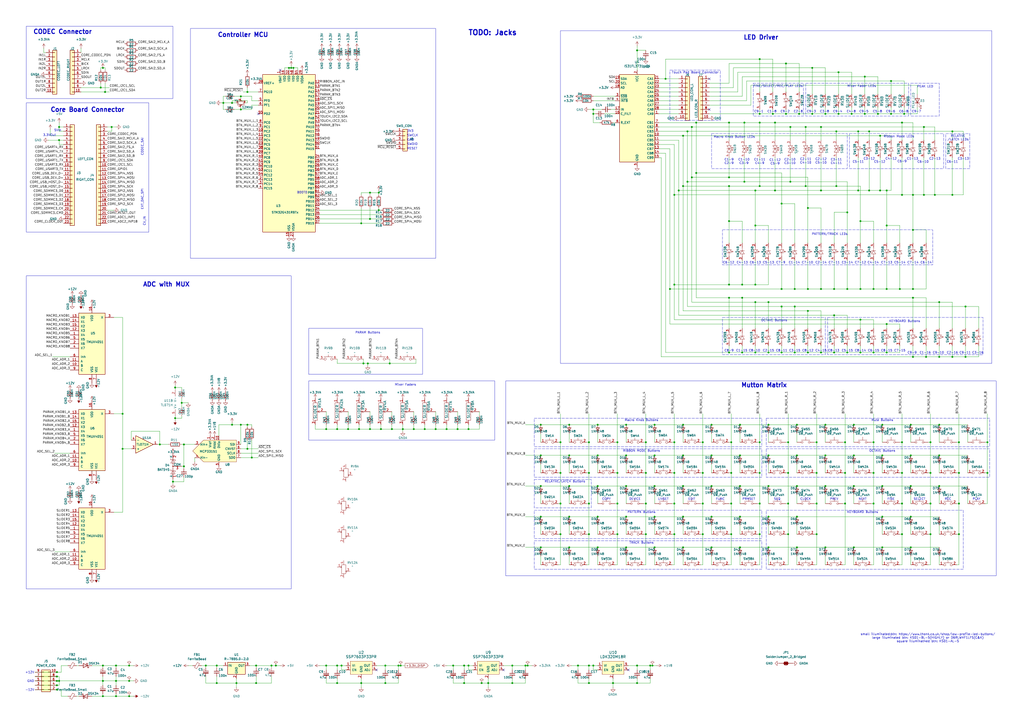
<source format=kicad_sch>
(kicad_sch (version 20231120) (generator "eeschema") (generator_version "8.0")
  (paper "A2")
  (lib_symbols
    (symbol "4xxx:4051" (pin_names (offset 1.016))
      (property "Reference" "U" (at -7.62 19.05 0))
      (property "Value" "4051" (at -7.62 -19.05 0))
      (symbol "4051_1_0"
        (pin passive line (at -12.7 5.08 0) (length 5.08) (name "X4") (number "1"))
        (pin input line (at -12.7 -12.7 0) (length 5.08) (name "B") (number "10"))
        (pin input line (at -12.7 -10.16 0) (length 5.08) (name "A") (number "11"))
        (pin passive line (at -12.7 7.62 0) (length 5.08) (name "X3") (number "12"))
        (pin passive line (at -12.7 15.24 0) (length 5.08) (name "X0") (number "13"))
        (pin passive line (at -12.7 12.7 0) (length 5.08) (name "X1") (number "14"))
        (pin passive line (at -12.7 10.16 0) (length 5.08) (name "X2") (number "15"))
        (pin power_in line (at 0 22.86 270) (length 5.08) (name "VDD") (number "16"))
        (pin passive line (at -12.7 0 0) (length 5.08) (name "X6") (number "2"))
        (pin passive line (at 12.7 15.24 180) (length 5.08) (name "X") (number "3"))
        (pin passive line (at -12.7 -2.54 0) (length 5.08) (name "X7") (number "4"))
        (pin passive line (at -12.7 2.54 0) (length 5.08) (name "X5") (number "5"))
        (pin input line (at -12.7 -7.62 0) (length 5.08) (name "Inh") (number "6"))
        (pin power_in line (at 2.54 -22.86 90) (length 5.08) (name "VEE") (number "7"))
        (pin power_in line (at 0 -22.86 90) (length 5.08) (name "VSS") (number "8"))
        (pin input line (at -12.7 -15.24 0) (length 5.08) (name "C") (number "9"))
      )
    )
    (symbol "C_Quencer2-led-rescue:C_Small-cqd_touch_pad" (pin_numbers hide) (pin_names (offset 0.254) hide)
      (property "Reference" "C" (at 0.254 1.778 0))
      (property "Value" "cqd_touch_pad_C_Small" (at 0.254 -2.032 0))
      (symbol "C_Small-cqd_touch_pad_1_1"
        (pin passive line (at 0 2.54 270) (length 1.905) (name "~") (number "1"))
        (pin passive line (at 0 -2.54 90) (length 2.032) (name "~") (number "2"))
      )
    )
    (symbol "C_Quencer2-led-rescue:GND-cqd_touch_pad" (power) (pin_names (offset 0))
      (property "Value" "cqd_touch_pad_GND" (at 0 -3.81 0))
      (symbol "GND-cqd_touch_pad_1_1"
        (pin power_in line (at 0 0 270) (length 0) hide (name "GND") (number "1"))
      )
    )
    (symbol "C_Quencer2-led-rescue:R-cqd_touch_pad" (pin_numbers hide) (pin_names (offset 0))
      (property "Reference" "R" (at 2.032 0 90))
      (property "Value" "cqd_touch_pad_R" (at 0 0 90))
      (symbol "R-cqd_touch_pad_1_1"
        (pin passive line (at 0 3.81 270) (length 1.27) (name "~") (number "1"))
        (pin passive line (at 0 -3.81 90) (length 1.27) (name "~") (number "2"))
      )
    )
    (symbol "Connector_Generic:Conn_01x05" (pin_names (offset 1.016) hide)
      (property "Reference" "J" (at 0 7.62 0))
      (property "Value" "Conn_01x05" (at 0 -7.62 0))
      (symbol "Conn_01x05_1_1"
        (pin passive line (at -5.08 5.08 0) (length 3.81) (name "Pin_1") (number "1"))
        (pin passive line (at -5.08 2.54 0) (length 3.81) (name "Pin_2") (number "2"))
        (pin passive line (at -5.08 0 0) (length 3.81) (name "Pin_3") (number "3"))
        (pin passive line (at -5.08 -2.54 0) (length 3.81) (name "Pin_4") (number "4"))
        (pin passive line (at -5.08 -5.08 0) (length 3.81) (name "Pin_5") (number "5"))
      )
    )
    (symbol "Connector_Generic:Conn_01x10" (pin_names (offset 1.016) hide)
      (property "Reference" "J" (at 0 12.7 0))
      (property "Value" "Conn_01x10" (at 0 -15.24 0))
      (symbol "Conn_01x10_1_1"
        (pin passive line (at -5.08 10.16 0) (length 3.81) (name "Pin_1") (number "1"))
        (pin passive line (at -5.08 -12.7 0) (length 3.81) (name "Pin_10") (number "10"))
        (pin passive line (at -5.08 7.62 0) (length 3.81) (name "Pin_2") (number "2"))
        (pin passive line (at -5.08 5.08 0) (length 3.81) (name "Pin_3") (number "3"))
        (pin passive line (at -5.08 2.54 0) (length 3.81) (name "Pin_4") (number "4"))
        (pin passive line (at -5.08 0 0) (length 3.81) (name "Pin_5") (number "5"))
        (pin passive line (at -5.08 -2.54 0) (length 3.81) (name "Pin_6") (number "6"))
        (pin passive line (at -5.08 -5.08 0) (length 3.81) (name "Pin_7") (number "7"))
        (pin passive line (at -5.08 -7.62 0) (length 3.81) (name "Pin_8") (number "8"))
        (pin passive line (at -5.08 -10.16 0) (length 3.81) (name "Pin_9") (number "9"))
      )
    )
    (symbol "Connector_Generic:Conn_01x23" (pin_names (offset 1.016) hide)
      (property "Reference" "J" (at 0 30.48 0))
      (property "Value" "Conn_01x23" (at 0 -30.48 0))
      (symbol "Conn_01x23_1_1"
        (pin passive line (at -5.08 27.94 0) (length 3.81) (name "Pin_1") (number "1"))
        (pin passive line (at -5.08 5.08 0) (length 3.81) (name "Pin_10") (number "10"))
        (pin passive line (at -5.08 2.54 0) (length 3.81) (name "Pin_11") (number "11"))
        (pin passive line (at -5.08 0 0) (length 3.81) (name "Pin_12") (number "12"))
        (pin passive line (at -5.08 -2.54 0) (length 3.81) (name "Pin_13") (number "13"))
        (pin passive line (at -5.08 -5.08 0) (length 3.81) (name "Pin_14") (number "14"))
        (pin passive line (at -5.08 -7.62 0) (length 3.81) (name "Pin_15") (number "15"))
        (pin passive line (at -5.08 -10.16 0) (length 3.81) (name "Pin_16") (number "16"))
        (pin passive line (at -5.08 -12.7 0) (length 3.81) (name "Pin_17") (number "17"))
        (pin passive line (at -5.08 -15.24 0) (length 3.81) (name "Pin_18") (number "18"))
        (pin passive line (at -5.08 -17.78 0) (length 3.81) (name "Pin_19") (number "19"))
        (pin passive line (at -5.08 25.4 0) (length 3.81) (name "Pin_2") (number "2"))
        (pin passive line (at -5.08 -20.32 0) (length 3.81) (name "Pin_20") (number "20"))
        (pin passive line (at -5.08 -22.86 0) (length 3.81) (name "Pin_21") (number "21"))
        (pin passive line (at -5.08 -25.4 0) (length 3.81) (name "Pin_22") (number "22"))
        (pin passive line (at -5.08 -27.94 0) (length 3.81) (name "Pin_23") (number "23"))
        (pin passive line (at -5.08 22.86 0) (length 3.81) (name "Pin_3") (number "3"))
        (pin passive line (at -5.08 20.32 0) (length 3.81) (name "Pin_4") (number "4"))
        (pin passive line (at -5.08 17.78 0) (length 3.81) (name "Pin_5") (number "5"))
        (pin passive line (at -5.08 15.24 0) (length 3.81) (name "Pin_6") (number "6"))
        (pin passive line (at -5.08 12.7 0) (length 3.81) (name "Pin_7") (number "7"))
        (pin passive line (at -5.08 10.16 0) (length 3.81) (name "Pin_8") (number "8"))
        (pin passive line (at -5.08 7.62 0) (length 3.81) (name "Pin_9") (number "9"))
      )
    )
    (symbol "Connector_Generic:Conn_02x05_Odd_Even" (pin_names (offset 1.016) hide)
      (property "Reference" "J" (at 1.27 7.62 0))
      (property "Value" "Conn_02x05_Odd_Even" (at 1.27 -7.62 0))
      (symbol "Conn_02x05_Odd_Even_1_1"
        (pin passive line (at -5.08 5.08 0) (length 3.81) (name "Pin_1") (number "1"))
        (pin passive line (at 7.62 -5.08 180) (length 3.81) (name "Pin_10") (number "10"))
        (pin passive line (at 7.62 5.08 180) (length 3.81) (name "Pin_2") (number "2"))
        (pin passive line (at -5.08 2.54 0) (length 3.81) (name "Pin_3") (number "3"))
        (pin passive line (at 7.62 2.54 180) (length 3.81) (name "Pin_4") (number "4"))
        (pin passive line (at -5.08 0 0) (length 3.81) (name "Pin_5") (number "5"))
        (pin passive line (at 7.62 0 180) (length 3.81) (name "Pin_6") (number "6"))
        (pin passive line (at -5.08 -2.54 0) (length 3.81) (name "Pin_7") (number "7"))
        (pin passive line (at 7.62 -2.54 180) (length 3.81) (name "Pin_8") (number "8"))
        (pin passive line (at -5.08 -5.08 0) (length 3.81) (name "Pin_9") (number "9"))
      )
    )
    (symbol "Device:C_Polarized_Small" (pin_numbers hide) (pin_names (offset 0.254) hide)
      (property "Reference" "C" (at 0.254 1.778 0))
      (property "Value" "C_Polarized_Small" (at 0.254 -2.032 0))
      (symbol "C_Polarized_Small_1_1"
        (pin passive line (at 0 2.54 270) (length 1.8542) (name "~") (number "1"))
        (pin passive line (at 0 -2.54 90) (length 1.8542) (name "~") (number "2"))
      )
    )
    (symbol "Device:C_Small" (pin_numbers hide) (pin_names (offset 0.254) hide)
      (property "Reference" "C" (at 0.254 1.778 0))
      (property "Value" "C_Small" (at 0.254 -2.032 0))
      (symbol "C_Small_1_1"
        (pin passive line (at 0 2.54 270) (length 2.032) (name "~") (number "1"))
        (pin passive line (at 0 -2.54 90) (length 2.032) (name "~") (number "2"))
      )
    )
    (symbol "Device:Crystal_GND24_Small" (pin_names (offset 1.016) hide)
      (property "Reference" "Y" (at 1.27 4.445 0))
      (property "Value" "Crystal_GND24_Small" (at 1.27 2.54 0))
      (symbol "Crystal_GND24_Small_1_1"
        (pin passive line (at -2.54 0 0) (length 1.27) (name "1") (number "1"))
        (pin passive line (at 0 -2.54 90) (length 0.635) (name "2") (number "2"))
        (pin passive line (at 2.54 0 180) (length 1.27) (name "3") (number "3"))
        (pin passive line (at 0 2.54 270) (length 0.635) (name "4") (number "4"))
      )
    )
    (symbol "Device:D_Schottky" (pin_numbers hide) (pin_names (offset 1.016) hide)
      (property "Reference" "D" (at 0 2.54 0))
      (property "Value" "D_Schottky" (at 0 -2.54 0))
      (symbol "D_Schottky_1_1"
        (pin passive line (at -3.81 0 0) (length 2.54) (name "K") (number "1"))
        (pin passive line (at 3.81 0 180) (length 2.54) (name "A") (number "2"))
      )
    )
    (symbol "Device:D_Small" (pin_numbers hide) (pin_names (offset 0.254) hide)
      (property "Reference" "D" (at -1.27 2.032 0))
      (property "Value" "D_Small" (at -3.81 -2.032 0))
      (symbol "D_Small_1_1"
        (pin passive line (at -2.54 0 0) (length 1.778) (name "K") (number "1"))
        (pin passive line (at 2.54 0 180) (length 1.778) (name "A") (number "2"))
      )
    )
    (symbol "Device:FerriteBead_Small" (pin_numbers hide) (pin_names (offset 0))
      (property "Reference" "FB" (at 1.905 1.27 0))
      (property "Value" "FerriteBead_Small" (at 1.905 -1.27 0))
      (symbol "FerriteBead_Small_1_1"
        (pin passive line (at 0 2.54 270) (length 1.27) (name "~") (number "1"))
        (pin passive line (at 0 -2.54 90) (length 1.27) (name "~") (number "2"))
      )
    )
    (symbol "Device:LED" (pin_numbers hide) (pin_names (offset 1.016) hide)
      (property "Reference" "D" (at 0 2.54 0))
      (property "Value" "LED" (at 0 -2.54 0))
      (symbol "LED_1_1"
        (pin passive line (at -3.81 0 0) (length 2.54) (name "K") (number "1"))
        (pin passive line (at 3.81 0 180) (length 2.54) (name "A") (number "2"))
      )
    )
    (symbol "Device:R" (pin_numbers hide) (pin_names (offset 0))
      (property "Reference" "R" (at 2.032 0 90))
      (property "Value" "R" (at 0 0 90))
      (symbol "R_1_1"
        (pin passive line (at 0 3.81 270) (length 1.27) (name "~") (number "1"))
        (pin passive line (at 0 -3.81 90) (length 1.27) (name "~") (number "2"))
      )
    )
    (symbol "Diode:BAT54S" (pin_names (offset 0))
      (property "Reference" "D" (at 2.54 -5.08 0))
      (property "Value" "BAT54S" (at -6.35 3.175 0))
      (symbol "BAT54S_1_1"
        (pin passive line (at -7.62 0 0) (length 3.81) (name "A") (number "1"))
        (pin passive line (at 7.62 0 180) (length 3.81) (name "K") (number "2"))
        (pin passive line (at 0 -5.08 90) (length 5.08) (name "COM") (number "3"))
      )
    )
    (symbol "Driver_LED:IS31FL3731-SA"
      (property "Reference" "U" (at -10.16 26.035 0))
      (property "Value" "IS31FL3731-SA" (at 2.54 -26.035 0))
      (symbol "IS31FL3731-SA_1_1"
        (pin bidirectional line (at 12.7 2.54 180) (length 2.54) (name "CA9") (number "1"))
        (pin bidirectional line (at 12.7 -10.16 180) (length 2.54) (name "CB4") (number "10"))
        (pin bidirectional line (at 12.7 -12.7 180) (length 2.54) (name "CB5") (number "11"))
        (pin bidirectional line (at 12.7 -15.24 180) (length 2.54) (name "CB6") (number "12"))
        (pin bidirectional line (at 12.7 -17.78 180) (length 2.54) (name "CB7") (number "13"))
        (pin bidirectional line (at 12.7 -20.32 180) (length 2.54) (name "CB8") (number "14"))
        (pin bidirectional line (at 12.7 -22.86 180) (length 2.54) (name "CB9") (number "15"))
        (pin passive line (at -12.7 2.54 0) (length 2.54) (name "C_FILT") (number "16"))
        (pin input line (at -12.7 5.08 0) (length 2.54) (name "IN") (number "17"))
        (pin input line (at -12.7 17.78 0) (length 2.54) (name "AD") (number "18"))
        (pin bidirectional line (at -12.7 22.86 0) (length 2.54) (name "SDA") (number "19"))
        (pin power_in line (at 0 27.94 270) (length 2.54) (name "VCC") (number "2"))
        (pin input line (at -12.7 20.32 0) (length 2.54) (name "SCL") (number "20"))
        (pin bidirectional line (at 12.7 22.86 180) (length 2.54) (name "CA1") (number "21"))
        (pin bidirectional line (at 12.7 20.32 180) (length 2.54) (name "CA2") (number "22"))
        (pin bidirectional line (at 12.7 17.78 180) (length 2.54) (name "CA3") (number "23"))
        (pin bidirectional line (at 12.7 15.24 180) (length 2.54) (name "CA4") (number "24"))
        (pin bidirectional line (at 12.7 12.7 180) (length 2.54) (name "CA5") (number "25"))
        (pin bidirectional line (at 12.7 10.16 180) (length 2.54) (name "CA6") (number "26"))
        (pin bidirectional line (at 12.7 7.62 180) (length 2.54) (name "CA7") (number "27"))
        (pin bidirectional line (at 12.7 5.08 180) (length 2.54) (name "CA8") (number "28"))
        (pin input line (at -12.7 12.7 0) (length 2.54) (name "~{SDB}") (number "3"))
        (pin open_collector line (at -12.7 10.16 0) (length 2.54) (name "~{INTB}") (number "4"))
        (pin power_in line (at 0 -27.94 90) (length 2.54) (name "GND") (number "5"))
        (pin passive line (at -12.7 -2.54 0) (length 2.54) (name "R_EXT") (number "6"))
        (pin bidirectional line (at 12.7 -2.54 180) (length 2.54) (name "CB1") (number "7"))
        (pin bidirectional line (at 12.7 -5.08 180) (length 2.54) (name "CB2") (number "8"))
        (pin bidirectional line (at 12.7 -7.62 180) (length 2.54) (name "CB3") (number "9"))
      )
    )
    (symbol "Jumper:SolderJumper_2_Bridged" (pin_numbers hide) (pin_names (offset 0) hide) (exclude_from_sim yes) (in_bom no)
      (property "Reference" "JP" (at 0 2.032 0))
      (property "Value" "SolderJumper_2_Bridged" (at 0 -2.54 0))
      (symbol "SolderJumper_2_Bridged_1_1"
        (pin passive line (at -3.81 0 0) (length 2.54) (name "A") (number "1"))
        (pin passive line (at 3.81 0 180) (length 2.54) (name "B") (number "2"))
      )
    )
    (symbol "MCP33151:MCP33151"
      (property "Reference" "U" (at 3.81 7.62 0))
      (property "Value" "MCP33151" (at 6.35 -7.62 0))
      (symbol "MCP33151_1_1"
        (pin input line (at -5.08 8.89 270) (length 2.54) (name "Vref") (number "1"))
        (pin bidirectional line (at 0 8.89 270) (length 2.54) (name "DVio") (number "10"))
        (pin power_in line (at -2.54 8.89 270) (length 2.54) (name "AVdd") (number "2"))
        (pin input line (at -13.97 3.81 0) (length 2.54) (name "Ain+") (number "3"))
        (pin input line (at -13.97 -3.81 0) (length 2.54) (name "Ain-") (number "4"))
        (pin power_in line (at 0 -8.89 90) (length 2.54) (name "GND") (number "5"))
        (pin input line (at 12.7 1.27 180) (length 2.54) (name "CNVST") (number "6"))
        (pin output line (at 12.7 -3.81 180) (length 2.54) (name "SDO") (number "7"))
        (pin input line (at 12.7 -1.27 180) (length 2.54) (name "SCLK") (number "8"))
        (pin input line (at 12.7 3.81 180) (length 2.54) (name "SDI") (number "9"))
      )
    )
    (symbol "MCU_ST_STM32G4:STM32G431RBTx"
      (property "Reference" "U" (at -15.24 46.99 0))
      (property "Value" "STM32G431RBTx" (at 10.16 46.99 0))
      (symbol "STM32G431RBTx_1_1"
        (pin power_in line (at -5.08 48.26 270) (length 2.54) (name "VBAT") (number "1"))
        (pin bidirectional line (at -17.78 12.7 0) (length 2.54) (name "PC2") (number "10"))
        (pin bidirectional line (at -17.78 10.16 0) (length 2.54) (name "PC3") (number "11"))
        (pin bidirectional line (at 17.78 40.64 180) (length 2.54) (name "PA0") (number "12"))
        (pin bidirectional line (at 17.78 38.1 180) (length 2.54) (name "PA1") (number "13"))
        (pin bidirectional line (at 17.78 35.56 180) (length 2.54) (name "PA2") (number "14"))
        (pin power_in line (at 0 -48.26 90) (length 2.54) (name "VSS") (number "15"))
        (pin power_in line (at -2.54 48.26 270) (length 2.54) (name "VDD") (number "16"))
        (pin bidirectional line (at 17.78 33.02 180) (length 2.54) (name "PA3") (number "17"))
        (pin bidirectional line (at 17.78 30.48 180) (length 2.54) (name "PA4") (number "18"))
        (pin bidirectional line (at 17.78 27.94 180) (length 2.54) (name "PA5") (number "19"))
        (pin bidirectional line (at -17.78 -15.24 0) (length 2.54) (name "PC13") (number "2"))
        (pin bidirectional line (at 17.78 25.4 180) (length 2.54) (name "PA6") (number "20"))
        (pin bidirectional line (at 17.78 22.86 180) (length 2.54) (name "PA7") (number "21"))
        (pin bidirectional line (at -17.78 7.62 0) (length 2.54) (name "PC4") (number "22"))
        (pin bidirectional line (at -17.78 5.08 0) (length 2.54) (name "PC5") (number "23"))
        (pin bidirectional line (at 17.78 -2.54 180) (length 2.54) (name "PB0") (number "24"))
        (pin bidirectional line (at 17.78 -5.08 180) (length 2.54) (name "PB1") (number "25"))
        (pin bidirectional line (at 17.78 -7.62 180) (length 2.54) (name "PB2") (number "26"))
        (pin power_in line (at 2.54 -48.26 90) (length 2.54) (name "VSSA") (number "27"))
        (pin input line (at -17.78 40.64 0) (length 2.54) (name "VREF+") (number "28"))
        (pin power_in line (at 7.62 48.26 270) (length 2.54) (name "VDDA") (number "29"))
        (pin bidirectional line (at -17.78 -17.78 0) (length 2.54) (name "PC14") (number "3"))
        (pin bidirectional line (at 17.78 -27.94 180) (length 2.54) (name "PB10") (number "30"))
        (pin passive line (at 0 -48.26 90) (length 2.54) hide (name "VSS") (number "31"))
        (pin power_in line (at 0 48.26 270) (length 2.54) (name "VDD") (number "32"))
        (pin bidirectional line (at 17.78 -30.48 180) (length 2.54) (name "PB11") (number "33"))
        (pin bidirectional line (at 17.78 -33.02 180) (length 2.54) (name "PB12") (number "34"))
        (pin bidirectional line (at 17.78 -35.56 180) (length 2.54) (name "PB13") (number "35"))
        (pin bidirectional line (at 17.78 -38.1 180) (length 2.54) (name "PB14") (number "36"))
        (pin bidirectional line (at 17.78 -40.64 180) (length 2.54) (name "PB15") (number "37"))
        (pin bidirectional line (at -17.78 2.54 0) (length 2.54) (name "PC6") (number "38"))
        (pin bidirectional line (at -17.78 0 0) (length 2.54) (name "PC7") (number "39"))
        (pin bidirectional line (at -17.78 -20.32 0) (length 2.54) (name "PC15") (number "4"))
        (pin bidirectional line (at -17.78 -2.54 0) (length 2.54) (name "PC8") (number "40"))
        (pin bidirectional line (at -17.78 -5.08 0) (length 2.54) (name "PC9") (number "41"))
        (pin bidirectional line (at 17.78 20.32 180) (length 2.54) (name "PA8") (number "42"))
        (pin bidirectional line (at 17.78 17.78 180) (length 2.54) (name "PA9") (number "43"))
        (pin bidirectional line (at 17.78 15.24 180) (length 2.54) (name "PA10") (number "44"))
        (pin bidirectional line (at 17.78 12.7 180) (length 2.54) (name "PA11") (number "45"))
        (pin bidirectional line (at 17.78 10.16 180) (length 2.54) (name "PA12") (number "46"))
        (pin passive line (at 0 -48.26 90) (length 2.54) hide (name "VSS") (number "47"))
        (pin power_in line (at 2.54 48.26 270) (length 2.54) (name "VDD") (number "48"))
        (pin bidirectional line (at 17.78 7.62 180) (length 2.54) (name "PA13") (number "49"))
        (pin bidirectional line (at -17.78 30.48 0) (length 2.54) (name "PF0") (number "5"))
        (pin bidirectional line (at 17.78 5.08 180) (length 2.54) (name "PA14") (number "50"))
        (pin bidirectional line (at 17.78 2.54 180) (length 2.54) (name "PA15") (number "51"))
        (pin bidirectional line (at -17.78 -7.62 0) (length 2.54) (name "PC10") (number "52"))
        (pin bidirectional line (at -17.78 -10.16 0) (length 2.54) (name "PC11") (number "53"))
        (pin bidirectional line (at -17.78 -12.7 0) (length 2.54) (name "PC12") (number "54"))
        (pin bidirectional line (at -17.78 22.86 0) (length 2.54) (name "PD2") (number "55"))
        (pin bidirectional line (at 17.78 -10.16 180) (length 2.54) (name "PB3") (number "56"))
        (pin bidirectional line (at 17.78 -12.7 180) (length 2.54) (name "PB4") (number "57"))
        (pin bidirectional line (at 17.78 -15.24 180) (length 2.54) (name "PB5") (number "58"))
        (pin bidirectional line (at 17.78 -17.78 180) (length 2.54) (name "PB6") (number "59"))
        (pin bidirectional line (at -17.78 27.94 0) (length 2.54) (name "PF1") (number "6"))
        (pin bidirectional line (at 17.78 -20.32 180) (length 2.54) (name "PB7") (number "60"))
        (pin bidirectional line (at 17.78 -22.86 180) (length 2.54) (name "PB8") (number "61"))
        (pin bidirectional line (at 17.78 -25.4 180) (length 2.54) (name "PB9") (number "62"))
        (pin passive line (at 0 -48.26 90) (length 2.54) hide (name "VSS") (number "63"))
        (pin power_in line (at 5.08 48.26 270) (length 2.54) (name "VDD") (number "64"))
        (pin bidirectional line (at -17.78 35.56 0) (length 2.54) (name "PG10") (number "7"))
        (pin bidirectional line (at -17.78 17.78 0) (length 2.54) (name "PC0") (number "8"))
        (pin bidirectional line (at -17.78 15.24 0) (length 2.54) (name "PC1") (number "9"))
      )
    )
    (symbol "OPA1677:OPA1677"
      (property "Reference" "U" (at 1.27 4.445 0))
      (property "Value" "OPA1677" (at 5.08 -4.445 0))
      (symbol "OPA1677_1_1"
        (pin output line (at 9.525 0 180) (length 2.54) (name "~") (number "1"))
        (pin input line (at -5.715 2.54 0) (length 2.54) (name "+") (number "3"))
        (pin input line (at -5.715 -2.54 0) (length 2.54) (name "-") (number "4"))
      )
      (symbol "OPA1677_2_1"
        (pin power_in line (at 0 -7.62 90) (length 3.81) (name "V-") (number "2"))
        (pin power_in line (at 0 7.62 270) (length 3.81) (name "V+") (number "5"))
      )
    )
    (symbol "R_Pot_360:RV142FPF-40B1"
      (property "Reference" "RV" (at -3.048 3.81 0))
      (symbol "RV142FPF-40B1_1_1"
        (pin passive line (at -3.81 1.27 0) (length 2.54) (name "") (number "1"))
        (pin passive line (at 0 -5.08 90) (length 2.54) (name "") (number "2"))
        (pin passive line (at 3.81 -1.27 180) (length 2.54) (name "") (number "3"))
        (pin passive line (at 0 5.08 270) (length 2.54) (name "") (number "4"))
      )
      (symbol "RV142FPF-40B1_2_1"
        (pin passive line (at -5.08 0 0) (length 2.54) (name "") (number "5"))
        (pin passive line (at 5.08 0 180) (length 2.54) (name "") (number "6"))
      )
    )
    (symbol "Regulator_Switching:R-78B5.0-2.0" (pin_names (offset 0.254))
      (property "Reference" "U" (at -3.81 3.175 0))
      (property "Value" "R-78B5.0-2.0" (at 0 3.175 0))
      (symbol "R-78B5.0-2.0_1_1"
        (pin power_in line (at -7.62 0 0) (length 2.54) (name "IN") (number "1"))
        (pin power_in line (at 0 -7.62 90) (length 2.54) (name "GND") (number "2"))
        (pin power_out line (at 7.62 0 180) (length 2.54) (name "OUT") (number "3"))
      )
    )
    (symbol "Switch:SW_Push" (pin_numbers hide) (pin_names (offset 1.016) hide)
      (property "Reference" "SW" (at 1.27 2.54 0))
      (property "Value" "SW_Push" (at 0 -1.524 0))
      (symbol "SW_Push_0_1"
        (pin passive line (at -5.08 0 0) (length 2.54) (name "1") (number "1"))
        (pin passive line (at 5.08 0 180) (length 2.54) (name "2") (number "2"))
      )
    )
    (symbol "ldk320:LDK320" (pin_names (offset 1.016))
      (property "Reference" "U" (at 0 7.62 0))
      (property "Value" "LDK320" (at 0 5.08 0))
      (symbol "LDK320_1_1"
        (pin input line (at -8.89 1.27 0) (length 2.54) (name "VI") (number "1"))
        (pin input line (at 0 -6.35 90) (length 2.54) (name "GND") (number "2"))
        (pin input line (at -8.89 -1.27 0) (length 2.54) (name "EN") (number "3"))
        (pin input line (at 8.89 -1.27 180) (length 2.54) (name "ADJ") (number "4"))
        (pin input line (at 8.89 1.27 180) (length 2.54) (name "OUT") (number "5"))
      )
    )
    (symbol "power:+12V" (power) (pin_numbers hide) (pin_names (offset 0) hide)
      (property "Value" "+12V" (at 0 3.556 0))
      (symbol "+12V_1_1"
        (pin power_in line (at 0 0 90) (length 0) (name "~") (number "1"))
      )
    )
    (symbol "power:+1V8" (power) (pin_numbers hide) (pin_names (offset 0) hide)
      (property "Value" "+1V8" (at 0 3.556 0))
      (symbol "+1V8_1_1"
        (pin power_in line (at 0 0 90) (length 0) (name "~") (number "1"))
      )
    )
    (symbol "power:+3.3V" (power) (pin_numbers hide) (pin_names (offset 0) hide)
      (property "Value" "+3.3V" (at 0 3.556 0))
      (symbol "+3.3V_1_1"
        (pin power_in line (at 0 0 90) (length 0) (name "~") (number "1"))
      )
    )
    (symbol "power:+3.3VA" (power) (pin_numbers hide) (pin_names (offset 0) hide)
      (property "Value" "+3.3VA" (at 0 3.556 0))
      (symbol "+3.3VA_1_1"
        (pin power_in line (at 0 0 90) (length 0) (name "~") (number "1"))
      )
    )
    (symbol "power:+5V" (power) (pin_numbers hide) (pin_names (offset 0) hide)
      (property "Value" "+5V" (at 0 3.556 0))
      (symbol "+5V_1_1"
        (pin power_in line (at 0 0 90) (length 0) (name "~") (number "1"))
      )
    )
    (symbol "power:-12V" (power) (pin_numbers hide) (pin_names (offset 0) hide)
      (property "Value" "-12V" (at 0 3.556 0))
      (symbol "-12V_0_0"
        (pin power_in line (at 0 0 90) (length 0) (name "~") (number "1"))
      )
    )
    (symbol "power:GND" (power) (pin_numbers hide) (pin_names (offset 0) hide)
      (property "Value" "GND" (at 0 -3.81 0))
      (symbol "GND_1_1"
        (pin power_in line (at 0 0 270) (length 0) (name "~") (number "1"))
      )
    )
    (symbol "power:GNDA" (power) (pin_numbers hide) (pin_names (offset 0) hide)
      (property "Value" "GNDA" (at 0 -3.81 0))
      (symbol "GNDA_1_1"
        (pin power_in line (at 0 0 270) (length 0) (name "~") (number "1"))
      )
    )
    (symbol "power:PWR_FLAG" (power) (pin_numbers hide) (pin_names (offset 0) hide)
      (property "Value" "PWR_FLAG" (at 0 3.81 0))
      (symbol "PWR_FLAG_0_0"
        (pin power_out line (at 0 0 90) (length 0) (name "~") (number "1"))
      )
    )
    (symbol "push_sw_w_led:PUSH_SW_BI_LED"
      (property "Reference" "SW" (at 0 3.81 0))
      (symbol "PUSH_SW_BI_LED_1_1"
        (pin passive line (at -5.08 0 0) (length 2.54) (name "") (number "1"))
        (pin passive line (at 5.08 0 180) (length 2.54) (name "") (number "2"))
      )
      (symbol "PUSH_SW_BI_LED_2_1"
        (pin passive line (at -5.08 0 0) (length 2.54) (name "") (number "3"))
        (pin passive line (at 5.08 0 180) (length 2.54) (name "") (number "4"))
      )
    )
    (symbol "push_sw_w_led:PUSH_SW_LED"
      (property "Reference" "SW" (at 0 3.81 0))
      (symbol "PUSH_SW_LED_1_1"
        (pin passive line (at -5.08 0 0) (length 2.54) (name "") (number "1"))
        (pin passive line (at 5.08 0 180) (length 2.54) (name "") (number "2"))
      )
      (symbol "PUSH_SW_LED_2_1"
        (pin passive line (at -5.08 0 0) (length 2.54) (name "") (number "3"))
        (pin passive line (at 5.08 0 180) (length 2.54) (name "") (number "4"))
      )
    )
    (symbol "slider_pot_new:SLIDER" (pin_names (offset 1.016))
      (property "Reference" "RV" (at -3.81 3.175 0))
      (property "Value" "SLIDER" (at 0 -3.81 0))
      (symbol "SLIDER_1_1"
        (pin input line (at -7.62 0 0) (length 2.54) (name "~") (number "1"))
        (pin input line (at 0 6.35 270) (length 5.08) (name "~") (number "2"))
        (pin input line (at 7.62 0 180) (length 2.54) (name "~") (number "3"))
      )
      (symbol "SLIDER_2_1"
        (pin passive line (at -5.08 0 0) (length 2.54) (name "~") (number "4"))
        (pin passive line (at 2.54 0 180) (length 2.54) (name "~") (number "5"))
      )
    )
  )
  (junction (at 125.73 396.24))
  (junction (at 511.81 299.72))
  (junction (at 198.12 386.08))
  (junction (at 160.02 386.08))
  (junction (at 495.3 246.38))
  (junction (at 363.22 264.16))
  (junction (at 552.45 76.2))
  (junction (at 105.41 233.68))
  (junction (at 556.26 256.54))
  (junction (at 510.54 110.49))
  (junction (at 227.33 248.92))
  (junction (at 486.41 41.91))
  (junction (at 473.71 256.54))
  (junction (at 430.53 172.72))
  (junction (at 407.67 292.1))
  (junction (at 129.54 59.69))
  (junction (at 497.84 110.49))
  (junction (at 497.84 76.2))
  (junction (at 516.89 66.04))
  (junction (at 485.14 76.2))
  (junction (at 396.24 107.95))
  (junction (at 560.07 177.8))
  (junction (at 422.91 204.47))
  (junction (at 467.36 107.95))
  (junction (at 511.81 317.5))
  (junction (at 453.39 167.64))
  (junction (at 379.73 281.94))
  (junction (at 462.28 299.72))
  (junction (at 213.36 210.82))
  (junction (at 363.22 281.94))
  (junction (at 514.35 167.64))
  (junction (at 528.32 246.38))
  (junction (at 429.26 246.38))
  (junction (at 461.01 204.47))
  (junction (at 458.47 73.66))
  (junction (at 453.39 177.8))
  (junction (at 462.28 246.38))
  (junction (at 304.8 386.08))
  (junction (at 467.36 73.66))
  (junction (at 438.15 165.1))
  (junction (at 523.24 113.03))
  (junction (at 223.52 386.08))
  (junction (at 463.55 66.04))
  (junction (at 379.73 246.38))
  (junction (at 528.32 299.72))
  (junction (at 58.42 50.8))
  (junction (at 431.8 105.41))
  (junction (at 490.22 292.1))
  (junction (at 388.62 167.64))
  (junction (at 494.03 66.04))
  (junction (at 506.73 204.47))
  (junction (at 313.69 299.72))
  (junction (at 170.18 39.37))
  (junction (at 509.27 66.04))
  (junction (at 119.38 386.08))
  (junction (at 379.73 264.16))
  (junction (at 396.24 264.16))
  (junction (at 391.16 165.1))
  (junction (at 341.63 309.88))
  (junction (at 529.59 133.35))
  (junction (at 542.29 113.03))
  (junction (at 501.65 44.45))
  (junction (at 346.71 317.5))
  (junction (at 523.24 71.12))
  (junction (at 391.16 292.1))
  (junction (at 499.11 128.27))
  (junction (at 524.51 66.04))
  (junction (at 34.29 81.28))
  (junction (at 506.73 256.54))
  (junction (at 355.6 396.24))
  (junction (at 449.58 110.49))
  (junction (at 445.77 204.47))
  (junction (at 468.63 120.65))
  (junction (at 407.67 274.32))
  (junction (at 59.69 386.08))
  (junction (at 143.51 246.38))
  (junction (at 504.19 110.49))
  (junction (at 358.14 309.88))
  (junction (at 539.75 292.1))
  (junction (at 422.91 172.72))
  (junction (at 369.57 29.21))
  (junction (at 528.32 317.5))
  (junction (at 491.49 123.19))
  (junction (at 440.69 71.12))
  (junction (at 106.68 270.51))
  (junction (at 412.75 246.38))
  (junction (at 363.22 246.38))
  (junction (at 458.47 105.41))
  (junction (at 379.73 317.5))
  (junction (at 455.93 36.83))
  (junction (at 461.01 167.64))
  (junction (at 358.14 274.32))
  (junction (at 485.14 107.95))
  (junction (at 440.69 274.32))
  (junction (at 476.25 204.47))
  (junction (at 453.39 204.47))
  (junction (at 424.18 292.1))
  (junction (at 501.65 66.04))
  (junction (at 516.89 46.99))
  (junction (at 209.55 129.54))
  (junction (at 92.71 257.81))
  (junction (at 195.58 396.24))
  (junction (at 398.78 76.2))
  (junction (at 506.73 167.64))
  (junction (at 313.69 317.5))
  (junction (at 363.22 299.72))
  (junction (at 471.17 39.37))
  (junction (at 440.69 107.95))
  (junction (at 101.6 242.57))
  (junction (at 396.24 246.38))
  (junction (at 148.59 396.24))
  (junction (at 325.12 292.1))
  (junction (at 457.2 256.54))
  (junction (at 59.69 403.86))
  (junction (at 279.4 396.24))
  (junction (at 325.12 274.32))
  (junction (at 430.53 165.1))
  (junction (at 167.64 39.37))
  (junction (at 146.05 265.43))
  (junction (at 226.06 210.82))
  (junction (at 214.63 111.76))
  (junction (at 478.79 246.38))
  (junction (at 445.77 264.16))
  (junction (at 220.98 248.92))
  (junction (at 445.77 175.26))
  (junction (at 429.26 299.72))
  (junction (at 422.91 128.27))
  (junction (at 478.79 317.5))
  (junction (at 457.2 292.1))
  (junction (at 537.21 207.01))
  (junction (at 269.24 396.24))
  (junction (at 483.87 204.47))
  (junction (at 396.24 78.74))
  (junction (at 358.14 256.54))
  (junction (at 476.25 73.66))
  (junction (at 67.31 403.86))
  (junction (at 445.77 317.5))
  (junction (at 157.48 386.08))
  (junction (at 412.75 317.5))
  (junction (at 523.24 309.88))
  (junction (at 346.71 281.94))
  (junction (at 438.15 110.49))
  (junction (at 379.73 299.72))
  (junction (at 430.53 204.47))
  (junction (at 33.02 394.97))
  (junction (at 510.54 78.74))
  (junction (at 208.28 248.92))
  (junction (at 483.87 167.64))
  (junction (at 330.2 264.16))
  (junction (at 476.25 110.49))
  (junction (at 74.93 403.86))
  (junction (at 265.43 248.92))
  (junction (at 483.87 182.88))
  (junction (at 438.15 204.47))
  (junction (at 377.19 386.08))
  (junction (at 403.86 100.33))
  (junction (at 297.18 386.08))
  (junction (at 506.73 292.1))
  (junction (at 369.57 396.24))
  (junction (at 201.93 248.92))
  (junction (at 100.33 279.4))
  (junction (at 455.93 66.04))
  (junction (at 325.12 309.88))
  (junction (at 424.18 274.32))
  (junction (at 468.63 204.47))
  (junction (at 214.63 127))
  (junction (at 544.83 264.16))
  (junction (at 396.24 299.72))
  (junction (at 33.02 400.05))
  (junction (at 514.35 110.49))
  (junction (at 283.21 396.24))
  (junction (at 499.11 167.64))
  (junction (at 544.83 281.94))
  (junction (at 330.2 246.38))
  (junction (at 209.55 396.24))
  (junction (at 495.3 281.94))
  (junction (at 344.17 66.04))
  (junction (at 67.31 394.97))
  (junction (at 449.58 71.12))
  (junction (at 529.59 167.64))
  (junction (at 539.75 309.88))
  (junction (at 429.26 317.5))
  (junction (at 535.94 113.03))
  (junction (at 259.08 248.92))
  (junction (at 412.75 264.16))
  (junction (at 189.23 248.92))
  (junction (at 341.63 274.32))
  (junction (at 478.79 66.04))
  (junction (at 233.68 248.92))
  (junction (at 139.7 246.38))
  (junction (at 143.51 260.35))
  (junction (at 407.67 256.54))
  (junction (at 556.26 309.88))
  (junction (at 214.63 248.92))
  (junction (at 168.91 39.37))
  (junction (at 438.15 130.81))
  (junction (at 297.18 396.24))
  (junction (at 396.24 317.5))
  (junction (at 429.26 264.16))
  (junction (at 393.7 110.49))
  (junction (at 369.57 386.08))
  (junction (at 412.75 281.94))
  (junction (at 445.77 281.94))
  (junction (at 422.91 107.95))
  (junction (at 33.02 389.89))
  (junction (at 139.7 55.88))
  (junction (at 521.97 167.64))
  (junction (at 59.69 394.97))
  (junction (at 341.63 396.24))
  (junction (at 330.2 299.72))
  (junction (at 539.75 274.32))
  (junction (at 219.71 111.76))
  (junction (at 471.17 66.04))
  (junction (at 335.28 386.08))
  (junction (at 462.28 264.16))
  (junction (at 440.69 292.1))
  (junction (at 341.63 292.1))
  (junction (at 529.59 113.03))
  (junction (at 529.59 207.01))
  (junction (at 374.65 292.1))
  (junction (at 125.73 386.08))
  (junction (at 386.08 45.72))
  (junction (at 137.16 396.24))
  (junction (at 511.81 281.94))
  (junction (at 431.8 71.12))
  (junction (at 148.59 386.08))
  (junction (at 422.91 71.12))
  (junction (at 422.91 165.1))
  (junction (at 499.11 185.42))
  (junction (at 560.07 207.01))
  (junction (at 412.75 299.72))
  (junction (at 490.22 274.32))
  (junction (at 445.77 246.38))
  (junction (at 232.41 386.08))
  (junction (at 403.86 71.12))
  (junction (at 401.32 73.66))
  (junction (at 71.12 240.03))
  (junction (at 440.69 34.29))
  (junction (at 438.15 175.26))
  (junction (at 528.32 264.16))
  (junction (at 210.82 210.82))
  (junction (at 240.03 248.92))
  (junction (at 504.19 76.2))
  (junction (at 495.3 264.16))
  (junction (at 511.81 264.16))
  (junction (at 59.69 39.37))
  (junction (at 231.14 386.08))
  (junction (at 491.49 167.64))
  (junction (at 330.2 317.5))
  (junction (at 269.24 386.08))
  (junction (at 556.26 274.32))
  (junction (at 33.02 397.51))
  (junction (at 346.71 246.38))
  (junction (at 445.77 299.72))
  (junction (at 556.26 292.1))
  (junction (at 552.45 113.03))
  (junction (at 523.24 274.32))
  (junction (at 252.73 248.92))
  (junction (at 539.75 256.54))
  (junction (at 491.49 204.47))
  (junction (at 457.2 274.32))
  (junction (at 476.25 167.64))
  (junction (at 64.77 73.66))
  (junction (at 422.91 102.87))
  (junction (at 33.02 392.43))
  (junction (at 473.71 309.88))
  (junction (at 134.62 59.69))
  (junction (at 374.65 256.54))
  (junction (at 528.32 281.94))
  (junction (at 74.93 394.97))
  (junction (at 341.63 386.08))
  (junction (at 67.31 386.08))
  (junction (at 139.7 63.5))
  (junction (at 71.12 260.35))
  (junction (at 223.52 396.24))
  (junction (at 391.16 113.03))
  (junction (at 523.24 292.1))
  (junction (at 440.69 66.04))
  (junction (at 468.63 180.34))
  (junction (at 514.35 187.96))
  (junction (at 143.51 53.34))
  (junction (at 189.23 386.08))
  (junction (at 544.83 207.01))
  (junction (at 495.3 317.5))
  (junction (at 346.71 299.72))
  (junction (at 440.69 256.54))
  (junction (at 313.69 264.16))
  (junction (at 572.77 256.54))
  (junction (at 453.39 118.11))
  (junction (at 60.96 53.34))
  (junction (at 391.16 274.32))
  (junction (at 34.29 394.97))
  (junction (at 523.24 256.54))
  (junction (at 499.11 204.47))
  (junction (at 330.2 281.94))
  (junction (at 34.29 73.66))
  (junction (at 511.81 246.38))
  (junction (at 424.18 309.88))
  (junction (at 490.22 256.54))
  (junction (at 544.83 175.26))
  (junction (at 346.71 264.16))
  (junction (at 506.73 274.32))
  (junction (at 344.17 63.5))
  (junction (at 341.63 256.54))
  (junction (at 473.71 292.1))
  (junction (at 514.35 204.47))
  (junction (at 440.69 309.88))
  (junction (at 106.68 257.81))
  (junction (at 457.2 309.88))
  (junction (at 486.41 66.04))
  (junction (at 391.16 309.88))
  (junction (at 313.69 246.38))
  (junction (at 374.65 274.32))
  (junction (at 468.63 167.64))
  (junction (at 378.46 386.08))
  (junction (at 424.18 256.54))
  (junction (at 535.94 73.66))
  (junction (at 195.58 386.08))
  (junction (at 473.71 274.32))
  (junction (at 271.78 386.08))
  (junction (at 358.14 292.1))
  (junction (at 219.71 121.92))
  (junction (at 195.58 248.92))
  (junction (at 407.67 309.88))
  (junction (at 306.07 386.08))
  (junction (at 391.16 256.54))
  (junction (at 396.24 281.94))
  (junction (at 429.26 281.94))
  (junction (at 262.89 386.08))
  (junction (at 325.12 256.54))
  (junction (at 478.79 281.94))
  (junction (at 101.6 224.79))
  (junction (at 363.22 317.5))
  (junction (at 313.69 281.94))
  (junction (at 572.77 274.32))
  (junction (at 462.28 317.5))
  (junction (at 461.01 177.8))
  (junction (at 552.45 207.01))
  (junction (at 401.32 102.87))
  (junction (at 246.38 248.92))
  (junction (at 134.62 246.38))
  (junction (at 374.65 309.88))
  (junction (at 462.28 281.94))
  (junction (at 478.79 264.16))
  (junction (at 544.83 246.38))
  (junction (at 398.78 105.41))
  (junction (at 271.78 248.92))
  (junction (at 448.31 66.04))
  (junction (at 344.17 386.08))
  (junction (at 514.35 130.81))
  (junction (at 74.93 386.08))
  (junction (at 529.59 172.72))
  (no_connect (at 411.48 63.5))
  (no_connect (at 292.1 388.62))
  (no_connect (at 218.44 388.62))
  (no_connect (at 162.56 40.64))
  (no_connect (at 411.48 45.72))
  (no_connect (at 149.86 66.04))
  (no_connect (at 364.49 388.62))
  (wire (pts (xy 214.63 111.76) (xy 219.71 111.76)))
  (wire (pts (xy 304.8 264.16) (xy 313.69 264.16)))
  (wire (pts (xy 92.71 250.19) (xy 92.71 257.81)))
  (wire (pts (xy 552.45 207.01) (xy 552.45 200.66)))
  (wire (pts (xy 346.71 264.16) (xy 363.22 264.16)))
  (wire (pts (xy 511.81 281.94) (xy 528.32 281.94)))
  (wire (pts (xy 226.06 210.82) (xy 241.3 210.82)))
  (wire (pts (xy 412.75 269.24) (xy 412.75 274.32)))
  (wire (pts (xy 325.12 274.32) (xy 325.12 292.1)))
  (wire (pts (xy 341.63 386.08) (xy 341.63 388.62)))
  (wire (pts (xy 495.3 246.38) (xy 511.81 246.38)))
  (wire (pts (xy 453.39 204.47) (xy 461.01 204.47)))
  (wire (pts (xy 341.63 256.54) (xy 341.63 274.32)))
  (wire (pts (xy 476.25 73.66) (xy 476.25 81.28)))
  (wire (pts (xy 214.63 248.92) (xy 220.98 248.92)))
  (wire (pts (xy 468.63 204.47) (xy 468.63 200.66)))
  (wire (pts (xy 406.4 327.66) (xy 407.67 327.66)))
  (wire (pts (xy 471.17 66.04) (xy 478.79 66.04)))
  (wire (pts (xy 182.88 246.38) (xy 182.88 248.92)))
  (wire (pts (xy 214.63 238.76) (xy 214.63 241.3)))
  (wire (pts (xy 485.14 107.95) (xy 499.11 107.95)))
  (wire (pts (xy 393.7 81.28) (xy 393.7 110.49)))
  (wire (pts (xy 506.73 167.64) (xy 514.35 167.64)))
  (wire (pts (xy 445.77 175.26) (xy 445.77 190.5)))
  (wire (pts (xy 424.18 309.88) (xy 424.18 327.66)))
  (wire (pts (xy 213.36 210.82) (xy 213.36 212.09)))
  (wire (pts (xy 346.71 246.38) (xy 363.22 246.38)))
  (wire (pts (xy 377.19 386.08) (xy 377.19 388.62)))
  (wire (pts (xy 382.27 71.12) (xy 403.86 71.12)))
  (wire (pts (xy 448.31 66.04) (xy 455.93 66.04)))
  (wire (pts (xy 461.01 177.8) (xy 461.01 190.5)))
  (wire (pts (xy 271.78 388.62) (xy 274.32 388.62)))
  (wire (pts (xy 106.68 270.51) (xy 106.68 271.78)))
  (wire (pts (xy 271.78 248.92) (xy 278.13 248.92)))
  (wire (pts (xy 455.93 66.04) (xy 455.93 63.5)))
  (wire (pts (xy 461.01 118.11) (xy 461.01 140.97)))
  (wire (pts (xy 373.38 256.54) (xy 374.65 256.54)))
  (wire (pts (xy 374.65 327.66) (xy 373.38 327.66)))
  (wire (pts (xy 382.27 91.44) (xy 383.54 91.44)))
  (wire (pts (xy 304.8 246.38) (xy 313.69 246.38)))
  (wire (pts (xy 407.67 240.03) (xy 407.67 256.54)))
  (wire (pts (xy 509.27 66.04) (xy 516.89 66.04)))
  (wire (pts (xy 523.24 327.66) (xy 521.97 327.66)))
  (wire (pts (xy 485.14 76.2) (xy 497.84 76.2)))
  (wire (pts (xy 440.69 66.04) (xy 440.69 63.5)))
  (wire (pts (xy 433.07 58.42) (xy 433.07 46.99)))
  (wire (pts (xy 453.39 177.8) (xy 453.39 190.5)))
  (wire (pts (xy 411.48 58.42) (xy 433.07 58.42)))
  (wire (pts (xy 59.69 394.97) (xy 67.31 394.97)))
  (wire (pts (xy 427.99 41.91) (xy 486.41 41.91)))
  (wire (pts (xy 461.01 204.47) (xy 468.63 204.47)))
  (wire (pts (xy 544.83 269.24) (xy 544.83 274.32)))
  (wire (pts (xy 506.73 128.27) (xy 506.73 140.97)))
  (wire (pts (xy 168.91 39.37) (xy 170.18 39.37)))
  (wire (pts (xy 344.17 63.5) (xy 344.17 66.04)))
  (wire (pts (xy 231.14 386.08) (xy 231.14 388.62)))
  (wire (pts (xy 449.58 110.49) (xy 449.58 91.44)))
  (wire (pts (xy 537.21 167.64) (xy 537.21 151.13)))
  (wire (pts (xy 92.71 257.81) (xy 97.79 257.81)))
  (wire (pts (xy 491.49 105.41) (xy 491.49 123.19)))
  (wire (pts (xy 478.79 264.16) (xy 495.3 264.16)))
  (wire (pts (xy 556.26 292.1) (xy 556.26 309.88)))
  (wire (pts (xy 25.4 30.48) (xy 26.67 30.48)))
  (wire (pts (xy 528.32 269.24) (xy 528.32 274.32)))
  (wire (pts (xy 146.05 265.43) (xy 149.86 265.43)))
  (wire (pts (xy 101.6 223.52) (xy 101.6 224.79)))
  (wire (pts (xy 386.08 204.47) (xy 422.91 204.47)))
  (wire (pts (xy 240.03 238.76) (xy 240.03 241.3)))
  (wire (pts (xy 382.27 60.96) (xy 393.7 60.96)))
  (wire (pts (xy 431.8 105.41) (xy 458.47 105.41)))
  (wire (pts (xy 430.53 200.66) (xy 430.53 204.47)))
  (wire (pts (xy 462.28 299.72) (xy 511.81 299.72)))
  (wire (pts (xy 529.59 167.64) (xy 529.59 151.13)))
  (wire (pts (xy 560.07 177.8) (xy 567.69 177.8)))
  (wire (pts (xy 445.77 304.8) (xy 445.77 309.88)))
  (wire (pts (xy 220.98 248.92) (xy 227.33 248.92)))
  (wire (pts (xy 440.69 107.95) (xy 467.36 107.95)))
  (wire (pts (xy 335.28 386.08) (xy 341.63 386.08)))
  (wire (pts (xy 506.73 204.47) (xy 506.73 200.66)))
  (wire (pts (xy 34.29 73.66) (xy 34.29 76.2)))
  (wire (pts (xy 424.18 327.66) (xy 422.91 327.66)))
  (wire (pts (xy 240.03 248.92) (xy 240.03 246.38)))
  (wire (pts (xy 346.71 322.58) (xy 346.71 327.66)))
  (wire (pts (xy 556.26 274.32) (xy 556.26 292.1)))
  (wire (pts (xy 476.25 73.66) (xy 535.94 73.66)))
  (wire (pts (xy 382.27 50.8) (xy 393.7 50.8)))
  (wire (pts (xy 209.55 396.24) (xy 223.52 396.24)))
  (wire (pts (xy 490.22 327.66) (xy 488.95 327.66)))
  (wire (pts (xy 556.26 309.88) (xy 554.99 309.88)))
  (wire (pts (xy 168.91 38.1) (xy 168.91 39.37)))
  (wire (pts (xy 100.33 278.13) (xy 100.33 279.4)))
  (wire (pts (xy 304.8 317.5) (xy 313.69 317.5)))
  (wire (pts (xy 33.02 400.05) (xy 35.56 400.05)))
  (wire (pts (xy 430.53 204.47) (xy 422.91 204.47)))
  (wire (pts (xy 529.59 172.72) (xy 529.59 190.5)))
  (wire (pts (xy 382.27 45.72) (xy 386.08 45.72)))
  (wire (pts (xy 516.89 66.04) (xy 516.89 62.23)))
  (wire (pts (xy 379.73 281.94) (xy 396.24 281.94)))
  (wire (pts (xy 271.78 386.08) (xy 271.78 388.62)))
  (wire (pts (xy 58.42 50.8) (xy 63.5 50.8)))
  (wire (pts (xy 34.29 81.28) (xy 36.83 81.28)))
  (wire (pts (xy 139.7 260.35) (xy 143.51 260.35)))
  (wire (pts (xy 283.21 393.7) (xy 283.21 396.24)))
  (wire (pts (xy 430.53 172.72) (xy 529.59 172.72)))
  (wire (pts (xy 119.38 392.43) (xy 119.38 396.24)))
  (wire (pts (xy 358.14 274.32) (xy 358.14 292.1)))
  (wire (pts (xy 535.94 73.66) (xy 535.94 81.28)))
  (wire (pts (xy 532.13 66.04) (xy 532.13 62.23)))
  (wire (pts (xy 134.62 58.42) (xy 134.62 59.69)))
  (wire (pts (xy 391.16 165.1) (xy 391.16 185.42)))
  (wire (pts (xy 259.08 248.92) (xy 265.43 248.92)))
  (wire (pts (xy 34.29 71.12) (xy 34.29 73.66)))
  (wire (pts (xy 457.2 309.88) (xy 455.93 309.88)))
  (wire (pts (xy 425.45 50.8) (xy 425.45 39.37)))
  (wire (pts (xy 67.31 386.08) (xy 67.31 387.35)))
  (wire (pts (xy 506.73 204.47) (xy 514.35 204.47)))
  (wire (pts (xy 139.7 55.88) (xy 139.7 57.15)))
  (wire (pts (xy 440.69 66.04) (xy 448.31 66.04)))
  (wire (pts (xy 134.62 245.11) (xy 134.62 246.38)))
  (wire (pts (xy 35.56 400.05) (xy 35.56 403.86)))
  (wire (pts (xy 544.83 322.58) (xy 544.83 327.66)))
  (wire (pts (xy 396.24 264.16) (xy 412.75 264.16)))
  (wire (pts (xy 189.23 238.76) (xy 189.23 241.3)))
  (wire (pts (xy 129.54 63.5) (xy 130.81 63.5)))
  (wire (pts (xy 34.29 81.28) (xy 34.29 83.82)))
  (wire (pts (xy 105.41 233.68) (xy 105.41 236.22)))
  (wire (pts (xy 129.54 59.69) (xy 134.62 59.69)))
  (wire (pts (xy 542.29 73.66) (xy 542.29 81.28)))
  (wire (pts (xy 259.08 386.08) (xy 262.89 386.08)))
  (wire (pts (xy 297.18 386.08) (xy 304.8 386.08)))
  (wire (pts (xy 396.24 287.02) (xy 396.24 292.1)))
  (wire (pts (xy 355.6 393.7) (xy 355.6 396.24)))
  (wire (pts (xy 341.63 63.5) (xy 344.17 63.5)))
  (wire (pts (xy 511.81 269.24) (xy 511.81 274.32)))
  (wire (pts (xy 195.58 208.28) (xy 195.58 210.82)))
  (wire (pts (xy 340.36 256.54) (xy 341.63 256.54)))
  (wire (pts (xy 523.24 256.54) (xy 523.24 274.32)))
  (wire (pts (xy 490.22 274.32) (xy 490.22 292.1)))
  (wire (pts (xy 363.22 299.72) (xy 379.73 299.72)))
  (wire (pts (xy 125.73 396.24) (xy 137.16 396.24)))
  (wire (pts (xy 440.69 34.29) (xy 448.31 34.29)))
  (wire (pts (xy 391.16 240.03) (xy 391.16 256.54)))
  (wire (pts (xy 382.27 66.04) (xy 393.7 66.04)))
  (wire (pts (xy 278.13 248.92) (xy 278.13 246.38)))
  (wire (pts (xy 31.75 262.89) (xy 40.64 262.89)))
  (wire (pts (xy 189.23 386.08) (xy 195.58 386.08)))
  (wire (pts (xy 313.69 251.46) (xy 313.69 256.54)))
  (wire (pts (xy 363.22 269.24) (xy 363.22 274.32)))
  (wire (pts (xy 330.2 264.16) (xy 346.71 264.16)))
  (wire (pts (xy 524.51 66.04) (xy 524.51 62.23)))
  (wire (pts (xy 407.67 292.1) (xy 407.67 309.88)))
  (wire (pts (xy 59.69 403.86) (xy 67.31 403.86)))
  (wire (pts (xy 189.23 396.24) (xy 195.58 396.24)))
  (wire (pts (xy 354.33 63.5) (xy 356.87 63.5)))
  (wire (pts (xy 374.65 309.88) (xy 373.38 309.88)))
  (wire (pts (xy 67.31 392.43) (xy 67.31 394.97)))
  (wire (pts (xy 501.65 44.45) (xy 501.65 54.61)))
  (wire (pts (xy 46.99 27.94) (xy 46.99 30.48)))
  (wire (pts (xy 523.24 274.32) (xy 523.24 292.1)))
  (wire (pts (xy 483.87 167.64) (xy 491.49 167.64)))
  (wire (pts (xy 544.83 175.26) (xy 544.83 190.5)))
  (wire (pts (xy 233.68 248.92) (xy 240.03 248.92)))
  (wire (pts (xy 64.77 76.2) (xy 64.77 73.66)))
  (wire (pts (xy 462.28 264.16) (xy 478.79 264.16)))
  (wire (pts (xy 514.35 187.96) (xy 514.35 190.5)))
  (wire (pts (xy 58.42 50.8) (xy 46.99 50.8)))
  (wire (pts (xy 105.41 233.68) (xy 109.22 233.68)))
  (wire (pts (xy 567.69 207.01) (xy 567.69 200.66)))
  (wire (pts (xy 438.15 110.49) (xy 449.58 110.49)))
  (wire (pts (xy 383.54 207.01) (xy 529.59 207.01)))
  (wire (pts (xy 403.86 71.12) (xy 403.86 100.33)))
  (wire (pts (xy 269.24 386.08) (xy 271.78 386.08)))
  (wire (pts (xy 382.27 55.88) (xy 393.7 55.88)))
  (wire (pts (xy 499.11 128.27) (xy 499.11 140.97)))
  (wire (pts (xy 369.57 29.21) (xy 369.57 40.64)))
  (wire (pts (xy 265.43 238.76) (xy 265.43 241.3)))
  (wire (pts (xy 424.18 274.32) (xy 422.91 274.32)))
  (wire (pts (xy 528.32 287.02) (xy 528.32 292.1)))
  (wire (pts (xy 58.42 39.37) (xy 58.42 40.64)))
  (wire (pts (xy 146.05 246.38) (xy 146.05 247.65)))
  (wire (pts (xy 30.48 207.01) (xy 40.64 207.01)))
  (wire (pts (xy 396.24 107.95) (xy 422.91 107.95)))
  (wire (pts (xy 195.58 386.08) (xy 195.58 388.62)))
  (wire (pts (xy 58.42 48.26) (xy 58.42 50.8)))
  (wire (pts (xy 393.7 182.88) (xy 483.87 182.88)))
  (wire (pts (xy 440.69 107.95) (xy 440.69 91.44)))
  (wire (pts (xy 279.4 396.24) (xy 283.21 396.24)))
  (wire (pts (xy 514.35 110.49) (xy 516.89 110.49)))
  (wire (pts (xy 200.66 386.08) (xy 198.12 386.08)))
  (wire (pts (xy 424.18 309.88) (xy 422.91 309.88)))
  (wire (pts (xy 490.22 240.03) (xy 490.22 256.54)))
  (wire (pts (xy 220.98 246.38) (xy 220.98 248.92)))
  (wire (pts (xy 467.36 107.95) (xy 467.36 91.44)))
  (wire (pts (xy 119.38 386.08) (xy 119.38 387.35)))
  (wire (pts (xy 252.73 238.76) (xy 252.73 241.3)))
  (wire (pts (xy 501.65 66.04) (xy 509.27 66.04)))
  (wire (pts (xy 214.63 113.03) (xy 214.63 111.76)))
  (wire (pts (xy 143.51 58.42) (xy 134.62 58.42)))
  (wire (pts (xy 430.53 172.72) (xy 430.53 190.5)))
  (wire (pts (xy 34.29 394.97) (xy 33.02 394.97)))
  (wire (pts (xy 396.24 107.95) (xy 396.24 180.34)))
  (wire (pts (xy 396.24 269.24) (xy 396.24 274.32)))
  (wire (pts (xy 67.31 403.86) (xy 74.93 403.86)))
  (wire (pts (xy 471.17 39.37) (xy 471.17 54.61)))
  (wire (pts (xy 146.05 55.88) (xy 146.05 58.42)))
  (wire (pts (xy 223.52 386.08) (xy 223.52 388.62)))
  (wire (pts (xy 514.35 200.66) (xy 514.35 204.47)))
  (wire (pts (xy 330.2 322.58) (xy 330.2 327.66)))
  (wire (pts (xy 241.3 210.82) (xy 241.3 208.28)))
  (wire (pts (xy 478.79 246.38) (xy 495.3 246.38)))
  (wire (pts (xy 556.26 327.66) (xy 554.99 327.66)))
  (wire (pts (xy 558.8 113.03) (xy 558.8 91.44)))
  (wire (pts (xy 185.42 386.08) (xy 189.23 386.08)))
  (wire (pts (xy 128.27 59.69) (xy 129.54 59.69)))
  (wire (pts (xy 398.78 105.41) (xy 431.8 105.41)))
  (wire (pts (xy 195.58 248.92) (xy 201.93 248.92)))
  (wire (pts (xy 127 252.73) (xy 127 246.38)))
  (wire (pts (xy 544.83 281.94) (xy 561.34 281.94)))
  (wire (pts (xy 478.79 66.04) (xy 486.41 66.04)))
  (wire (pts (xy 483.87 182.88) (xy 483.87 190.5)))
  (wire (pts (xy 497.84 110.49) (xy 504.19 110.49)))
  (wire (pts (xy 506.73 274.32) (xy 505.46 274.32)))
  (wire (pts (xy 445.77 269.24) (xy 445.77 274.32)))
  (wire (pts (xy 552.45 207.01) (xy 560.07 207.01)))
  (wire (pts (xy 341.63 274.32) (xy 341.63 292.1)))
  (wire (pts (xy 157.48 396.24) (xy 157.48 392.43)))
  (wire (pts (xy 396.24 317.5) (xy 412.75 317.5)))
  (wire (pts (xy 478.79 322.58) (xy 478.79 327.66)))
  (wire (pts (xy 383.54 91.44) (xy 383.54 207.01)))
  (wire (pts (xy 495.3 281.94) (xy 511.81 281.94)))
  (wire (pts (xy 462.28 287.02) (xy 462.28 292.1)))
  (wire (pts (xy 358.14 327.66) (xy 356.87 327.66)))
  (wire (pts (xy 478.79 251.46) (xy 478.79 256.54)))
  (wire (pts (xy 358.14 309.88) (xy 356.87 309.88)))
  (wire (pts (xy 542.29 113.03) (xy 542.29 91.44)))
  (wire (pts (xy 506.73 327.66) (xy 505.46 327.66)))
  (wire (pts (xy 473.71 256.54) (xy 473.71 274.32)))
  (wire (pts (xy 379.73 304.8) (xy 379.73 309.88)))
  (wire (pts (xy 461.01 167.64) (xy 461.01 151.13)))
  (wire (pts (xy 116.84 386.08) (xy 119.38 386.08)))
  (wire (pts (xy 391.16 309.88) (xy 391.16 327.66)))
  (wire (pts (xy 445.77 299.72) (xy 462.28 299.72)))
  (wire (pts (xy 143.51 50.8) (xy 143.51 53.34)))
  (wire (pts (xy 422.91 71.12) (xy 431.8 71.12)))
  (wire (pts (xy 535.94 113.03) (xy 535.94 91.44)))
  (wire (pts (xy 448.31 34.29) (xy 448.31 53.34)))
  (wire (pts (xy 195.58 210.82) (xy 210.82 210.82)))
  (wire (pts (xy 556.26 309.88) (xy 556.26 327.66)))
  (wire (pts (xy 396.24 304.8) (xy 396.24 309.88)))
  (wire (pts (xy 433.07 46.99) (xy 516.89 46.99)))
  (wire (pts (xy 62.23 76.2) (xy 64.77 76.2)))
  (wire (pts (xy 521.97 167.64) (xy 529.59 167.64)))
  (wire (pts (xy 59.69 394.97) (xy 59.69 397.51)))
  (wire (pts (xy 341.63 309.88) (xy 340.36 309.88)))
  (wire (pts (xy 521.97 204.47) (xy 521.97 200.66)))
  (wire (pts (xy 62.23 121.92) (xy 66.04 121.92)))
  (wire (pts (xy 412.75 304.8) (xy 412.75 309.88)))
  (wire (pts (xy 445.77 317.5) (xy 462.28 317.5)))
  (wire (pts (xy 34.29 394.97) (xy 59.69 394.97)))
  (wire (pts (xy 165.1 39.37) (xy 165.1 40.64)))
  (wire (pts (xy 271.78 248.92) (xy 271.78 246.38)))
  (wire (pts (xy 313.69 269.24) (xy 313.69 274.32)))
  (wire (pts (xy 67.31 394.97) (xy 74.93 394.97)))
  (wire (pts (xy 67.31 386.08) (xy 74.93 386.08)))
  (wire (pts (xy 233.68 246.38) (xy 233.68 248.92)))
  (wire (pts (xy 411.48 55.88) (xy 430.53 55.88)))
  (wire (pts (xy 146.05 60.96) (xy 149.86 60.96)))
  (wire (pts (xy 463.55 66.04) (xy 471.17 66.04)))
  (wire (pts (xy 422.91 172.72) (xy 422.91 190.5)))
  (wire (pts (xy 363.22 304.8) (xy 363.22 309.88)))
  (wire (pts (xy 495.3 251.46) (xy 495.3 256.54)))
  (wire (pts (xy 461.01 204.47) (xy 461.01 200.66)))
  (wire (pts (xy 506.73 274.32) (xy 506.73 292.1)))
  (wire (pts (xy 139.7 62.23) (xy 139.7 63.5)))
  (wire (pts (xy 265.43 248.92) (xy 271.78 248.92)))
  (wire (pts (xy 346.71 304.8) (xy 346.71 309.88)))
  (wire (pts (xy 529.59 133.35) (xy 529.59 140.97)))
  (wire (pts (xy 209.55 393.7) (xy 209.55 396.24)))
  (wire (pts (xy 195.58 246.38) (xy 195.58 248.92)))
  (wire (pts (xy 129.54 55.88) (xy 130.81 55.88)))
  (wire (pts (xy 369.57 26.67) (xy 369.57 29.21)))
  (wire (pts (xy 59.69 386.08) (xy 59.69 387.35)))
  (wire (pts (xy 558.8 76.2) (xy 558.8 81.28)))
  (wire (pts (xy 462.28 322.58) (xy 462.28 327.66)))
  (wire (pts (xy 511.81 246.38) (xy 528.32 246.38)))
  (wire (pts (xy 346.71 269.24) (xy 346.71 274.32)))
  (wire (pts (xy 379.73 264.16) (xy 396.24 264.16)))
  (wire (pts (xy 172.72 39.37) (xy 172.72 40.64)))
  (wire (pts (xy 422.91 107.95) (xy 422.91 128.27)))
  (wire (pts (xy 523.24 71.12) (xy 523.24 81.28)))
  (wire (pts (xy 330.2 269.24) (xy 330.2 274.32)))
  (wire (pts (xy 198.12 388.62) (xy 200.66 388.62)))
  (wire (pts (xy 539.75 292.1) (xy 539.75 309.88)))
  (wire (pts (xy 148.59 396.24) (xy 157.48 396.24)))
  (wire (pts (xy 134.62 59.69) (xy 137.16 59.69)))
  (wire (pts (xy 523.24 113.03) (xy 529.59 113.03)))
  (wire (pts (xy 401.32 73.66) (xy 401.32 102.87)))
  (wire (pts (xy 35.56 403.86) (xy 39.37 403.86)))
  (wire (pts (xy 412.75 281.94) (xy 429.26 281.94)))
  (wire (pts (xy 34.29 392.43) (xy 34.29 394.97)))
  (wire (pts (xy 514.35 187.96) (xy 521.97 187.96)))
  (wire (pts (xy 457.2 292.1) (xy 457.2 309.88)))
  (wire (pts (xy 473.71 309.88) (xy 473.71 327.66)))
  (wire (pts (xy 382.27 76.2) (xy 398.78 76.2)))
  (wire (pts (xy 210.82 208.28) (xy 210.82 210.82)))
  (wire (pts (xy 523.24 274.32) (xy 521.97 274.32)))
  (wire (pts (xy 135.89 55.88) (xy 139.7 55.88)))
  (wire (pts (xy 27.94 81.28) (xy 34.29 81.28)))
  (wire (pts (xy 438.15 204.47) (xy 445.77 204.47)))
  (wire (pts (xy 119.38 396.24) (xy 125.73 396.24)))
  (wire (pts (xy 34.29 397.51) (xy 34.29 394.97)))
  (wire (pts (xy 440.69 327.66) (xy 439.42 327.66)))
  (wire (pts (xy 346.71 251.46) (xy 346.71 256.54)))
  (wire (pts (xy 523.24 309.88) (xy 521.97 309.88)))
  (wire (pts (xy 62.23 73.66) (xy 64.77 73.66)))
  (wire (pts (xy 523.24 240.03) (xy 523.24 256.54)))
  (wire (pts (xy 528.32 281.94) (xy 544.83 281.94)))
  (wire (pts (xy 105.41 224.79) (xy 105.41 226.06)))
  (wire (pts (xy 185.42 127) (xy 214.63 127)))
  (wire (pts (xy 440.69 240.03) (xy 440.69 256.54)))
  (wire (pts (xy 209.55 113.03) (xy 209.55 111.76)))
  (wire (pts (xy 297.18 396.24) (xy 297.18 393.7)))
  (wire (pts (xy 341.63 309.88) (xy 341.63 327.66)))
  (wire (pts (xy 561.34 251.46) (xy 561.34 256.54)))
  (wire (pts (xy 544.83 304.8) (xy 544.83 309.88)))
  (wire (pts (xy 358.14 256.54) (xy 356.87 256.54)))
  (wire (pts (xy 510.54 78.74) (xy 510.54 81.28)))
  (wire (pts (xy 572.77 274.32) (xy 571.5 274.32)))
  (wire (pts (xy 429.26 269.24) (xy 429.26 274.32)))
  (wire (pts (xy 440.69 274.32) (xy 439.42 274.32)))
  (wire (pts (xy 509.27 44.45) (xy 509.27 54.61)))
  (wire (pts (xy 363.22 264.16) (xy 379.73 264.16)))
  (wire (pts (xy 219.71 110.49) (xy 219.71 111.76)))
  (wire (pts (xy 391.16 83.82) (xy 391.16 113.03)))
  (wire (pts (xy 422.91 48.26) (xy 422.91 36.83)))
  (wire (pts (xy 438.15 175.26) (xy 445.77 175.26)))
  (wire (pts (xy 486.41 66.04) (xy 486.41 62.23)))
  (wire (pts (xy 483.87 140.97) (xy 483.87 123.19)))
  (wire (pts (xy 379.73 251.46) (xy 379.73 256.54)))
  (wire (pts (xy 189.23 248.92) (xy 195.58 248.92)))
  (wire (pts (xy 539.75 256.54) (xy 538.48 256.54)))
  (wire (pts (xy 430.53 128.27) (xy 430.53 140.97)))
  (wire (pts (xy 538.48 292.1) (xy 539.75 292.1)))
  (wire (pts (xy 325.12 256.54) (xy 325.12 274.32)))
  (wire (pts (xy 521.97 187.96) (xy 521.97 190.5)))
  (wire (pts (xy 468.63 120.65) (xy 468.63 140.97)))
  (wire (pts (xy 537.21 172.72) (xy 537.21 190.5)))
  (wire (pts (xy 213.36 210.82) (xy 226.06 210.82)))
  (wire (pts (xy 537.21 133.35) (xy 537.21 140.97)))
  (wire (pts (xy 478.79 287.02) (xy 478.79 292.1)))
  (wire (pts (xy 67.31 403.86) (xy 67.31 402.59)))
  (wire (pts (xy 537.21 207.01) (xy 537.21 200.66)))
  (wire (pts (xy 535.94 113.03) (xy 542.29 113.03)))
  (wire (pts (xy 572.77 240.03) (xy 572.77 256.54)))
  (wire (pts (xy 246.38 248.92) (xy 252.73 248.92)))
  (wire (pts (xy 363.22 317.5) (xy 379.73 317.5)))
  (wire (pts (xy 455.93 36.83) (xy 455.93 53.34)))
  (wire (pts (xy 223.52 396.24) (xy 223.52 393.7)))
  (wire (pts (xy 170.18 39.37) (xy 172.72 39.37)))
  (wire (pts (xy 528.32 317.5) (xy 544.83 317.5)))
  (wire (pts (xy 137.16 396.24) (xy 148.59 396.24)))
  (wire (pts (xy 438.15 165.1) (xy 438.15 151.13)))
  (wire (pts (xy 440.69 71.12) (xy 440.69 81.28)))
  (wire (pts (xy 511.81 322.58) (xy 511.81 327.66)))
  (wire (pts (xy 201.93 248.92) (xy 208.28 248.92)))
  (wire (pts (xy 189.23 393.7) (xy 189.23 396.24)))
  (wire (pts (xy 369.57 386.08) (xy 369.57 388.62)))
  (wire (pts (xy 391.16 113.03) (xy 523.24 113.03)))
  (wire (pts (xy 363.22 322.58) (xy 363.22 327.66)))
  (wire (pts (xy 330.2 251.46) (xy 330.2 256.54)))
  (wire (pts (xy 391.16 292.1) (xy 389.89 292.1)))
  (wire (pts (xy 424.18 256.54) (xy 422.91 256.54)))
  (wire (pts (xy 539.75 240.03) (xy 539.75 256.54)))
  (wire (pts (xy 67.31 394.97) (xy 67.31 397.51)))
  (wire (pts (xy 139.7 246.38) (xy 139.7 257.81)))
  (wire (pts (xy 523.24 292.1) (xy 523.24 309.88)))
  (wire (pts (xy 325.12 309.88) (xy 323.85 309.88)))
  (wire (pts (xy 476.25 110.49) (xy 476.25 91.44)))
  (wire (pts (xy 76.2 255.27) (xy 76.2 250.19)))
  (wire (pts (xy 457.2 256.54) (xy 455.93 256.54)))
  (wire (pts (xy 401.32 102.87) (xy 422.91 102.87)))
  (wire (pts (xy 486.41 66.04) (xy 494.03 66.04)))
  (wire (pts (xy 246.38 248.92) (xy 246.38 246.38)))
  (wire (pts (xy 350.52 66.04) (xy 356.87 66.04)))
  (wire (pts (xy 240.03 248.92) (xy 246.38 248.92)))
  (wire (pts (xy 391.16 256.54) (xy 389.89 256.54)))
  (wire (pts (xy 552.45 175.26) (xy 552.45 190.5)))
  (wire (pts (xy 66.04 297.18) (xy 71.12 297.18)))
  (wire (pts (xy 491.49 204.47) (xy 499.11 204.47)))
  (wire (pts (xy 453.39 167.64) (xy 461.01 167.64)))
  (wire (pts (xy 453.39 167.64) (xy 453.39 151.13)))
  (wire (pts (xy 106.68 270.51) (xy 106.68 257.81)))
  (wire (pts (xy 377.19 386.08) (xy 378.46 386.08)))
  (wire (pts (xy 506.73 185.42) (xy 506.73 190.5)))
  (wire (pts (xy 440.69 256.54) (xy 440.69 274.32)))
  (wire (pts (xy 461.01 177.8) (xy 560.07 177.8)))
  (wire (pts (xy 407.67 256.54) (xy 407.67 274.32)))
  (wire (pts (xy 374.65 256.54) (xy 374.65 274.32)))
  (wire (pts (xy 449.58 110.49) (xy 476.25 110.49)))
  (wire (pts (xy 491.49 167.64) (xy 499.11 167.64)))
  (wire (pts (xy 330.2 304.8) (xy 330.2 309.88)))
  (wire (pts (xy 556.26 240.03) (xy 556.26 256.54)))
  (wire (pts (xy 431.8 71.12) (xy 440.69 71.12)))
  (wire (pts (xy 572.77 256.54) (xy 571.5 256.54)))
  (wire (pts (xy 457.2 309.88) (xy 457.2 327.66)))
  (wire (pts (xy 561.34 269.24) (xy 561.34 274.32)))
  (wire (pts (xy 476.25 120.65) (xy 476.25 140.97)))
  (wire (pts (xy 20.32 389.89) (xy 33.02 389.89)))
  (wire (pts (xy 374.65 292.1) (xy 374.65 309.88)))
  (wire (pts (xy 422.91 165.1) (xy 430.53 165.1)))
  (wire (pts (xy 386.08 88.9) (xy 386.08 204.47)))
  (wire (pts (xy 544.83 175.26) (xy 552.45 175.26)))
  (wire (pts (xy 20.32 397.51) (xy 33.02 397.51)))
  (wire (pts (xy 358.14 256.54) (xy 358.14 274.32)))
  (wire (pts (xy 462.28 281.94) (xy 478.79 281.94)))
  (wire (pts (xy 46.99 53.34) (xy 60.96 53.34)))
  (wire (pts (xy 139.7 246.38) (xy 143.51 246.38)))
  (wire (pts (xy 455.93 36.83) (xy 463.55 36.83)))
  (wire (pts (xy 499.11 185.42) (xy 499.11 190.5)))
  (wire (pts (xy 514.35 204.47) (xy 521.97 204.47)))
  (wire (pts (xy 499.11 204.47) (xy 506.73 204.47)))
  (wire (pts (xy 382.27 81.28) (xy 393.7 81.28)))
  (wire (pts (xy 529.59 71.12) (xy 529.59 81.28)))
  (wire (pts (xy 198.12 386.08) (xy 198.12 388.62)))
  (wire (pts (xy 473.71 240.03) (xy 473.71 256.54)))
  (wire (pts (xy 510.54 110.49) (xy 514.35 110.49)))
  (wire (pts (xy 471.17 66.04) (xy 471.17 62.23)))
  (wire (pts (xy 407.67 292.1) (xy 406.4 292.1)))
  (wire (pts (xy 195.58 396.24) (xy 209.55 396.24)))
  (wire (pts (xy 552.45 113.03) (xy 558.8 113.03)))
  (wire (pts (xy 379.73 322.58) (xy 379.73 327.66)))
  (wire (pts (xy 529.59 207.01) (xy 529.59 200.66)))
  (wire (pts (xy 468.63 180.34) (xy 476.25 180.34)))
  (wire (pts (xy 511.81 287.02) (xy 511.81 292.1)))
  (wire (pts (xy 344.17 71.12) (xy 347.98 71.12)))
  (wire (pts (xy 391.16 274.32) (xy 389.89 274.32)))
  (wire (pts (xy 430.53 165.1) (xy 430.53 151.13)))
  (wire (pts (xy 363.22 246.38) (xy 379.73 246.38)))
  (wire (pts (xy 457.2 274.32) (xy 455.93 274.32)))
  (wire (pts (xy 523.24 309.88) (xy 523.24 327.66)))
  (wire (pts (xy 382.27 73.66) (xy 401.32 73.66)))
  (wire (pts (xy 341.63 292.1) (xy 340.36 292.1)))
  (wire (pts (xy 403.86 100.33) (xy 403.86 172.72)))
  (wire (pts (xy 539.75 309.88) (xy 539.75 327.66)))
  (wire (pts (xy 523.24 113.03) (xy 523.24 91.44)))
  (wire (pts (xy 31.75 320.04) (xy 40.64 320.04)))
  (wire (pts (xy 544.83 251.46) (xy 544.83 256.54)))
  (wire (pts (xy 139.7 265.43) (xy 146.05 265.43)))
  (wire (pts (xy 391.16 327.66) (xy 389.89 327.66)))
  (wire (pts (xy 424.18 292.1) (xy 424.18 309.88)))
  (wire (pts (xy 34.29 73.66) (xy 36.83 73.66)))
  (wire (pts (xy 160.02 386.08) (xy 162.56 386.08)))
  (wire (pts (xy 407.67 274.32) (xy 406.4 274.32)))
  (wire (pts (xy 129.54 386.08) (xy 125.73 386.08)))
  (wire (pts (xy 424.18 256.54) (xy 424.18 274.32)))
  (wire (pts (xy 560.07 207.01) (xy 560.07 200.66)))
  (wire (pts (xy 374.65 292.1) (xy 373.38 292.1)))
  (wire (pts (xy 509.27 66.04) (xy 509.27 62.23)))
  (wire (pts (xy 427.99 53.34) (xy 427.99 41.91)))
  (wire (pts (xy 430.53 55.88) (xy 430.53 44.45)))
  (wire (pts (xy 445.77 130.81) (xy 445.77 140.97)))
  (wire (pts (xy 139.7 63.5) (xy 146.05 63.5)))
  (wire (pts (xy 369.57 396.24) (xy 377.19 396.24)))
  (wire (pts (xy 269.24 386.08) (xy 269.24 388.62)))
  (wire (pts (xy 201.93 246.38) (xy 201.93 248.92)))
  (wire (pts (xy 53.34 403.86) (xy 59.69 403.86)))
  (wire (pts (xy 396.24 299.72) (xy 412.75 299.72)))
  (wire (pts (xy 429.26 251.46) (xy 429.26 256.54)))
  (wire (pts (xy 429.26 317.5) (xy 445.77 317.5)))
  (wire (pts (xy 407.67 274.32) (xy 407.67 292.1)))
  (wire (pts (xy 274.32 386.08) (xy 271.78 386.08)))
  (wire (pts (xy 330.2 287.02) (xy 330.2 292.1)))
  (wire (pts (xy 506.73 256.54) (xy 505.46 256.54)))
  (wire (pts (xy 528.32 304.8) (xy 528.32 309.88)))
  (wire (pts (xy 485.14 107.95) (xy 467.36 107.95)))
  (wire (pts (xy 209.55 111.76) (xy 214.63 111.76)))
  (wire (pts (xy 468.63 167.64) (xy 476.25 167.64)))
  (wire (pts (xy 223.52 396.24) (xy 231.14 396.24)))
  (wire (pts (xy 209.55 129.54) (xy 220.98 129.54)))
  (wire (pts (xy 462.28 317.5) (xy 478.79 317.5)))
  (wire (pts (xy 143.51 255.27) (xy 143.51 260.35)))
  (wire (pts (xy 485.14 76.2) (xy 485.14 81.28)))
  (wire (pts (xy 109.22 386.08) (xy 111.76 386.08)))
  (wire (pts (xy 374.65 274.32) (xy 373.38 274.32)))
  (wire (pts (xy 445.77 281.94) (xy 462.28 281.94)))
  (wire (pts (xy 391.16 185.42) (xy 499.11 185.42)))
  (wire (pts (xy 431.8 105.41) (xy 431.8 91.44)))
  (wire (pts (xy 453.39 118.11) (xy 461.01 118.11)))
  (wire (pts (xy 438.15 130.81) (xy 438.15 140.97)))
  (wire (pts (xy 323.85 292.1) (xy 325.12 292.1)))
  (wire (pts (xy 344.17 55.88) (xy 356.87 55.88)))
  (wire (pts (xy 34.29 76.2) (xy 36.83 76.2)))
  (wire (pts (xy 325.12 309.88) (xy 325.12 327.66)))
  (wire (pts (xy 382.27 58.42) (xy 393.7 58.42)))
  (wire (pts (xy 396.24 246.38) (xy 412.75 246.38)))
  (wire (pts (xy 497.84 110.49) (xy 497.84 91.44)))
  (wire (pts (xy 143.51 260.35) (xy 149.86 260.35)))
  (wire (pts (xy 185.42 124.46) (xy 220.98 124.46)))
  (wire (pts (xy 142.24 59.69) (xy 143.51 59.69)))
  (wire (pts (xy 101.6 242.57) (xy 105.41 242.57)))
  (wire (pts (xy 382.27 63.5) (xy 393.7 63.5)))
  (wire (pts (xy 491.49 123.19) (xy 491.49 140.97)))
  (wire (pts (xy 106.68 257.81) (xy 113.03 257.81)))
  (wire (pts (xy 265.43 248.92) (xy 265.43 246.38)))
  (wire (pts (xy 521.97 130.81) (xy 521.97 140.97)))
  (wire (pts (xy 363.22 251.46) (xy 363.22 256.54)))
  (wire (pts (xy 325.12 292.1) (xy 325.12 309.88)))
  (wire (pts (xy 195.58 393.7) (xy 195.58 396.24)))
  (wire (pts (xy 306.07 386.08) (xy 308.61 386.08)))
  (wire (pts (xy 143.51 246.38) (xy 146.05 246.38)))
  (wire (pts (xy 129.54 59.69) (xy 129.54 63.5)))
  (wire (pts (xy 382.27 48.26) (xy 393.7 48.26)))
  (wire (pts (xy 552.45 113.03) (xy 552.45 91.44)))
  (wire (pts (xy 535.94 73.66) (xy 542.29 73.66)))
  (wire (pts (xy 344.17 58.42) (xy 356.87 58.42)))
  (wire (pts (xy 259.08 248.92) (xy 259.08 246.38)))
  (wire (pts (xy 544.83 207.01) (xy 552.45 207.01)))
  (wire (pts (xy 139.7 55.88) (xy 146.05 55.88)))
  (wire (pts (xy 143.51 53.34) (xy 149.86 53.34)))
  (wire (pts (xy 462.28 269.24) (xy 462.28 274.32)))
  (wire (pts (xy 377.19 396.24) (xy 377.19 393.7)))
  (wire (pts (xy 105.41 242.57) (xy 105.41 241.3)))
  (wire (pts (xy 424.18 274.32) (xy 424.18 292.1)))
  (wire (pts (xy 528.32 322.58) (xy 528.32 327.66)))
  (wire (pts (xy 358.14 292.1) (xy 356.87 292.1)))
  (wire (pts (xy 516.89 110.49) (xy 516.89 91.44)))
  (wire (pts (xy 438.15 130.81) (xy 445.77 130.81)))
  (wire (pts (xy 529.59 167.64) (xy 537.21 167.64)))
  (wire (pts (xy 458.47 105.41) (xy 491.49 105.41)))
  (wire (pts (xy 461.01 167.64) (xy 468.63 167.64)))
  (wire (pts (xy 412.75 246.38) (xy 429.26 246.38)))
  (wire (pts (xy 490.22 274.32) (xy 488.95 274.32)))
  (wire (pts (xy 100.33 279.4) (xy 106.68 279.4)))
  (wire (pts (xy 422.91 172.72) (xy 430.53 172.72)))
  (wire (pts (xy 219.71 120.65) (xy 219.71 121.92)))
  (wire (pts (xy 101.6 242.57) (xy 101.6 243.84)))
  (wire (pts (xy 20.32 394.97) (xy 33.02 394.97)))
  (wire (pts (xy 524.51 66.04) (xy 532.13 66.04)))
  (wire (pts (xy 313.69 304.8) (xy 313.69 309.88)))
  (wire (pts (xy 304.8 386.08) (xy 304.8 388.62)))
  (wire (pts (xy 491.49 182.88) (xy 491.49 190.5)))
  (wire (pts (xy 407.67 256.54) (xy 406.4 256.54)))
  (wire (pts (xy 552.45 76.2) (xy 552.45 81.28)))
  (wire (pts (xy 495.3 322.58) (xy 495.3 327.66)))
  (wire (pts (xy 363.22 281.94) (xy 379.73 281.94)))
  (wire (pts (xy 382.27 78.74) (xy 396.24 78.74)))
  (wire (pts (xy 449.58 71.12) (xy 449.58 81.28)))
  (wire (pts (xy 335.28 388.62) (xy 335.28 386.08)))
  (wire (pts (xy 358.14 309.88) (xy 358.14 327.66)))
  (wire (pts (xy 495.3 317.5) (xy 511.81 317.5)))
  (wire (pts (xy 468.63 120.65) (xy 476.25 120.65)))
  (wire (pts (xy 473.71 274.32) (xy 473.71 292.1)))
  (wire (pts (xy 424.18 240.03) (xy 424.18 256.54)))
  (wire (pts (xy 528.32 264.16) (xy 544.83 264.16)))
  (wire (pts (xy 60.96 39.37) (xy 60.96 40.64)))
  (wire (pts (xy 60.96 48.26) (xy 60.96 53.34)))
  (wire (pts (xy 453.39 204.47) (xy 453.39 200.66)))
  (wire (pts (xy 572.77 292.1) (xy 571.5 292.1)))
  (wire (pts (xy 412.75 322.58) (xy 412.75 327.66)))
  (wire (pts (xy 422.91 102.87) (xy 422.91 91.44)))
  (wire (pts (xy 143.51 246.38) (xy 143.51 247.65)))
  (wire (pts (xy 499.11 128.27) (xy 506.73 128.27)))
  (wire (pts (xy 330.2 246.38) (xy 346.71 246.38)))
  (wire (pts (xy 561.34 287.02) (xy 561.34 292.1)))
  (wire (pts (xy 125.73 392.43) (xy 125.73 396.24)))
  (wire (pts (xy 218.44 386.08) (xy 223.52 386.08)))
  (wire (pts (xy 445.77 322.58) (xy 445.77 327.66)))
  (wire (pts (xy 504.19 110.49) (xy 510.54 110.49)))
  (wire (pts (xy 495.3 264.16) (xy 511.81 264.16)))
  (wire (pts (xy 33.02 392.43) (xy 34.29 392.43)))
  (wire (pts (xy 167.64 39.37) (xy 167.64 40.64)))
  (wire (pts (xy 208.28 246.38) (xy 208.28 248.92)))
  (wire (pts (xy 105.41 231.14) (xy 105.41 233.68)))
  (wire (pts (xy 396.24 180.34) (xy 468.63 180.34)))
  (wire (pts (xy 528.32 299.72) (xy 544.83 299.72)))
  (wire (pts (xy 425.45 39.37) (xy 471.17 39.37)))
  (wire (pts (xy 473.71 292.1) (xy 473.71 309.88)))
  (wire (pts (xy 539.75 274.32) (xy 539.75 292.1)))
  (wire (pts (xy 448.31 66.04) (xy 448.31 63.5)))
  (wire (pts (xy 412.75 264.16) (xy 429.26 264.16)))
  (wire (pts (xy 506.73 167.64) (xy 506.73 151.13)))
  (wire (pts (xy 483.87 204.47) (xy 491.49 204.47)))
  (wire (pts (xy 105.41 257.81) (xy 106.68 257.81)))
  (wire (pts (xy 105.41 270.51) (xy 106.68 270.51)))
  (wire (pts (xy 490.22 292.1) (xy 488.95 292.1)))
  (wire (pts (xy 355.6 71.12) (xy 356.87 71.12)))
  (wire (pts (xy 457.2 240.03) (xy 457.2 256.54)))
  (wire (pts (xy 429.26 304.8) (xy 429.26 309.88)))
  (wire (pts (xy 35.56 389.89) (xy 35.56 386.08)))
  (wire (pts (xy 476.25 190.5) (xy 476.25 180.34)))
  (wire (pts (xy 313.69 317.5) (xy 330.2 317.5)))
  (wire (pts (xy 44.45 403.86) (xy 45.72 403.86)))
  (wire (pts (xy 185.42 121.92) (xy 219.71 121.92)))
  (wire (pts (xy 445.77 287.02) (xy 445.77 292.1)))
  (wire (pts (xy 411.48 48.26) (xy 422.91 48.26)))
  (wire (pts (xy 262.89 386.08) (xy 269.24 386.08)))
  (wire (pts (xy 445.77 165.1) (xy 445.77 151.13)))
  (wire (pts (xy 440.69 34.29) (xy 440.69 53.34)))
  (wire (pts (xy 59.69 39.37) (xy 58.42 39.37)))
  (wire (pts (xy 539.75 327.66) (xy 538.48 327.66)))
  (wire (pts (xy 170.18 39.37) (xy 170.18 40.64)))
  (wire (pts (xy 185.42 129.54) (xy 209.55 129.54)))
  (wire (pts (xy 346.71 317.5) (xy 363.22 317.5)))
  (wire (pts (xy 201.93 238.76) (xy 201.93 241.3)))
  (wire (pts (xy 74.93 394.97) (xy 77.47 394.97)))
  (wire (pts (xy 462.28 304.8) (xy 462.28 309.88)))
  (wire (pts (xy 143.51 59.69) (xy 143.51 58.42)))
  (wire (pts (xy 330.2 281.94) (xy 346.71 281.94)))
  (wire (pts (xy 346.71 287.02) (xy 346.71 292.1)))
  (wire (pts (xy 71.12 240.03) (xy 71.12 260.35)))
  (wire (pts (xy 140.97 53.34) (xy 143.51 53.34)))
  (wire (pts (xy 386.08 45.72) (xy 393.7 45.72)))
  (wire (pts (xy 269.24 393.7) (xy 269.24 396.24)))
  (wire (pts (xy 391.16 165.1) (xy 422.91 165.1)))
  (wire (pts (xy 379.73 269.24) (xy 379.73 274.32)))
  (wire (pts (xy 514.35 130.81) (xy 514.35 140.97)))
  (wire (pts (xy 430.53 165.1) (xy 438.15 165.1)))
  (wire (pts (xy 344.17 63.5) (xy 349.25 63.5)))
  (wire (pts (xy 458.47 105.41) (xy 458.47 91.44)))
  (wire (pts (xy 445.77 264.16) (xy 462.28 264.16)))
  (wire (pts (xy 499.11 185.42) (xy 506.73 185.42)))
  (wire (pts (xy 501.65 66.04) (xy 501.65 62.23)))
  (wire (pts (xy 262.89 393.7) (xy 262.89 396.24)))
  (wire (pts (xy 20.32 400.05) (xy 33.02 400.05)))
  (wire (pts (xy 252.73 248.92) (xy 259.08 248.92)))
  (wire (pts (xy 506.73 292.1) (xy 506.73 327.66)))
  (wire (pts (xy 208.28 248.92) (xy 214.63 248.92)))
  (wire (pts (xy 457.2 327.66) (xy 455.93 327.66)))
  (wire (pts (xy 438.15 204.47) (xy 438.15 200.66)))
  (wire (pts (xy 422.91 36.83) (xy 455.93 36.83)))
  (wire (pts (xy 424.18 292.1) (xy 422.91 292.1)))
  (wire (pts (xy 556.26 256.54) (xy 556.26 274.32)))
  (wire (pts (xy 429.26 246.38) (xy 445.77 246.38)))
  (wire (pts (xy 560.07 177.8) (xy 560.07 190.5)))
  (wire (pts (xy 346.71 299.72) (xy 363.22 299.72)))
  (wire (pts (xy 210.82 210.82) (xy 213.36 210.82)))
  (wire (pts (xy 429.26 287.02) (xy 429.26 292.1)))
  (wire (pts (xy 422.91 107.95) (xy 440.69 107.95)))
  (wire (pts (xy 429.26 281.94) (xy 445.77 281.94)))
  (wire (pts (xy 445.77 175.26) (xy 544.83 175.26)))
  (wire (pts (xy 391.16 256.54) (xy 391.16 274.32)))
  (wire (pts (xy 403.86 172.72) (xy 422.91 172.72)))
  (wire (pts (xy 391.16 309.88) (xy 389.89 309.88)))
  (wire (pts (xy 189.23 246.38) (xy 189.23 248.92)))
  (wire (pts (xy 59.69 386.08) (xy 67.31 386.08)))
  (wire (pts (xy 486.41 41.91) (xy 486.41 54.61)))
  (wire (pts (xy 113.03 265.43) (xy 113.03 267.97)))
  (wire (pts (xy 521.97 292.1) (xy 523.24 292.1)))
  (wire (pts (xy 422.91 71.12) (xy 422.91 81.28)))
  (wire (pts (xy 379.73 317.5) (xy 396.24 317.5)))
  (wire (pts (xy 458.47 73.66) (xy 458.47 81.28)))
  (wire (pts (xy 214.63 127) (xy 220.98 127)))
  (wire (pts (xy 148.59 396.24) (xy 148.59 392.43)))
  (wire (pts (xy 478.79 66.04) (xy 478.79 62.23)))
  (wire (pts (xy 374.65 240.03) (xy 374.65 256.54)))
  (wire (pts (xy 473.71 309.88) (xy 472.44 309.88)))
  (wire (pts (xy 129.54 59.69) (xy 129.54 55.88)))
  (wire (pts (xy 379.73 299.72) (xy 396.24 299.72)))
  (wire (pts (xy 556.26 256.54) (xy 554.99 256.54)))
  (wire (pts (xy 313.69 281.94) (xy 330.2 281.94)))
  (wire (pts (xy 511.81 317.5) (xy 528.32 317.5)))
  (wire (pts (xy 422.91 102.87) (xy 468.63 102.87)))
  (wire (pts (xy 560.07 207.01) (xy 567.69 207.01)))
  (wire (pts (xy 435.61 60.96) (xy 435.61 49.53)))
  (wire (pts (xy 219.71 111.76) (xy 219.71 113.03)))
  (wire (pts (xy 29.21 74.93) (xy 29.21 78.74)))
  (wire (pts (xy 379.73 246.38) (xy 396.24 246.38)))
  (wire (pts (xy 467.36 73.66) (xy 467.36 81.28)))
  (wire (pts (xy 412.75 317.5) (xy 429.26 317.5)))
  (wire (pts (xy 476.25 167.64) (xy 483.87 167.64)))
  (wire (pts (xy 478.79 39.37) (xy 478.79 54.61)))
  (wire (pts (xy 473.71 292.1) (xy 472.44 292.1)))
  (wire (pts (xy 33.02 389.89) (xy 35.56 389.89)))
  (wire (pts (xy 341.63 240.03) (xy 341.63 256.54)))
  (wire (pts (xy 440.69 274.32) (xy 440.69 292.1)))
  (wire (pts (xy 453.39 100.33) (xy 453.39 118.11)))
  (wire (pts (xy 53.34 386.08) (xy 59.69 386.08)))
  (wire (pts (xy 556.26 274.32) (xy 554.99 274.32)))
  (wire (pts (xy 494.03 66.04) (xy 501.65 66.04)))
  (wire (pts (xy 422.91 204.47) (xy 422.91 200.66)))
  (wire (pts (xy 537.21 207.01) (xy 544.83 207.01)))
  (wire (pts (xy 514.35 167.64) (xy 514.35 151.13)))
  (wire (pts (xy 146.05 63.5) (xy 146.05 60.96)))
  (wire (pts (xy 76.2 250.19) (xy 92.71 250.19)))
  (wire (pts (xy 429.26 299.72) (xy 445.77 299.72)))
  (wire (pts (xy 313.69 287.02) (xy 313.69 292.1)))
  (wire (pts (xy 445.77 204.47) (xy 445.77 200.66)))
  (wire (pts (xy 20.32 392.43) (xy 33.02 392.43)))
  (wire (pts (xy 516.89 46.99) (xy 516.89 54.61)))
  (wire (pts (xy 252.73 248.92) (xy 252.73 246.38)))
  (wire (pts (xy 358.14 274.32) (xy 356.87 274.32)))
  (wire (pts (xy 33.02 397.51) (xy 34.29 397.51)))
  (wire (pts (xy 391.16 274.32) (xy 391.16 292.1)))
  (wire (pts (xy 457.2 256.54) (xy 457.2 274.32)))
  (wire (pts (xy 330.2 317.5) (xy 346.71 317.5)))
  (wire (pts (xy 539.75 256.54) (xy 539.75 274.32)))
  (wire (pts (xy 523.24 256.54) (xy 521.97 256.54)))
  (wire (pts (xy 232.41 386.08) (xy 234.95 386.08)))
  (wire (pts (xy 227.33 238.76) (xy 227.33 241.3)))
  (wire (pts (xy 59.69 403.86) (xy 59.69 402.59)))
  (wire (pts (xy 341.63 274.32) (xy 340.36 274.32)))
  (wire (pts (xy 227.33 248.92) (xy 233.68 248.92)))
  (wire (pts (xy 355.6 396.24) (xy 369.57 396.24)))
  (wire (pts (xy 233.68 248.92) (xy 233.68 250.19)))
  (wire (pts (xy 304.8 386.08) (xy 306.07 386.08)))
  (wire (pts (xy 528.32 246.38) (xy 544.83 246.38)))
  (wire (pts (xy 473.71 327.66) (xy 472.44 327.66)))
  (wire (pts (xy 364.49 386.08) (xy 369.57 386.08)))
  (wire (pts (xy 440.69 309.88) (xy 439.42 309.88)))
  (wire (pts (xy 325.12 240.03) (xy 325.12 256.54)))
  (wire (pts (xy 346.71 281.94) (xy 363.22 281.94)))
  (wire (pts (xy 157.48 386.08) (xy 160.02 386.08)))
  (wire (pts (xy 430.53 44.45) (xy 501.65 44.45)))
  (wire (pts (xy 391.16 292.1) (xy 391.16 309.88)))
  (wire (pts (xy 388.62 187.96) (xy 514.35 187.96)))
  (wire (pts (xy 435.61 49.53) (xy 532.13 49.53)))
  (wire (pts (xy 430.53 204.47) (xy 438.15 204.47)))
  (wire (pts (xy 341.63 327.66) (xy 340.36 327.66)))
  (wire (pts (xy 71.12 184.15) (xy 71.12 240.03)))
  (wire (pts (xy 369.57 396.24) (xy 369.57 393.7)))
  (wire (pts (xy 468.63 204.47) (xy 476.25 204.47)))
  (wire (pts (xy 379.73 287.02) (xy 379.73 292.1)))
  (wire (pts (xy 74.93 403.86) (xy 77.47 403.86)))
  (wire (pts (xy 344.17 388.62) (xy 346.71 388.62)))
  (wire (pts (xy 292.1 386.08) (xy 297.18 386.08)))
  (wire (pts (xy 262.89 388.62) (xy 262.89 386.08)))
  (wire (pts (xy 71.12 260.35) (xy 76.2 260.35)))
  (wire (pts (xy 388.62 86.36) (xy 388.62 167.64)))
  (wire (pts (xy 510.54 78.74) (xy 516.89 78.74)))
  (wire (pts (xy 313.69 299.72) (xy 330.2 299.72)))
  (wire (pts (xy 398.78 76.2) (xy 485.14 76.2)))
  (wire (pts (xy 403.86 100.33) (xy 453.39 100.33)))
  (wire (pts (xy 499.11 204.47) (xy 499.11 200.66)))
  (wire (pts (xy 511.81 264.16) (xy 528.32 264.16)))
  (wire (pts (xy 440.69 71.12) (xy 449.58 71.12)))
  (wire (pts (xy 34.29 83.82) (xy 36.83 83.82)))
  (wire (pts (xy 511.81 251.46) (xy 511.81 256.54)))
  (wire (pts (xy 157.48 386.08) (xy 157.48 387.35)))
  (wire (pts (xy 146.05 265.43) (xy 146.05 255.27)))
  (wire (pts (xy 529.59 207.01) (xy 537.21 207.01)))
  (wire (pts (xy 396.24 281.94) (xy 412.75 281.94)))
  (wire (pts (xy 313.69 246.38) (xy 330.2 246.38)))
  (wire (pts (xy 74.93 386.08) (xy 77.47 386.08)))
  (wire (pts (xy 382.27 83.82) (xy 391.16 83.82)))
  (wire (pts (xy 457.2 274.32) (xy 457.2 292.1)))
  (wire (pts (xy 494.03 66.04) (xy 494.03 62.23)))
  (wire (pts (xy 378.46 386.08) (xy 381 386.08)))
  (wire (pts (xy 125.73 386.08) (xy 125.73 387.35)))
  (wire (pts (xy 304.8 281.94) (xy 313.69 281.94)))
  (wire (pts (xy 440.69 256.54) (xy 439.42 256.54)))
  (wire (pts (xy 524.51 46.99) (xy 524.51 54.61)))
  (wire (pts (xy 453.39 118.11) (xy 453.39 140.97)))
  (wire (pts (xy 386.08 34.29) (xy 440.69 34.29)))
  (wire (pts (xy 330.2 299.72) (xy 346.71 299.72)))
  (wire (pts (xy 497.84 76.2) (xy 504.19 76.2)))
  (wire (pts (xy 341.63 396.24) (xy 355.6 396.24)))
  (wire (pts (xy 214.63 246.38) (xy 214.63 248.92)))
  (wire (pts (xy 407.67 309.88) (xy 407.67 327.66)))
  (wire (pts (xy 505.46 292.1) (xy 506.73 292.1)))
  (wire (pts (xy 438.15 175.26) (xy 438.15 190.5)))
  (wire (pts (xy 544.83 264.16) (xy 561.34 264.16)))
  (wire (pts (xy 497.84 76.2) (xy 497.84 81.28)))
  (wire (pts (xy 66.04 240.03) (xy 71.12 240.03)))
  (wire (pts (xy 429.26 322.58) (xy 429.26 327.66)))
  (wire (pts (xy 431.8 71.12) (xy 431.8 81.28)))
  (wire (pts (xy 471.17 39.37) (xy 478.79 39.37)))
  (wire (pts (xy 478.79 281.94) (xy 495.3 281.94)))
  (wire (pts (xy 398.78 76.2) (xy 398.78 105.41)))
  (wire (pts (xy 209.55 396.24) (xy 209.55 398.78)))
  (wire (pts (xy 341.63 393.7) (xy 341.63 396.24)))
  (wire (pts (xy 403.86 71.12) (xy 422.91 71.12)))
  (wire (pts (xy 567.69 177.8) (xy 567.69 190.5)))
  (wire (pts (xy 134.62 246.38) (xy 139.7 246.38)))
  (wire (pts (xy 523.24 71.12) (xy 529.59 71.12)))
  (wire (pts (xy 369.57 29.21) (xy 374.65 29.21)))
  (wire (pts (xy 304.8 396.24) (xy 304.8 393.7)))
  (wire (pts (xy 182.88 248.92) (xy 189.23 248.92)))
  (wire (pts (xy 445.77 204.47) (xy 453.39 204.47)))
  (wire (pts (xy 499.11 107.95) (xy 499.11 128.27)))
  (wire (pts (xy 335.28 396.24) (xy 341.63 396.24)))
  (wire (pts (xy 148.59 386.08) (xy 157.48 386.08)))
  (wire (pts (xy 401.32 175.26) (xy 438.15 175.26)))
  (wire (pts (xy 398.78 105.41) (xy 398.78 177.8)))
  (wire (pts (xy 521.97 151.13) (xy 521.97 167.64)))
  (wire (pts (xy 532.13 49.53) (xy 532.13 54.61)))
  (wire (pts (xy 495.3 269.24) (xy 495.3 274.32)))
  (wire (pts (xy 422.91 128.27) (xy 422.91 140.97)))
  (wire (pts (xy 499.11 167.64) (xy 499.11 151.13)))
  (wire (pts (xy 25.4 27.94) (xy 25.4 30.48)))
  (wire (pts (xy 499.11 167.64) (xy 506.73 167.64)))
  (wire (pts (xy 396.24 78.74) (xy 510.54 78.74)))
  (wire (pts (xy 491.49 204.47) (xy 491.49 200.66)))
  (wire (pts (xy 355.6 396.24) (xy 355.6 398.78)))
  (wire (pts (xy 429.26 264.16) (xy 445.77 264.16)))
  (wire (pts (xy 455.93 66.04) (xy 463.55 66.04)))
  (wire (pts (xy 529.59 113.03) (xy 529.59 133.35)))
  (wire (pts (xy 231.14 386.08) (xy 232.41 386.08)))
  (wire (pts (xy 269.24 396.24) (xy 279.4 396.24)))
  (wire (pts (xy 483.87 182.88) (xy 491.49 182.88)))
  (wire (pts (xy 463.55 66.04) (xy 463.55 63.5)))
  (wire (pts (xy 510.54 110.49) (xy 510.54 91.44)))
  (wire (pts (xy 44.45 386.08) (xy 45.72 386.08)))
  (wire (pts (xy 476.25 204.47) (xy 476.25 200.66)))
  (wire (pts (xy 445.77 246.38) (xy 462.28 246.38)))
  (wire (pts (xy 382.27 88.9) (xy 386.08 88.9)))
  (wire (pts (xy 374.65 309.88) (xy 374.65 327.66)))
  (wire (pts (xy 516.89 46.99) (xy 524.51 46.99)))
  (wire (pts (xy 422.91 128.27) (xy 430.53 128.27)))
  (wire (pts (xy 313.69 322.58) (xy 313.69 327.66)))
  (wire (pts (xy 60.96 53.34) (xy 63.5 53.34)))
  (wire (pts (xy 506.73 240.03) (xy 506.73 256.54)))
  (wire (pts (xy 313.69 264.16) (xy 330.2 264.16)))
  (wire (pts (xy 106.68 279.4) (xy 106.68 276.86)))
  (wire (pts (xy 501.65 44.45) (xy 509.27 44.45)))
  (wire (pts (xy 167.64 39.37) (xy 165.1 39.37)))
  (wire (pts (xy 393.7 110.49) (xy 393.7 182.88)))
  (wire (pts (xy 396.24 322.58) (xy 396.24 327.66)))
  (wire (pts (xy 440.69 292.1) (xy 440.69 309.88)))
  (wire (pts (xy 514.35 130.81) (xy 521.97 130.81)))
  (wire (pts (xy 511.81 299.72) (xy 528.32 299.72)))
  (wire (pts (xy 344.17 66.04) (xy 345.44 66.04)))
  (wire (pts (xy 325.12 256.54) (xy 323.85 256.54)))
  (wire (pts (xy 528.32 251.46) (xy 528.32 256.54)))
  (wire (pts (xy 137.16 396.24) (xy 137.16 398.78)))
  (wire (pts (xy 544.83 287.02) (xy 544.83 292.1)))
  (wire (pts (xy 478.79 317.5) (xy 495.3 317.5)))
  (wire (pts (xy 100.33 279.4) (xy 100.33 280.67)))
  (wire (pts (xy 407.67 309.88) (xy 406.4 309.88)))
  (wire (pts (xy 226.06 210.82) (xy 226.06 208.28)))
  (wire (pts (xy 411.48 60.96) (xy 435.61 60.96)))
  (wire (pts (xy 135.89 63.5) (xy 139.7 63.5)))
  (wire (pts (xy 59.69 392.43) (xy 59.69 394.97)))
  (wire (pts (xy 504.19 76.2) (xy 552.45 76.2)))
  (wire (pts (xy 137.16 393.7) (xy 137.16 396.24)))
  (wire (pts (xy 401.32 73.66) (xy 458.47 73.66)))
  (wire (pts (xy 262.89 396.24) (xy 269.24 396.24)))
  (wire (pts (xy 476.25 204.47) (xy 483.87 204.47)))
  (wire (pts (xy 386.08 34.29) (xy 386.08 45.72)))
  (wire (pts (xy 35.56 386.08) (xy 39.37 386.08)))
  (wire (pts (xy 476.25 167.64) (xy 476.25 151.13)))
  (wire (pts (xy 148.59 386.08) (xy 148.59 387.35)))
  (wire (pts (xy 101.6 224.79) (xy 105.41 224.79)))
  (wire (pts (xy 369.57 386.08) (xy 377.19 386.08)))
  (wire (pts (xy 468.63 180.34) (xy 468.63 190.5)))
  (wire (pts (xy 401.32 102.87) (xy 401.32 175.26)))
  (wire (pts (xy 358.14 292.1) (xy 358.14 309.88)))
  (wire (pts (xy 297.18 396.24) (xy 304.8 396.24)))
  (wire (pts (xy 438.15 165.1) (xy 445.77 165.1)))
  (wire (pts (xy 476.25 110.49) (xy 497.84 110.49)))
  (wire (pts (xy 529.59 172.72) (xy 537.21 172.72)))
  (wire (pts (xy 462.28 246.38) (xy 478.79 246.38)))
  (wire (pts (xy 325.12 327.66) (xy 323.85 327.66)))
  (wire (pts (xy 304.8 299.72) (xy 313.69 299.72)))
  (wire (pts (xy 529.59 133.35) (xy 537.21 133.35)))
  (wire (pts (xy 504.19 110.49) (xy 504.19 91.44)))
  (wire (pts (xy 411.48 66.04) (xy 440.69 66.04)))
  (wire (pts (xy 283.21 396.24) (xy 283.21 398.78)))
  (wire (pts (xy 538.48 309.88) (xy 539.75 309.88)))
  (wire (pts (xy 214.63 120.65) (xy 214.63 127)))
  (wire (pts (xy 411.48 50.8) (xy 425.45 50.8)))
  (wire (pts (xy 382.27 53.34) (xy 393.7 53.34)))
  (wire (pts (xy 506.73 256.54) (xy 506.73 274.32)))
  (wire (pts (xy 396.24 251.46) (xy 396.24 256.54)))
  (wire (pts (xy 64.77 73.66) (xy 67.31 73.66)))
  (wire (pts (xy 529.59 113.03) (xy 529.59 91.44)))
  (wire (pts (xy 544.83 207.01) (xy 544.83 200.66)))
  (wire (pts (xy 467.36 73.66) (xy 476.25 73.66)))
  (wire (pts (xy 463.55 36.83) (xy 463.55 53.34)))
  (wire (pts (xy 572.77 274.32) (xy 572.77 292.1)))
  (wire (pts (xy 346.71 386.08) (xy 344.17 386.08)))
  (wire (pts (xy 544.83 246.38) (xy 561.34 246.38)))
  (wire (pts (xy 29.21 78.74) (xy 36.83 78.74)))
  (wire (pts (xy 457.2 292.1) (xy 455.93 292.1)))
  (wire (pts (xy 516.89 78.74) (xy 516.89 81.28)))
  (wire (pts (xy 219.71 121.92) (xy 220.98 121.92)))
  (wire (pts (xy 516.89 66.04) (xy 524.51 66.04)))
  (wire (pts (xy 485.14 91.44) (xy 485.14 107.95)))
  (wire (pts (xy 412.75 299.72) (xy 429.26 299.72)))
  (wire (pts (xy 91.44 257.81) (xy 92.71 257.81)))
  (wire (pts (xy 473.71 274.32) (xy 472.44 274.32)))
  (wire (pts (xy 393.7 110.49) (xy 438.15 110.49)))
  (wire (pts (xy 223.52 386.08) (xy 231.14 386.08)))
  (wire (pts (xy 483.87 123.19) (xy 491.49 123.19)))
  (wire (pts (xy 297.18 386.08) (xy 297.18 388.62)))
  (wire (pts (xy 412.75 287.02) (xy 412.75 292.1)))
  (wire (pts (xy 440.69 292.1) (xy 439.42 292.1)))
  (wire (pts (xy 468.63 167.64) (xy 468.63 151.13)))
  (wire (pts (xy 483.87 204.47) (xy 483.87 200.66)))
  (wire (pts (xy 539.75 274.32) (xy 538.48 274.32)))
  (wire (pts (xy 572.77 256.54) (xy 572.77 274.32)))
  (wire (pts (xy 358.14 240.03) (xy 358.14 256.54)))
  (wire (pts (xy 344.17 66.04) (xy 344.17 71.12)))
  (wire (pts (xy 388.62 167.64) (xy 388.62 187.96)))
  (wire (pts (xy 490.22 256.54) (xy 488.95 256.54)))
  (wire (pts (xy 125.73 386.08) (xy 119.38 386.08)))
  (wire (pts (xy 490.22 292.1) (xy 490.22 327.66)))
  (wire (pts (xy 101.6 241.3) (xy 101.6 242.57)))
  (wire (pts (xy 278.13 238.76) (xy 278.13 241.3)))
  (wire (pts (xy 458.47 73.66) (xy 467.36 73.66)))
  (wire (pts (xy 542.29 113.03) (xy 552.45 113.03)))
  (wire (pts (xy 189.23 388.62) (xy 189.23 386.08)))
  (wire (pts (xy 146.05 58.42) (xy 149.86 58.42)))
  (wire (pts (xy 382.27 86.36) (xy 388.62 86.36)))
  (wire (pts (xy 335.28 393.7) (xy 335.28 396.24)))
  (wire (pts (xy 363.22 287.02) (xy 363.22 292.1)))
  (wire (pts (xy 486.41 41.91) (xy 494.03 41.91)))
  (wire (pts (xy 374.65 274.32) (xy 374.65 292.1)))
  (wire (pts (xy 209.55 120.65) (xy 209.55 129.54)))
  (wire (pts (xy 504.19 76.2) (xy 504.19 81.28)))
  (wire (pts (xy 449.58 71.12) (xy 523.24 71.12)))
  (wire (pts (xy 59.69 39.37) (xy 60.96 39.37)))
  (wire (pts (xy 283.21 396.24) (xy 297.18 396.24)))
  (wire (pts (xy 514.35 110.49) (xy 514.35 130.81)))
  (wire (pts (xy 494.03 41.91) (xy 494.03 54.61)))
  (wire (pts (xy 71.12 297.18) (xy 71.12 260.35)))
  (wire (pts (xy 396.24 78.74) (xy 396.24 107.95)))
  (wire (pts (xy 462.28 251.46) (xy 462.28 256.54)))
  (wire (pts (xy 139.7 262.89) (xy 149.86 262.89)))
  (wire (pts (xy 453.39 177.8) (xy 461.01 177.8)))
  (wire (pts (xy 388.62 167.64) (xy 453.39 167.64)))
  (wire (pts (xy 325.12 274.32) (xy 323.85 274.32)))
  (wire (pts (xy 144.78 386.08) (xy 148.59 386.08)))
  (wire (pts (xy 231.14 396.24) (xy 231.14 393.7)))
  (wire (pts (xy 478.79 269.24) (xy 478.79 274.32)))
  (wire (pts (xy 440.69 309.88) (xy 440.69 327.66)))
  (wire (pts (xy 195.58 386.08) (xy 198.12 386.08)))
  (wire (pts (xy 341.63 292.1) (xy 341.63 309.88)))
  (wire (pts (xy 331.47 386.08) (xy 335.28 386.08)))
  (wire (pts (xy 341.63 386.08) (xy 344.17 386.08)))
  (wire (pts (xy 101.6 224.79) (xy 101.6 226.06)))
  (wire (pts (xy 391.16 113.03) (xy 391.16 165.1)))
  (wire (pts (xy 468.63 102.87) (xy 468.63 120.65)))
  (wire (pts (xy 411.48 53.34) (xy 427.99 53.34)))
  (wire (pts (xy 445.77 251.46) (xy 445.77 256.54)))
  (wire (pts (xy 554.99 292.1) (xy 556.26 292.1)))
  (wire (pts (xy 495.3 287.02) (xy 495.3 292.1)))
  (wire (pts (xy 422.91 165.1) (xy 422.91 151.13)))
  (wire (pts (xy 438.15 110.49) (xy 438.15 130.81)))
  (wire (pts (xy 412.75 251.46) (xy 412.75 256.54)))
  (wire (pts (xy 490.22 256.54) (xy 490.22 274.32)))
  (wire (pts (xy 529.59 113.03) (xy 535.94 113.03)))
  (wire (pts (xy 127 246.38) (xy 134.62 246.38)))
  (wire (pts (xy 398.78 177.8) (xy 453.39 177.8)))
  (wire (pts (xy 483.87 167.64) (xy 483.87 151.13)))
  (wire (pts (xy 473.71 256.54) (xy 472.44 256.54)))
  (wire (pts (xy 511.81 304.8) (xy 511.81 309.88)))
  (wire (pts (xy 344.17 386.08) (xy 344.17 388.62)))
  (wire (pts (xy 227.33 246.38) (xy 227.33 248.92)))
  (wire (pts (xy 521.97 167.64) (xy 514.35 167.64)))
  (wire (pts (xy 552.45 76.2) (xy 558.8 76.2)))
  (wire (pts (xy 491.49 167.64) (xy 491.49 151.13)))
  (wire (pts (xy 66.04 184.15) (xy 71.12 184.15)))
  (wire (pts (xy 168.91 39.37) (xy 167.64 39.37)))
  (rectangle (start 444.5 260.35) (end 574.04 276.86) (stroke (width 0) (type dash)))
  (rectangle (start 480.06 184.15) (end 570.23 205.74) (stroke (width 0) (type dash)))
  (rectangle (start 325.12 17.78) (end 575.31 210.82))
  (rectangle (start 444.5 295.91) (end 558.8 330.2) (stroke (width 0) (type dash)))
  (rectangle (start 15.24 160.02) (end 168.91 341.63))
  (rectangle (start 467.36 48.26) (end 527.05 67.31) (stroke (width 0) (type dash)))
  (rectangle (start 548.64 77.47) (end 562.61 97.79) (stroke (width 0) (type dash)))
  (rectangle (start 179.07 190.5) (end 245.11 217.17))
  (rectangle (start 528.32 48.26) (end 544.83 67.31) (stroke (width 0) (type dash)))
  (rectangle (start 492.76 77.47) (end 547.37 97.79) (stroke (width 0) (type dash)))
  (rectangle (start 412.75 77.47) (end 491.49 97.79) (stroke (width 0) (type dash)))
  (rectangle (start 309.88 260.35) (end 441.96 276.86) (stroke (width 0) (type dash)))
  (rectangle (start 15.24 15.24) (end 100.33 57.15))
  (rectangle (start 436.88 48.26) (end 466.09 67.31) (stroke (width 0) (type dash)))
  (rectangle (start 110.49 16.51) (end 252.73 149.86))
  (rectangle (start 419.1 184.15) (end 478.79 205.74) (stroke (width 0) (type dash)))
  (rectangle (start 179.07 220.98) (end 287.02 255.27))
  (rectangle (start 15.24 59.69) (end 86.36 134.62))
  (rectangle (start 309.88 295.91) (end 441.96 312.42) (stroke (width 0) (type dash)))
  (rectangle (start 419.1 133.35) (end 541.02 153.67) (stroke (width 0) (type dash)))
  (rectangle (start 309.88 313.69) (end 441.96 330.2) (stroke (width 0) (type dash)))
  (rectangle (start 444.5 242.57) (end 574.04 259.08) (stroke (width 0) (type dash)))
  (rectangle (start 293.37 220.98) (end 577.85 334.01))
  (rectangle (start 309.88 278.13) (end 342.9 294.64) (stroke (width 0) (type dash)))
  (rectangle (start 309.88 242.57) (end 441.96 259.08) (stroke (width 0) (type dash)))
  (rectangle (start 388.62 40.64) (end 417.83 69.85) (stroke (width 0) (type dash)))
  (text "Touch Pad Board Connector" (at 403.352 42.164 0) (effects (font (size 1.27 1.27))))
  (text "C6-13" (at 438.15 152.4 0) (effects (font (size 1.27 1.27))))
  (text "FUNC" (at 417.83 289.56 0) (effects (font (size 1.27 1.27))))
  (text "C6-12" (at 422.656 152.4 0) (effects (font (size 1.27 1.27))))
  (text "C9-3" (at 470.662 64.77 0) (effects (font (size 1.27 1.27))))
  (text "LIVSET" (at 384.81 289.56 0) (effects (font (size 1.27 1.27))))
  (text "C7-12" (at 499.11 152.4 0) (effects (font (size 1.27 1.27))))
  (text "C6-15" (at 506.73 203.454 0) (effects (font (size 1.27 1.27))))
  (text "C9-7" (at 531.622 64.77 0) (effects (font (size 1.27 1.27))))
  (text "C8-11" (at 453.39 203.454 0) (effects (font (size 1.27 1.27))))
  (text "B00T0" (at 175.26 111.76 0) (effects (font (size 1.27 1.27))))
  (text "C3-15" (at 461.01 203.454 0) (effects (font (size 1.27 1.27))))
  (text "C7-9" (at 452.882 152.4 0) (effects (font (size 1.27 1.27))))
  (text "C6-11" (at 552.45 93.98 0) (effects (font (size 1.27 1.27))))
  (text "COPY" (at 351.79 289.56 0) (effects (font (size 1.27 1.27))))
  (text "C9-1" (at 440.182 64.77 0) (effects (font (size 1.27 1.27))))
  (text "C9-5" (at 501.142 64.77 0) (effects (font (size 1.27 1.27))))
  (text "C9-6" (at 516.636 64.77 0) (effects (font (size 1.27 1.27))))
  (text "C8-9" (at 422.91 203.454 0) (effects (font (size 1.27 1.27))))
  (text "C2-15" (at 445.77 203.454 0) (effects (font (size 1.27 1.27))))
  (text "PATTERN Buttons" (at 372.11 297.18 0) (effects (font (size 1.27 1.27))))
  (text "CODEC_SAI" (at 82.55 85.09 90) (effects (font (size 1.27 1.27))))
  (text "C9-2" (at 455.422 64.77 0) (effects (font (size 1.27 1.27))))
  (text "C7-11" (at 483.87 152.4 0) (effects (font (size 1.27 1.27))))
  (text "C5-8" (at 509.016 64.77 0) (effects (font (size 1.27 1.27))))
  (text "C1-13" (at 529.336 92.202 0) (effects (font (size 1.27 1.27))))
  (text "C2-12\nC5-10" (at 476.25 93.472 0) (effects (font (size 1.27 1.27))))
  (text "C6-9" (at 523.24 93.726 0) (effects (font (size 1.27 1.27))))
  (text "C3-11\nC4-11" (at 485.14 93.726 0) (effects (font (size 1.27 1.27))))
  (text "Macro Knob Buttons" (at 372.11 243.84 0) (effects (font (size 1.27 1.27))))
  (text "C2-8" (at 463.042 64.77 0) (effects (font (size 1.27 1.27))))
  (text "small illuminated:btn: https://www.thonk.co.uk/shop/low-profile-led-buttons/\nlarge illuminated btn: KS01-BL-5(HIGHLY) or D6RLWHF1LFS(C&K)\nsquare illuminat4ed btn: KS01-AL-5" (at 538.226 370.078 0) (effects (font (size 1.27 1.27))))
  (text "C2-10\nC3-10" (at 458.216 93.726 0) (effects (font (size 1.27 1.27))))
  (text "FINE" (at 516.89 289.56 0) (effects (font (size 1.27 1.27))))
  (text "CV_IN" (at 83.82 128.27 90) (effects (font (size 1.27 1.27))))
  (text "C6-10" (at 535.432 93.98 0) (effects (font (size 1.27 1.27))))
  (text "GND" (at 236.22 81.915 0) (effects (font (size 1.27 1.27)) (justify left bottom)))
  (text "GND" (at 17.78 395.224 0) (effects (font (size 1.27 1.27))))
  (text "C8-12" (at 468.63 203.454 0) (effects (font (size 1.27 1.27))))
  (text "C5-15" (at 491.49 203.454 0) (effects (font (size 1.27 1.27))))
  (text "LED Driver" (at 441.452 21.844 0) (effects (font (size 2.54 2.54) (thickness 0.508) (bold yes))))
  (text "C1-10\nC3-9" (at 431.546 93.726 0) (effects (font (size 1.27 1.27))))
  (text "C1-15" (at 430.276 203.454 0) (effects (font (size 1.27 1.27))))
  (text "C1-12\nC5-9" (at 449.58 93.98 0) (effects (font (size 1.27 1.27))))
  (text "RELATIVE\n/LATCh LEDs" (at 555.752 80.01 0) (effects (font (size 1.27 1.27))))
  (text "TODO: Jacks" (at 285.75 19.05 0) (effects (font (size 3 3) (thickness 0.6) (bold yes))))
  (text "C7-15" (at 521.97 203.454 0) (effects (font (size 1.27 1.27))))
  (text "EDIT" (at 401.32 289.56 0) (effects (font (size 1.27 1.27))))
  (text "C9-9" (at 529.082 204.724 0) (effects (font (size 1.27 1.27))))
  (text "C7-10" (at 468.376 152.4 0) (effects (font (size 1.27 1.27))))
  (text "C4-12" (at 516.89 92.202 0) (effects (font (size 1.27 1.27))))
  (text "ADC with MUX" (at 96.52 165.1 0) (effects (font (size 2.54 2.54) (thickness 0.508) (bold yes))))
  (text "C1-14" (at 460.756 152.4 0) (effects (font (size 1.27 1.27))))
  (text "C3-16" (at 567.182 204.724 0) (effects (font (size 1.27 1.27))))
  (text "C1-11\nC4-9" (at 440.69 93.726 0) (effects (font (size 1.27 1.27))))
  (text "C2-13" (at 542.29 92.202 0) (effects (font (size 1.27 1.27))))
  (text "C1-16" (at 536.702 204.724 0) (effects (font (size 1.27 1.27))))
  (text "5VIn" (at 33.528 75.692 0) (effects (font (size 1.27 1.27))))
  (text "SWCLK" (at 236.22 79.375 0) (effects (font (size 1.27 1.27)) (justify left bottom)))
  (text "RELATIVE/LATCH Buttons\n" (at 327.66 279.4 0) (effects (font (size 1.27 1.27))))
  (text "C2-16" (at 552.45 204.724 0) (effects (font (size 1.27 1.27))))
  (text "+12V" (at 17.272 390.144 0) (effects (font (size 1.27 1.27))))
  (text "EXT_DAC_SPI" (at 82.55 115.57 90) (effects (font (size 1.27 1.27))))
  (text "C9-4" (at 485.902 64.77 0) (effects (font (size 1.27 1.27))))
  (text "C5-12" (at 510.286 93.98 0) (effects (font (size 1.27 1.27))))
  (text "C2-14" (at 476.25 152.4 0) (effects (font (size 1.27 1.27))))
  (text "CODEC Connector" (at 36.322 18.542 0) (effects (font (size 2.54 2.54) (thickness 0.508) (bold yes))))
  (text "C9-11" (at 559.816 204.724 0) (effects (font (size 1.27 1.27))))
  (text "C6-8" (at 524.256 64.77 0) (effects (font (size 1.27 1.27))))
  (text "PEAK LED" (at 536.702 50.292 0) (effects (font (size 1.27 1.27))))
  (text "SWDIO" (at 236.22 84.455 0) (effects (font (size 1.27 1.27)) (justify left bottom)))
  (text "PREV" (at 483.87 289.56 0) (effects (font (size 1.27 1.27))))
  (text "Mute Buttons" (at 511.81 243.84 0) (effects (font (size 1.27 1.27))))
  (text "C4-14" (at 506.476 152.4 0) (effects (font (size 1.27 1.27))))
  (text "C7-13" (at 514.35 152.4 0) (effects (font (size 1.27 1.27))))
  (text "Ribbon Mode LEDs" (at 521.462 79.248 0) (effects (font (size 1.27 1.27))))
  (text "Macro Knob Button LEDs" (at 425.958 79.502 0) (effects (font (size 1.27 1.27))))
  (text "C4-8" (at 493.776 64.77 0) (effects (font (size 1.27 1.27))))
  (text "3.3VOut" (at 28.702 78.486 0) (effects (font (size 1.27 1.27))))
  (text "3V3" (at 236.22 76.835 0) (effects (font (size 1.27 1.27)) (justify left bottom)))
  (text "PRMSET" (at 434.34 289.56 0) (effects (font (size 1.27 1.27))))
  (text "Controller MCU" (at 140.97 20.32 0) (effects (font (size 2.54 2.54) (thickness 0.508) (bold yes))))
  (text "C6-14" (at 537.21 152.4 0) (effects (font (size 1.27 1.27))))
  (text "RIBBON MODE Buttons" (at 372.11 261.62 0) (effects (font (size 1.27 1.27))))
  (text "C5-11" (at 497.84 93.98 0) (effects (font (size 1.27 1.27))))
  (text "PATTERN/TRACK LEDs" (at 481.33 135.89 0) (effects (font (size 1.27 1.27))))
  (text "C4-13" (at 430.53 152.4 0) (effects (font (size 1.27 1.27))))
  (text "C5-13" (at 445.77 152.4 0) (effects (font (size 1.27 1.27))))
  (text "Core Board Connector" (at 50.8 63.754 0) (effects (font (size 2.54 2.54) (thickness 0.508) (bold yes))))
  (text "DEVICE" (at 368.3 289.56 0) (effects (font (size 1.27 1.27))))
  (text "OCTAVE Buttons" (at 449.072 185.928 0) (effects (font (size 1.27 1.27))))
  (text "C8-15" (at 514.35 203.454 0) (effects (font (size 1.27 1.27))))
  (text "TRACK Buttons" (at 372.11 314.96 0) (effects (font (size 1.27 1.27))))
  (text "C5-14" (at 521.97 152.4 0) (effects (font (size 1.27 1.27))))
  (text "FINE/SELECT/REC/PLAY LEDs" (at 451.358 50.038 0) (effects (font (size 1.27 1.27))))
  (text "C3-14" (at 491.49 152.4 0) (effects (font (size 1.27 1.27))))
  (text "NEXT" (at 500.38 289.56 0) (effects (font (size 1.27 1.27))))
  (text "C1-8" (at 447.802 64.77 0) (effects (font (size 1.27 1.27))))
  (text "C4-15" (at 476.25 203.454 0) (effects (font (size 1.27 1.27))))
  (text "RESET" (at 236.22 86.995 0) (effects (font (size 1.27 1.27)) (justify left bottom)))
  (text "C8-10\n" (at 437.642 203.454 0) (effects (font (size 1.27 1.27))))
  (text "Mixer Faders" (at 235.204 223.266 0) (effects (font (size 1.27 1.27))))
  (text "REC" (at 549.91 289.56 0) (effects (font (size 1.27 1.27))))
  (text "C7-14" (at 529.59 152.4 0) (effects (font (size 1.27 1.27))))
  (text "C9-10" (at 544.322 204.724 0) (effects (font (size 1.27 1.27))))
  (text "C8-13" (at 483.616 203.454 0) (effects (font (size 1.27 1.27))))
  (text "C8-14" (at 499.11 203.454 0) (effects (font (size 1.27 1.27))))
  (text "C3-13" (at 558.8 92.202 0) (effects (font (size 1.27 1.27))))
  (text "OCTAVE Buttons" (at 511.81 261.62 0) (effects (font (size 1.27 1.27))))
  (text "Mutton Matrix" (at 443.23 223.52 0) (effects (font (size 2.54 2.54) (thickness 0.508) (bold yes))))
  (text "Mixer Fader LEDs" (at 499.872 50.038 0) (effects (font (size 1.27 1.27))))
  (text "C3-8" (at 478.282 64.77 0) (effects (font (size 1.27 1.27))))
  (text "C1-9\nC2-9" (at 422.91 93.726 0) (effects (font (size 1.27 1.27))))
  (text "SEQ" (at 450.85 289.56 0) (effects (font (size 1.27 1.27))))
  (text "C3-12" (at 504.19 92.202 0) (effects (font (size 1.27 1.27))))
  (text "KEYBOARD Buttons" (at 524.764 186.436 0) (effects (font (size 1.27 1.27))))
  (text "-12V" (at 17.272 400.304 0) (effects (font (size 1.27 1.27))))
  (text "C2-11\nC4-10" (at 467.36 93.472 0) (effects (font (size 1.27 1.27))))
  (text "CLOCK" (at 467.36 289.56 0) (effects (font (size 1.27 1.27))))
  (text "KEYBOARD Buttons" (at 500.38 297.18 0) (effects (font (size 1.27 1.27))))
  (text "PARAM Buttons" (at 213.36 193.04 0) (effects (font (size 1.27 1.27))))
  (text "PLAY" (at 566.42 289.56 0) (effects (font (size 1.27 1.27))))
  (text "SELECT" (at 533.4 289.56 0) (effects (font (size 1.27 1.27))))
  (label "TOUCH_I2C2_SCL" (at 185.42 71.12 0))
  (label "BTN_MUX_L_7" (at 149.86 86.36 180))
  (label "BTN_MUX_L_7" (at 424.18 240.03 90))
  (label "BTN_MUX_R_2" (at 473.71 240.03 90))
  (label "CORE_SAI2_SCK_A" (at 80.01 29.21 0))
  (label "BTN_MUX_R_5" (at 149.86 101.6 180))
  (label "SLIDER5" (at 40.64 307.34 180))
  (label "CORE_SAI2_FS_A" (at 80.01 33.02 0))
  (label "SDIN" (at 72.39 36.83 180))
  (label "CORE_SPI4_MOSI" (at 228.6 129.54 0))
  (label "PARAM_KNOB3_B" (at 40.64 252.73 180))
  (label "BTN_MUX_C" (at 185.42 96.52 0))
  (label "BTN_MUX_R_8" (at 149.86 109.22 180))
  (label "ADC_ADR_3" (at 40.64 270.51 180))
  (label "SLIDER1" (at 40.64 297.18 180))
  (label "CORE_USART3_TX" (at 36.83 99.06 180))
  (label "ADC_SPI1_SCK" (at 185.42 60.96 0))
  (label "SLIDER8" (at 40.64 314.96 180))
  (label "CORE_SAI2_MCLK_A" (at 62.23 81.28 0))
  (label "PARAM_BTN1" (at 185.42 50.8 0))
  (label "CORE_SPI4_NSS" (at 62.23 101.6 0))
  (label "ADC_SEL_1" (at 30.48 207.01 180))
  (label "CORE_CLOCK_OUT" (at 36.83 129.54 180))
  (label "CORE_USART4_RX" (at 36.83 86.36 180))
  (label "~{MCU_RESET}" (at 140.97 53.34 180))
  (label "BTN_MUX_L_4" (at 149.86 78.74 180))
  (label "ADC_SEL_1" (at 185.42 114.3 0))
  (label "BTN_MUX_R_5" (at 523.24 240.03 90))
  (label "CORE_SAI2_SD_B" (at 80.01 36.83 0))
  (label "MACRO_KNOB2" (at 40.64 186.69 180))
  (label "IN2L" (at 26.67 38.1 180))
  (label "CORE_SAI2_SD_B" (at 62.23 91.44 0))
  (label "PARAM_BTN4" (at 185.42 73.66 0))
  (label "CORE_SPI2_SCK" (at 62.23 119.38 0))
  (label "BTN_MUX_L_8" (at 149.86 88.9 180))
  (label "CORE_USB_HOST_D-" (at 36.83 106.68 180))
  (label "SDOUT" (at 46.99 45.72 0))
  (label "BTN_MUX_L_6" (at 149.86 83.82 180))
  (label "BTN_MUX_L_1" (at 149.86 71.12 180))
  (label "BTN_MUX_L_8" (at 440.69 240.03 90))
  (label "CORE_SDMMC3_D3" (at 36.83 119.38 180))
  (label "BICK" (at 46.99 38.1 0))
  (label "BTN_MUX_L_5" (at 149.86 81.28 180))
  (label "OUT1R" (at 26.67 48.26 180))
  (label "BTN_MUX_D" (at 185.42 99.06 0))
  (label "SWDIO" (at 185.42 81.28 0))
  (label "PARAM_KNOB1_B" (at 40.64 242.57 180))
  (label "ADC_ADR_2" (at 185.42 106.68 0))
  (label "~{MCU_RESET}" (at 229.87 86.36 180))
  (label "PARAM_KNOB2_A" (at 40.64 245.11 180))
  (label "MACRO_KNOB5" (at 40.64 194.31 180))
  (label "BTN_MUX_R_8" (at 572.77 240.03 90))
  (label "ADC_SEL_2" (at 185.42 116.84 0))
  (label "MACRO_KNOB7" (at 40.64 199.39 180))
  (label "CORE_SAI2_MCLK_A" (at 80.01 25.4 0))
  (label "PARAM_KNOB4_A" (at 40.64 255.27 180))
  (label "MACRO_KNOB4" (at 40.64 191.77 180))
  (label "ADC_ADR_1" (at 40.64 322.58 180))
  (label "ADC_ADR_3" (at 185.42 109.22 0))
  (label "CORE_SPI2_MISO" (at 62.23 116.84 0))
  (label "CORE_SDMMC3_D2" (at 36.83 116.84 180))
  (label "SCL" (at 356.87 48.26 180))
  (label "BTN_MUX_R_3" (at 490.22 240.03 90))
  (label "CORE_USART1_RX" (at 36.83 91.44 180))
  (label "OUT1L" (at 26.67 45.72 180))
  (label "BTN_MUX_B" (at 185.42 93.98 0))
  (label "CORE_SAI2_SCK_A" (at 62.23 83.82 0))
  (label "CORE_ADC2_INP18" (at 62.23 129.54 0))
  (label "CORE_I2C1_SDA" (at 63.5 53.34 0))
  (label "CORE_SPI4_SCK" (at 228.6 124.46 0))
  (label "MACRO_KNOB8" (at 40.64 201.93 180))
  (label "BTN_MUX_A" (at 185.42 91.44 0))
  (label "CORE_I2C1_SDA" (at 62.23 93.98 0))
  (label "ADC_ADR_2" (at 40.64 325.12 180))
  (label "BTN_MUX_B" (at 304.8 264.16 180))
  (label "CORE_USART3_RX" (at 36.83 96.52 180))
  (label "PARAM_KNOB1_A" (at 40.64 240.03 180))
  (label "MCLK" (at 72.39 25.4 180))
  (label "MCLK" (at 46.99 35.56 0))
  (label "ADC_SPI1_MISO" (at 185.42 63.5 0))
  (label "SDOUT" (at 72.39 40.64 180))
  (label "BTN_MUX_R_4" (at 506.73 240.03 90))
  (label "PARAM_BTN2" (at 200.66 208.28 90))
  (label "SWDIO" (at 229.87 83.82 180))
  (label "CORE_SDMMC3_CK" (at 36.83 121.92 180))
  (label "CORE_I2C1_SCL" (at 63.5 50.8 0))
  (label "BTN_MUX_E" (at 185.42 101.6 0))
  (label "SWCLK" (at 229.87 78.74 180))
  (label "CORE_USB_DEV_D-" (at 36.83 101.6 180))
  (label "IN2R" (at 26.67 40.64 180))
  (label "LRCK" (at 46.99 40.64 0))
  (label "CORE_USART4_TX" (at 36.83 88.9 180))
  (label "OUT2L" (at 26.67 50.8 180))
  (label "BTN_MUX_L_6" (at 407.67 240.03 90))
  (label "BTN_MUX_R_7" (at 556.26 240.03 90))
  (label "CORE_SAI2_SD_A" (at 62.23 88.9 0))
  (label "SLIDER2" (at 40.64 299.72 180))
  (label "CORE_I2C1_SCL" (at 62.23 96.52 0))
  (label "CORE_SDMMC3_D1" (at 36.83 114.3 180))
  (label "CORE_SPI4_NSS" (at 228.6 121.92 0))
  (label "BTN_MUX_R_3" (at 149.86 96.52 180))
  (label "CORE_SPI2_MOSI" (at 62.23 114.3 0))
  (label "CORE_USB_HOST_D+" (at 36.83 109.22 180))
  (label "CORE_SPI2_NSS" (at 62.23 111.76 0))
  (label "BTN_MUX_A" (at 304.8 246.38 180))
  (label "CORE_RESET_OUT" (at 62.23 124.46 0))
  (label "RIBBON_ADC_IN" (at 185.42 48.26 0))
  (label "BTN_MUX_L_3" (at 358.14 240.03 90))
  (label "ADC_SPI1_MISO" (at 149.86 265.43 0))
  (label "CORE_ADC1_INP1" (at 62.23 127 0))
  (label "SDA" (at 356.87 45.72 180))
  (label "ADC_SEL_2" (at 31.75 262.89 180))
  (label "ADC_SEL_3" (at 185.42 119.38 0))
  (label "BTN_MUX_L_4" (at 374.65 240.03 90))
  (label "ADC_SPI1_SCK" (at 149.86 262.89 0))
  (label "CORE_SPI4_SCK" (at 62.23 109.22 0))
  (label "PARAM_KNOB4_B" (at 40.64 257.81 180))
  (label "SWCLK" (at 185.42 83.82 0))
  (label "IN1L" (at 26.67 33.02 180))
  (label "CORE_USART1_TX" (at 36.83 93.98 180))
  (label "SLIDER4" (at 40.64 304.8 180))
  (label "ADC_ADR_3" (at 40.64 327.66 180))
  (label "BTN_MUX_L_5" (at 391.16 240.03 90))
  (label "PARAM_BTN1" (at 185.42 208.28 90))
  (label "BTN_MUX_D" (at 304.8 299.72 180))
  (label "BTN_MUX_L_1" (at 325.12 240.03 90))
  (label "BTN_MUX_L_2" (at 341.63 240.03 90))
  (label "SLIDER3" (at 40.64 302.26 180))
  (label "BTN_MUX_R_1" (at 149.86 91.44 180))
  (label "CORE_SPI4_MISO" (at 228.6 127 0))
  (label "ADC_ADR_3" (at 40.64 214.63 180))
  (label "PARAM_BTN4" (at 231.14 208.28 90))
  (label "CORE_SAI2_SD_A" (at 80.01 40.64 0))
  (label "CORE_CODEC_PDN" (at 46.99 33.02 0))
  (label "BTN_MUX_R_6" (at 539.75 240.03 90))
  (label "~{ADC_CS}" (at 185.42 58.42 0))
  (label "PARAM_BTN2" (at 185.42 53.34 0))
  (label "BTN_MUX_C" (at 304.8 281.94 180))
  (label "SDIN" (at 46.99 43.18 0))
  (label "ADC_SPI1_MOSI" (at 185.42 66.04 0))
  (label "BTN_MUX_R_4" (at 149.86 99.06 180))
  (label "CORE_SAI2_FS_A" (at 62.23 86.36 0))
  (label "PARAM_BTN3" (at 185.42 55.88 0))
  (label "SLIDER6" (at 40.64 309.88 180))
  (label "PARAM_KNOB2_B" (at 40.64 247.65 180))
  (label "ADC_SEL_3" (at 31.75 320.04 180))
  (label "BTN_MUX_L_3" (at 149.86 76.2 180))
  (label "SLIDER7" (at 40.64 312.42 180))
  (label "BTN_MUX_L_2" (at 149.86 73.66 180))
  (label "INTB" (at 351.79 58.42 0))
  (label "IN1R" (at 26.67 35.56 180))
  (label "MACRO_KNOB1" (at 40.64 184.15 180))
  (label "TOUCH_I2C2_SDA" (at 185.42 68.58 0))
  (label "BICK" (at 72.39 29.21 180))
  (label "CORE_SDMMC3_D0" (at 36.83 111.76 180))
  (label "ADC_ADR_2" (at 40.64 267.97 180))
  (label "ADC_ADR_1" (at 185.42 104.14 0))
  (label "CORE_CODEC_PDN" (at 62.23 78.74 0))
  (label "OUT2R" (at 26.67 53.34 180))
  (label "ADC_ADR_1" (at 40.64 265.43 180))
  (label "CORE_USB_DEV_D+" (at 36.83 104.14 180))
  (label "CORE_SDMMC3_CMD" (at 36.83 124.46 180))
  (label "BTN_MUX_R_7" (at 149.86 106.68 180))
  (label "ADC_ADR_2" (at 40.64 212.09 180))
  (label "~{ADC_CS}" (at 149.86 260.35 0))
  (label "CORE_SPI4_MISO" (at 62.23 106.68 0))
  (label "CORE_SPI4_MOSI" (at 62.23 104.14 0))
  (label "LRCK" (at 72.39 33.02 180))
  (label "MACRO_KNOB3" (at 40.64 189.23 180))
  (label "BTN_MUX_E" (at 304.8 317.5 180))
  (label "MACRO_KNOB6" (at 40.64 196.85 180))
  (label "PARAM_BTN3" (at 215.9 208.28 90))
  (label "ADC_ADR_1" (at 40.64 209.55 180))
  (label "BTN_MUX_R_6" (at 149.86 104.14 180))
  (label "BTN_MUX_R_2" (at 149.86 93.98 180))
  (label "PARAM_KNOB3_A" (at 40.64 250.19 180))
  (label "BTN_MUX_R_1" (at 457.2 240.03 90))
  (label "CORE_GPIO1" (at 62.23 99.06 0))
  (global_label "+3.3V_DISP" (shape output) (at 234.95 386.08 0) (property "Intersheetrefs" "${INTERSHEET_REFS}" (effects (hide yes))))
  (symbol (lib_id "4xxx:4051") (at 53.34 199.39 0) (unit 1)
    (property "Reference" "U5" (at 53.848 193.294 0))
    (property "Value" "TMUX4051" (at 55.118 198.374 0))
    (property "Datasheet" "http://www.intersil.com/content/dam/Intersil/documents/cd40/cd4051bms-52bms-53bms.pdf" (effects (hide yes)))
    (property "Description" "Analog Multiplexer 8 to 1 lins" (effects (hide yes)))
  )
  (symbol (lib_id "push_sw_w_led:PUSH_SW_LED") (at 516.89 327.66 0) (unit 1)
    (property "Reference" "SW54" (at 516.636 324.104 0))
    (property "Value" "~" (at 516.89 323.85 0))
  )
  (symbol (lib_id "Driver_LED:IS31FL3731-SA") (at 369.57 68.58 0) (unit 1)
    (property "Reference" "U4" (at 369.57 36.0426 0))
    (property "Value" "IS31FL3731-SA" (at 369.57 38.354 0))
    (property "Footprint" "Package_SO:SSOP-28_5.3x10.2mm_P0.65mm" (effects (hide yes)))
    (property "Datasheet" "http://www.issi.com/WW/pdf/31FL3731.pdf" (effects (hide yes)))
    (property "Description" "9x16 LED matrix driver with 8-bit PWM and breathing, SSOP-28" (effects (hide yes)))
  )
  (symbol (lib_id "ldk320:LDK320") (at 355.6 387.35 0) (unit 1)
    (property "Reference" "U10" (at 355.6 378.46 0) (effects (font (size 1.524 1.524))))
    (property "Value" "LDK320M18R" (at 355.6 381 0) (effects (font (size 1.524 1.524))))
  )
  (symbol (lib_id "push_sw_w_led:PUSH_SW_BI_LED") (at 335.28 256.54 0) (unit 1)
    (property "Reference" "SW2" (at 335.28 252.73 0))
    (property "Value" "~" (at 335.28 252.73 0))
  )
  (symbol (lib_id "Device:D_Small") (at 495.3 248.92 90) (unit 1)
    (property "Reference" "D47" (at 491.49 247.65 90) (effects (justify right)))
    (property "Value" "1N4148" (at 491.49 250.19 90) (effects (justify right)))
    (property "Description" "Diode, small symbol" (effects (hide yes)))
    (property "Sim.Device" "D" (effects (hide yes)))
    (property "Sim.Pins" "1=K 2=A" (effects (hide yes)))
  )
  (symbol (lib_id "Device:R") (at 76.2 40.64 90) (unit 1)
    (property "Reference" "R1" (at 76.2 38.608 90))
    (property "Value" "22" (at 76.2 40.894 90))
    (property "Description" "Resistor" (effects (hide yes)))
  )
  (symbol (lib_id "power:+3.3VA") (at 220.98 231.14 0) (unit 1)
    (property "Reference" "#PWR037" (effects (hide yes)))
    (property "Value" "+3.3VA" (at 220.98 227.584 0))
    (property "Description" "Power symbol creates a global label with name \"+3.3VA\"" (effects (hide yes)))
  )
  (symbol (lib_id "Device:D_Small") (at 528.32 302.26 90) (unit 1)
    (property "Reference" "D68" (at 524.51 300.99 90) (effects (justify right)))
    (property "Value" "1N4148" (at 524.51 303.53 90) (effects (justify right)))
    (property "Description" "Diode, small symbol" (effects (hide yes)))
    (property "Sim.Device" "D" (effects (hide yes)))
    (property "Sim.Pins" "1=K 2=A" (effects (hide yes)))
  )
  (symbol (lib_id "push_sw_w_led:PUSH_SW_LED") (at 417.83 309.88 0) (unit 1)
    (property "Reference" "SW29" (at 417.83 306.324 0))
    (property "Value" "~" (at 417.83 306.07 0))
  )
  (symbol (lib_id "slider_pot_new:SLIDER") (at 182.88 238.76 270) (unit 1)
    (property "Reference" "RV1" (at 185.42 236.728 0) (effects (font (size 1.524 1.524)) (justify right)))
    (property "Value" "SLIDER" (at 182.88 243.078 0) (effects (font (size 1.524 1.524)) (justify right)))
  )
  (symbol (lib_id "push_sw_w_led:PUSH_SW_LED") (at 453.39 195.58 270) (unit 2)
    (property "Reference" "SW43" (at 451.358 195.58 0))
    (property "Value" "~" (at 457.2 195.58 0))
  )
  (symbol (lib_id "power:+3.3VA") (at 25.4 27.94 0) (unit 1)
    (property "Reference" "#PWR06" (effects (hide yes)))
    (property "Value" "+3.3VA" (at 25.4 22.86 0))
    (property "Description" "Power symbol creates a global label with name \"+3.3VA\"" (effects (hide yes)))
  )
  (symbol (lib_id "power:GNDA") (at 207.01 33.02 0) (unit 1)
    (property "Reference" "#PWR0107" (effects (hide yes)))
    (property "Value" "GNDA" (at 207.01 38.354 90))
    (property "Description" "Power symbol creates a global label with name \"GNDA\" , analog ground" (effects (hide yes)))
  )
  (symbol (lib_id "push_sw_w_led:PUSH_SW_LED") (at 544.83 195.58 270) (unit 2)
    (property "Reference" "SW55" (at 542.544 195.58 0))
    (property "Value" "~" (at 548.64 195.58 0))
  )
  (symbol (lib_id "power:+3.3VA") (at 195.58 231.14 0) (unit 1)
    (property "Reference" "#PWR032" (effects (hide yes)))
    (property "Value" "+3.3VA" (at 195.58 227.584 0))
    (property "Description" "Power symbol creates a global label with name \"+3.3VA\"" (effects (hide yes)))
  )
  (symbol (lib_id "push_sw_w_led:PUSH_SW_LED") (at 566.42 292.1 0) (unit 1)
    (property "Reference" "SW12" (at 566.42 287.02 0))
    (property "Value" "~" (at 566.42 288.29 0))
  )
  (symbol (lib_id "push_sw_w_led:PUSH_SW_BI_LED") (at 417.83 256.54 0) (unit 1)
    (property "Reference" "SW7" (at 417.576 252.476 0))
    (property "Value" "~" (at 417.83 252.73 0))
  )
  (symbol (lib_id "power:+12V") (at 40.64 284.48 0) (unit 1)
    (property "Reference" "#PWR088" (effects (hide yes)))
    (property "Value" "+12V" (at 40.64 280.67 0))
    (property "Description" "Power symbol creates a global label with name \"+12V\"" (effects (hide yes)))
  )
  (symbol (lib_id "power:+5V") (at 185.42 386.08 90) (unit 1)
    (property "Reference" "#PWR021" (effects (hide yes)))
    (property "Value" "+5V" (at 181.61 386.0799 90) (effects (justify left)))
    (property "Description" "Power symbol creates a global label with name \"+5V\"" (effects (hide yes)))
  )
  (symbol (lib_id "Device:D_Small") (at 544.83 266.7 90) (unit 1)
    (property "Reference" "D58" (at 541.02 265.43 90) (effects (justify right)))
    (property "Value" "1N4148" (at 541.02 267.97 90) (effects (justify right)))
    (property "Description" "Diode, small symbol" (effects (hide yes)))
    (property "Sim.Device" "D" (effects (hide yes)))
    (property "Sim.Pins" "1=K 2=A" (effects (hide yes)))
  )
  (symbol (lib_id "C_Quencer2-led-rescue:C_Small-cqd_touch_pad") (at 240.03 243.84 0) (unit 1)
    (property "Reference" "C47" (at 239.014 245.618 90) (effects (justify left)))
    (property "Value" "100n" (at 241.046 245.872 90) (effects (justify left)))
    (property "Footprint" "Capacitor_SMD:C_0402_1005Metric" (effects (hide yes)))
  )
  (symbol (lib_id "power:+12V") (at 41.91 171.45 0) (unit 1)
    (property "Reference" "#PWR080" (effects (hide yes)))
    (property "Value" "+12V" (at 41.91 167.64 0))
    (property "Description" "Power symbol creates a global label with name \"+12V\"" (effects (hide yes)))
  )
  (symbol (lib_id "MCP33151:MCP33151") (at 127 261.62 0) (unit 1)
    (property "Reference" "U8" (at 130.556 269.494 0) (effects (justify left)))
    (property "Value" "MCP33151" (at 115.824 261.874 0) (effects (justify left)))
    (property "Datasheet" "https://ww1.microchip.com/downloads/aemDocuments/documents/MSLD/ProductDocuments/DataSheets/MCP3315141-Data-Sheet-DS20006220.pdf" (effects (hide yes)))
    (property "Description" "14bit, 1ch, 1MSPS, SAR ADC, SPI" (effects (hide yes)))
  )
  (symbol (lib_id "C_Quencer2-led-rescue:R-cqd_touch_pad") (at 214.63 116.84 180) (unit 1)
    (property "Reference" "R19" (at 212.09 115.57 90) (effects (justify left)))
    (property "Value" "10k" (at 214.63 115.57 90) (effects (justify left)))
    (property "Footprint" "Resistor_SMD:R_0603_1608Metric" (effects (hide yes)))
  )
  (symbol (lib_id "power:+12V") (at 40.64 226.06 0) (unit 1)
    (property "Reference" "#PWR084" (effects (hide yes)))
    (property "Value" "+12V" (at 40.64 222.25 0))
    (property "Description" "Power symbol creates a global label with name \"+12V\"" (effects (hide yes)))
  )
  (symbol (lib_id "Device:D_Small") (at 396.24 248.92 90) (unit 1)
    (property "Reference" "D10" (at 392.43 247.65 90) (effects (justify right)))
    (property "Value" "1N4148" (at 392.43 250.19 90) (effects (justify right)))
    (property "Description" "Diode, small symbol" (effects (hide yes)))
    (property "Sim.Device" "D" (effects (hide yes)))
    (property "Sim.Pins" "1=K 2=A" (effects (hide yes)))
  )
  (symbol (lib_id "Device:C_Small") (at 195.58 391.16 0) (unit 1)
    (property "Reference" "C10" (at 196.596 389.636 0) (effects (justify left)))
    (property "Value" "100n" (at 190.5 392.938 0) (effects (justify left)))
    (property "Description" "Unpolarized capacitor, small symbol" (effects (hide yes)))
  )
  (symbol (lib_id "push_sw_w_led:PUSH_SW_LED") (at 483.87 327.66 0) (unit 1)
    (property "Reference" "SW51" (at 483.616 324.104 0))
    (property "Value" "~" (at 483.87 323.85 0))
  )
  (symbol (lib_id "Device:D_Small") (at 511.81 266.7 90) (unit 1)
    (property "Reference" "D56" (at 508 265.43 90) (effects (justify right)))
    (property "Value" "1N4148" (at 508 267.97 90) (effects (justify right)))
    (property "Description" "Diode, small symbol" (effects (hide yes)))
    (property "Sim.Device" "D" (effects (hide yes)))
    (property "Sim.Pins" "1=K 2=A" (effects (hide yes)))
  )
  (symbol (lib_id "push_sw_w_led:PUSH_SW_LED") (at 450.85 327.66 0) (unit 1)
    (property "Reference" "SW47" (at 450.596 324.104 0))
    (property "Value" "~" (at 450.85 323.85 0))
  )
  (symbol (lib_id "Device:D_Small") (at 363.22 302.26 90) (unit 1)
    (property "Reference" "D31" (at 359.41 300.99 90) (effects (justify right)))
    (property "Value" "1N4148" (at 359.41 303.53 90) (effects (justify right)))
    (property "Description" "Diode, small symbol" (effects (hide yes)))
    (property "Sim.Device" "D" (effects (hide yes)))
    (property "Sim.Pins" "1=K 2=A" (effects (hide yes)))
  )
  (symbol (lib_id "Connector_Generic:Conn_01x10") (at 41.91 40.64 0) (mirror y) (unit 1)
    (property "Reference" "J2" (at 43.18 28.194 0) (effects (justify left)))
    (property "Value" "CODEC_RIGHT" (at 39.624 46.99 90) (effects (justify left)))
    (property "Description" "Generic connector, single row, 01x10, script generated (kicad-library-utils/schlib/autogen/connector/)" (effects (hide yes)))
  )
  (symbol (lib_id "power:GND") (at 196.85 33.02 0) (unit 1)
    (property "Reference" "#PWR0103" (effects (hide yes)))
    (property "Value" "GND" (at 196.85 38.1 90))
    (property "Description" "Power symbol creates a global label with name \"GND\" , ground" (effects (hide yes)))
  )
  (symbol (lib_id "power:+3.3V") (at 46.99 27.94 0) (unit 1)
    (property "Reference" "#PWR05" (effects (hide yes)))
    (property "Value" "+3.3V" (at 46.99 22.86 0))
    (property "Description" "Power symbol creates a global label with name \"+3.3V\"" (effects (hide yes)))
  )
  (symbol (lib_id "push_sw_w_led:PUSH_SW_LED") (at 497.84 86.36 270) (unit 2)
    (property "Reference" "SW13" (at 495.808 86.614 0))
    (property "Value" "~" (at 501.65 86.36 0))
  )
  (symbol (lib_id "push_sw_w_led:PUSH_SW_BI_LED") (at 422.91 86.36 270) (unit 2)
    (property "Reference" "SW1" (at 426.212 86.36 0))
    (property "Value" "~" (at 426.72 86.36 0))
  )
  (symbol (lib_id "ldk320:LDK320") (at 283.21 387.35 0) (unit 1)
    (property "Reference" "U9" (at 283.21 378.46 0) (effects (font (size 1.524 1.524))))
    (property "Value" "SSP7603P33PR" (at 283.21 381 0) (effects (font (size 1.524 1.524))))
  )
  (symbol (lib_id "Device:D_Small") (at 412.75 284.48 90) (unit 1)
    (property "Reference" "D27" (at 408.94 283.21 90) (effects (justify right)))
    (property "Value" "1N4148" (at 408.94 285.75 90) (effects (justify right)))
    (property "Description" "Diode, small symbol" (effects (hide yes)))
    (property "Sim.Device" "D" (effects (hide yes)))
    (property "Sim.Pins" "1=K 2=A" (effects (hide yes)))
  )
  (symbol (lib_id "slider_pot_new:SLIDER") (at 220.98 238.76 270) (unit 1)
    (property "Reference" "RV4" (at 223.266 235.204 0) (effects (font (size 1.524 1.524))))
    (property "Value" "SLIDER" (at 220.98 239.014 0) (effects (font (size 1.524 1.524))))
  )
  (symbol (lib_id "Switch:SW_Push") (at 351.79 292.1 0) (unit 1)
    (property "Reference" "SW59" (at 351.79 284.48 0))
    (property "Value" "SW_Push" (at 351.79 287.02 0))
    (property "Description" "Push button switch, generic, two pins" (effects (hide yes)))
  )
  (symbol (lib_id "push_sw_w_led:PUSH_SW_LED") (at 422.91 146.05 270) (unit 2)
    (property "Reference" "SW23" (at 420.624 146.05 0))
    (property "Value" "~" (at 426.72 146.05 0))
  )
  (symbol (lib_id "power:+3.3VA") (at 149.86 48.26 90) (unit 1)
    (property "Reference" "#PWR0108" (effects (hide yes)))
    (property "Value" "+3.3VA" (at 148.59 45.72 90))
    (property "Description" "Power symbol creates a global label with name \"+3.3VA\"" (effects (hide yes)))
  )
  (symbol (lib_id "power:+3.3V") (at 29.21 74.93 0) (unit 1)
    (property "Reference" "#PWR08" (effects (hide yes)))
    (property "Value" "+3.3V" (at 29.21 69.85 0))
    (property "Description" "Power symbol creates a global label with name \"+3.3V\"" (effects (hide yes)))
  )
  (symbol (lib_id "push_sw_w_led:PUSH_SW_LED") (at 318.77 274.32 0) (unit 1)
    (property "Reference" "SW13" (at 318.77 270.764 0))
    (property "Value" "~" (at 318.77 270.51 0))
  )
  (symbol (lib_id "push_sw_w_led:PUSH_SW_LED") (at 549.91 327.66 0) (unit 1)
    (property "Reference" "SW58" (at 549.656 324.104 0))
    (property "Value" "~" (at 549.91 323.85 0))
  )
  (symbol (lib_id "Device:D_Small") (at 363.22 266.7 90) (unit 1)
    (property "Reference" "D16" (at 359.41 265.43 90) (effects (justify right)))
    (property "Value" "1N4148" (at 359.41 267.97 90) (effects (justify right)))
    (property "Description" "Diode, small symbol" (effects (hide yes)))
    (property "Sim.Device" "D" (effects (hide yes)))
    (property "Sim.Pins" "1=K 2=A" (effects (hide yes)))
  )
  (symbol (lib_id "push_sw_w_led:PUSH_SW_LED") (at 417.83 327.66 0) (unit 1)
    (property "Reference" "SW37" (at 417.83 324.104 0))
    (property "Value" "~" (at 417.83 323.85 0))
  )
  (symbol (lib_id "push_sw_w_led:PUSH_SW_LED") (at 468.63 146.05 270) (unit 2)
    (property "Reference" "SW29" (at 466.344 146.05 0))
    (property "Value" "~" (at 472.44 146.05 0))
  )
  (symbol (lib_id "Device:C_Small") (at 369.57 391.16 0) (unit 1)
    (property "Reference" "C18" (at 370.586 389.636 0) (effects (justify left)))
    (property "Value" "100n" (at 364.49 392.938 0) (effects (justify left)))
    (property "Description" "Unpolarized capacitor, small symbol" (effects (hide yes)))
  )
  (symbol (lib_id "Device:D_Small") (at 313.69 284.48 90) (unit 1)
    (property "Reference" "D21" (at 309.88 283.21 90) (effects (justify right)))
    (property "Value" "1N4148" (at 309.88 285.75 90) (effects (justify right)))
    (property "Description" "Diode, small symbol" (effects (hide yes)))
    (property "Sim.Device" "D" (effects (hide yes)))
    (property "Sim.Pins" "1=K 2=A" (effects (hide yes)))
  )
  (symbol (lib_id "power:-12V") (at 77.47 403.86 270) (unit 1)
    (property "Reference" "#PWR016" (effects (hide yes)))
    (property "Value" "-12V" (at 81.28 403.8599 90) (effects (justify left)))
    (property "Description" "Power symbol creates a global label with name \"-12V\"" (effects (hide yes)))
  )
  (symbol (lib_id "power:GND") (at 53.34 278.13 0) (unit 1)
    (property "Reference" "#PWR081" (effects (hide yes)))
    (property "Value" "GND" (at 50.8 279.4 90))
    (property "Description" "Power symbol creates a global label with name \"GND\" , ground" (effects (hide yes)))
  )
  (symbol (lib_id "push_sw_w_led:PUSH_SW_LED") (at 384.81 327.66 0) (unit 1)
    (property "Reference" "SW35" (at 384.81 324.104 0))
    (property "Value" "~" (at 384.81 323.85 0))
  )
  (symbol (lib_id "C_Quencer2-led-rescue:R-cqd_touch_pad") (at 143.51 46.99 180) (unit 1)
    (property "Reference" "R21" (at 139.7 45.72 90) (effects (justify left)))
    (property "Value" "10k" (at 143.51 45.72 90) (effects (justify left)))
    (property "Footprint" "Resistor_SMD:R_0603_1608Metric" (effects (hide yes)))
  )
  (symbol (lib_id "Switch:SW_Push") (at 417.83 292.1 0) (unit 1)
    (property "Reference" "SW63" (at 417.83 284.48 0))
    (property "Value" "SW_Push" (at 417.83 287.02 0))
    (property "Description" "Push button switch, generic, two pins" (effects (hide yes)))
  )
  (symbol (lib_id "Device:D_Small") (at 313.69 248.92 90) (unit 1)
    (property "Reference" "D5" (at 309.88 247.65 90) (effects (justify right)))
    (property "Value" "1N4148" (at 309.88 250.19 90) (effects (justify right)))
    (property "Description" "Diode, small symbol" (effects (hide yes)))
    (property "Sim.Device" "D" (effects (hide yes)))
    (property "Sim.Pins" "1=K 2=A" (effects (hide yes)))
  )
  (symbol (lib_id "Device:FerriteBead_Small") (at 41.91 403.86 90) (unit 1)
    (property "Reference" "FB3" (at 41.8719 397.51 90))
    (property "Value" "FerriteBead_Small" (at 41.8719 400.05 90))
    (property "Description" "Ferrite bead, small symbol" (effects (hide yes)))
  )
  (symbol (lib_id "Device:C_Polarized_Small") (at 189.23 391.16 0) (unit 1)
    (property "Reference" "C9" (at 184.912 389.636 0) (effects (justify left)))
    (property "Value" "47u" (at 185.42 392.938 0) (effects (justify left)))
    (property "Description" "Polarized capacitor, small symbol" (effects (hide yes)))
  )
  (symbol (lib_id "Device:D_Small") (at 412.75 320.04 90) (unit 1)
    (property "Reference" "D42" (at 408.94 318.77 90) (effects (justify right)))
    (property "Value" "1N4148" (at 408.94 321.31 90) (effects (justify right)))
    (property "Description" "Diode, small symbol" (effects (hide yes)))
    (property "Sim.Device" "D" (effects (hide yes)))
    (property "Sim.Pins" "1=K 2=A" (effects (hide yes)))
  )
  (symbol (lib_id "Connector_Generic:Conn_02x05_Odd_Even") (at 25.4 394.97 0) (mirror x) (unit 1)
    (property "Reference" "J5" (at 26.67 383.54 0))
    (property "Value" "POWER_CON" (at 26.67 386.08 0))
    (property "Description" "Generic connector, double row, 02x05, odd/even pin numbering scheme (row 1 odd numbers, row 2 even numbers), script generated (kicad-library-utils/schlib/autogen/connector/)" (effects (hide yes)))
  )
  (symbol (lib_id "C_Quencer2-led-rescue:R-cqd_touch_pad") (at 143.51 251.46 180) (unit 1)
    (property "Reference" "R9" (at 142.24 254 90) (effects (justify left)))
    (property "Value" "10k" (at 143.51 250.19 90) (effects (justify left)))
    (property "Footprint" "Resistor_SMD:R_0603_1608Metric" (effects (hide yes)))
  )
  (symbol (lib_id "power:-12V") (at 55.88 335.28 180) (unit 1)
    (property "Reference" "#PWR078" (effects (hide yes)))
    (property "Value" "-12V" (at 57.15 335.28 90))
    (property "Description" "Power symbol creates a global label with name \"-12V\"" (effects (hide yes)))
  )
  (symbol (lib_id "Device:D_Small") (at 429.26 320.04 90) (unit 1)
    (property "Reference" "D43" (at 425.45 318.77 90) (effects (justify right)))
    (property "Value" "1N4148" (at 425.45 321.31 90) (effects (justify right)))
    (property "Description" "Diode, small symbol" (effects (hide yes)))
    (property "Sim.Device" "D" (effects (hide yes)))
    (property "Sim.Pins" "1=K 2=A" (effects (hide yes)))
  )
  (symbol (lib_id "slider_pot_new:SLIDER") (at 271.78 238.76 270) (unit 1)
    (property "Reference" "RV8" (at 274.066 235.204 0) (effects (font (size 1.524 1.524))))
    (property "Value" "SLIDER" (at 271.78 238.76 0) (effects (font (size 1.524 1.524))))
  )
  (symbol (lib_id "Switch:SW_Push") (at 483.87 256.54 0) (unit 1)
    (property "Reference" "SW66" (at 483.87 248.92 0))
    (property "Value" "SW_Push" (at 483.87 251.46 0))
    (property "Description" "Push button switch, generic, two pins" (effects (hide yes)))
  )
  (symbol (lib_id "push_sw_w_led:PUSH_SW_LED") (at 430.53 146.05 90) (unit 2)
    (property "Reference" "SW24" (at 427.99 146.05 0))
    (property "Value" "~" (at 426.72 146.05 0))
  )
  (symbol (lib_id "Device:D_Schottky") (at 49.53 386.08 180) (unit 1)
    (property "Reference" "D1" (at 46.482 384.048 0))
    (property "Value" "DSK34" (at 54.61 384.81 0))
    (property "Description" "Schottky diode" (effects (hide yes)))
  )
  (symbol (lib_id "Diode:BAT54S") (at 100.33 270.51 90) (unit 1)
    (property "Reference" "D4" (at 98.425 269.875 90) (effects (justify left)))
    (property "Value" "BAT54S" (at 98.425 272.415 90) (effects (justify left)))
    (property "Footprint" "Package_TO_SOT_SMD:SOT-23" (effects (hide yes)))
    (property "Datasheet" "https://www.diodes.com/assets/Datasheets/ds11005.pdf" (effects (hide yes)))
  )
  (symbol (lib_id "Device:D_Small") (at 561.34 266.7 90) (unit 1)
    (property "Reference" "D59" (at 557.53 265.43 90) (effects (justify right)))
    (property "Value" "1N4148" (at 557.53 267.97 90) (effects (justify right)))
    (property "Description" "Diode, small symbol" (effects (hide yes)))
    (property "Sim.Device" "D" (effects (hide yes)))
    (property "Sim.Pins" "1=K 2=A" (effects (hide yes)))
  )
  (symbol (lib_id "C_Quencer2-led-rescue:C_Small-cqd_touch_pad") (at 133.35 63.5 90) (unit 1)
    (property "Reference" "C40" (at 135.128 64.516 90) (effects (justify left)))
    (property "Value" "18p" (at 135.382 62.484 90) (effects (justify left)))
    (property "Footprint" "Capacitor_SMD:C_0402_1005Metric" (effects (hide yes)))
  )
  (symbol (lib_id "Device:D_Small") (at 330.2 320.04 90) (unit 1)
    (property "Reference" "D37" (at 326.39 318.77 90) (effects (justify right)))
    (property "Value" "1N4148" (at 326.39 321.31 90) (effects (justify right)))
    (property "Description" "Diode, small symbol" (effects (hide yes)))
    (property "Sim.Device" "D" (effects (hide yes)))
    (property "Sim.Pins" "1=K 2=A" (effects (hide yes)))
  )
  (symbol (lib_id "push_sw_w_led:PUSH_SW_BI_LED") (at 476.25 86.36 270) (unit 2)
    (property "Reference" "SW7" (at 479.552 86.36 0))
    (property "Value" "~" (at 480.06 86.36 0))
  )
  (symbol (lib_id "C_Quencer2-led-rescue:C_Small-cqd_touch_pad") (at 127 229.87 0) (unit 1)
    (property "Reference" "C25" (at 125.984 231.648 90) (effects (justify left)))
    (property "Value" "100n" (at 128.016 231.902 90) (effects (justify left)))
    (property "Footprint" "Capacitor_SMD:C_0402_1005Metric" (effects (hide yes)))
  )
  (symbol (lib_id "power:PWR_FLAG") (at 306.07 386.08 0) (unit 1)
    (property "Reference" "#FLG07" (effects (hide yes)))
    (property "Value" "PWR_FLAG" (effects (hide yes)))
    (property "Description" "Special symbol for telling ERC where power comes from" (effects (hide yes)))
  )
  (symbol (lib_id "push_sw_w_led:PUSH_SW_LED") (at 335.28 309.88 0) (unit 1)
    (property "Reference" "SW24" (at 335.28 306.324 0))
    (property "Value" "~" (at 335.28 306.07 0))
  )
  (symbol (lib_id "power:-12V") (at 101.6 243.84 180) (unit 1)
    (property "Reference" "#PWR0114" (effects (hide yes)))
    (property "Value" "-12V" (at 101.6 248.92 0))
    (property "Description" "Power symbol creates a global label with name \"-12V\"" (effects (hide yes)))
  )
  (symbol (lib_id "Switch:SW_Push") (at 368.3 292.1 0) (unit 1)
    (property "Reference" "SW60" (at 368.3 284.48 0))
    (property "Value" "SW_Push" (at 368.3 287.02 0))
    (property "Description" "Push button switch, generic, two pins" (effects (hide yes)))
  )
  (symbol (lib_id "power:GNDA") (at 113.03 267.97 0) (unit 1)
    (property "Reference" "#PWR062" (effects (hide yes)))
    (property "Value" "GNDA" (at 113.03 272.034 0))
    (property "Description" "Power symbol creates a global label with name \"GNDA\" , analog ground" (effects (hide yes)))
  )
  (symbol (lib_id "push_sw_w_led:PUSH_SW_LED") (at 558.8 86.36 90) (unit 2)
    (property "Reference" "SW22" (at 555.498 86.36 0))
    (property "Value" "~" (at 554.99 86.36 0))
  )
  (symbol (lib_id "push_sw_w_led:PUSH_SW_LED") (at 549.91 292.1 0) (unit 1)
    (property "Reference" "SW11" (at 549.91 287.02 0))
    (property "Value" "~" (at 549.91 288.29 0))
  )
  (symbol (lib_id "Device:D_Small") (at 478.79 248.92 90) (unit 1)
    (property "Reference" "D46" (at 474.98 247.65 90) (effects (justify right)))
    (property "Value" "1N4148" (at 474.98 250.19 90) (effects (justify right)))
    (property "Description" "Diode, small symbol" (effects (hide yes)))
    (property "Sim.Device" "D" (effects (hide yes)))
    (property "Sim.Pins" "1=K 2=A" (effects (hide yes)))
  )
  (symbol (lib_id "power:+3.3V") (at 369.57 26.67 0) (unit 1)
    (property "Reference" "#PWR025" (effects (hide yes)))
    (property "Value" "+3.3V" (at 369.57 21.59 0))
    (property "Description" "Power symbol creates a global label with name \"+3.3V\"" (effects (hide yes)))
  )
  (symbol (lib_id "push_sw_w_led:PUSH_SW_LED") (at 552.45 195.58 90) (unit 2)
    (property "Reference" "SW56" (at 549.656 195.58 0))
    (property "Value" "~" (at 548.64 195.58 0))
  )
  (symbol (lib_id "C_Quencer2-led-rescue:C_Small-cqd_touch_pad") (at 40.64 287.02 0) (unit 1)
    (property "Reference" "C32" (at 39.624 288.798 90) (effects (justify left)))
    (property "Value" "100n" (at 41.656 289.052 90) (effects (justify left)))
    (property "Footprint" "Capacitor_SMD:C_0402_1005Metric" (effects (hide yes)))
  )
  (symbol (lib_id "power:+5V") (at 259.08 386.08 90) (unit 1)
    (property "Reference" "#PWR057" (effects (hide yes)))
    (property "Value" "+5V" (at 255.27 386.0799 90) (effects (justify left)))
    (property "Description" "Power symbol creates a global label with name \"+5V\"" (effects (hide yes)))
  )
  (symbol (lib_id "push_sw_w_led:PUSH_SW_BI_LED") (at 351.79 256.54 0) (unit 1)
    (property "Reference" "SW3" (at 351.79 252.73 0))
    (property "Value" "~" (at 351.79 252.73 0))
  )
  (symbol (lib_id "push_sw_w_led:PUSH_SW_LED") (at 516.89 292.1 0) (unit 1)
    (property "Reference" "SW9" (at 516.89 287.02 0))
    (property "Value" "~" (at 516.89 288.29 0))
  )
  (symbol (lib_id "Switch:SW_Push") (at 434.34 292.1 0) (unit 1)
    (property "Reference" "SW72" (at 434.34 284.48 0))
    (property "Value" "SW_Push" (at 434.34 287.02 0))
    (property "Description" "Push button switch, generic, two pins" (effects (hide yes)))
  )
  (symbol (lib_id "power:+3.3VA") (at 233.68 231.14 0) (unit 1)
    (property "Reference" "#PWR039" (effects (hide yes)))
    (property "Value" "+3.3VA" (at 233.68 227.584 0))
    (property "Description" "Power symbol creates a global label with name \"+3.3VA\"" (effects (hide yes)))
  )
  (symbol (lib_id "push_sw_w_led:PUSH_SW_LED") (at 516.89 274.32 0) (unit 1)
    (property "Reference" "SW43" (at 517.144 270.764 0))
    (property "Value" "~" (at 516.89 270.51 0))
  )
  (symbol (lib_id "push_sw_w_led:PUSH_SW_LED") (at 542.29 86.36 90) (unit 2)
    (property "Reference" "SW20" (at 538.988 86.36 0))
    (property "Value" "~" (at 538.48 86.36 0))
  )
  (symbol (lib_id "Switch:SW_Push") (at 500.38 256.54 0) (unit 1)
    (property "Reference" "SW67" (at 500.38 248.92 0))
    (property "Value" "SW_Push" (at 500.38 251.46 0))
    (property "Description" "Push button switch, generic, two pins" (effects (hide yes)))
  )
  (symbol (lib_id "power:GND") (at 53.34 222.25 0) (unit 1)
    (property "Reference" "#PWR073" (effects (hide yes)))
    (property "Value" "GND" (at 50.8 223.52 90))
    (property "Description" "Power symbol creates a global label with name \"GND\" , ground" (effects (hide yes)))
  )
  (symbol (lib_id "Device:D_Small") (at 544.83 248.92 90) (unit 1)
    (property "Reference" "D50" (at 541.02 247.65 90) (effects (justify right)))
    (property "Value" "1N4148" (at 541.02 250.19 90) (effects (justify right)))
    (property "Description" "Diode, small symbol" (effects (hide yes)))
    (property "Sim.Device" "D" (effects (hide yes)))
    (property "Sim.Pins" "1=K 2=A" (effects (hide yes)))
  )
  (symbol (lib_id "Connector_Generic:Conn_01x23") (at 41.91 101.6 0) (unit 1)
    (property "Reference" "J3" (at 44.45 100.3299 0) (effects (justify left)))
    (property "Value" "LEFT_CON" (at 44.958 92.202 0) (effects (justify left)))
    (property "Description" "Generic connector, single row, 01x23, script generated (kicad-library-utils/schlib/autogen/connector/)" (effects (hide yes)))
  )
  (symbol (lib_id "power:+3.3VA") (at 123.19 227.33 0) (unit 1)
    (property "Reference" "#PWR065" (effects (hide yes)))
    (property "Value" "+3.3VA" (at 122.936 220.98 90))
    (property "Description" "Power symbol creates a global label with name \"+3.3VA\"" (effects (hide yes)))
  )
  (symbol (lib_id "power:+3.3V") (at 356.87 50.8 90) (unit 1)
    (property "Reference" "#PWR024" (effects (hide yes)))
    (property "Value" "+3.3V" (at 353.06 50.7999 90) (effects (justify left)))
    (property "Description" "Power symbol creates a global label with name \"+3.3V\"" (effects (hide yes)))
  )
  (symbol (lib_id "Device:C_Polarized_Small") (at 231.14 391.16 0) (unit 1)
    (property "Reference" "C12" (at 226.822 389.636 0) (effects (justify left)))
    (property "Value" "47u" (at 227.33 392.938 0) (effects (justify left)))
    (property "Description" "Polarized capacitor, small symbol" (effects (hide yes)))
  )
  (symbol (lib_id "power:GND") (at 45.72 284.48 180) (unit 1)
    (property "Reference" "#PWR090" (effects (hide yes)))
    (property "Value" "GND" (at 48.26 283.21 90))
    (property "Description" "Power symbol creates a global label with name \"GND\" , ground" (effects (hide yes)))
  )
  (symbol (lib_id "slider_pot_new:SLIDER") (at 494.03 57.15 90) (unit 2)
    (property "Reference" "RV4" (at 496.316 55.372 0) (effects (font (size 1.524 1.524)) (justify right)))
    (property "Value" "SLIDER" (at 491.744 54.61 0) (effects (font (size 1.524 1.524)) (justify right)))
  )
  (symbol (lib_id "C_Quencer2-led-rescue:R-cqd_touch_pad") (at 60.96 44.45 180) (unit 1)
    (property "Reference" "R13" (at 63.5 43.18 90) (effects (justify left)))
    (property "Value" "10k" (at 60.96 43.18 90) (effects (justify left)))
    (property "Footprint" "Resistor_SMD:R_0603_1608Metric" (effects (hide yes)))
  )
  (symbol (lib_id "push_sw_w_led:PUSH_SW_LED") (at 500.38 274.32 0) (unit 1)
    (property "Reference" "SW42" (at 500.634 270.764 0))
    (property "Value" "~" (at 500.38 270.51 0))
  )
  (symbol (lib_id "Device:D_Small") (at 445.77 266.7 90) (unit 1)
    (property "Reference" "D52" (at 441.96 265.43 90) (effects (justify right)))
    (property "Value" "1N4148" (at 441.96 267.97 90) (effects (justify right)))
    (property "Description" "Diode, small symbol" (effects (hide yes)))
    (property "Sim.Device" "D" (effects (hide yes)))
    (property "Sim.Pins" "1=K 2=A" (effects (hide yes)))
  )
  (symbol (lib_id "slider_pot_new:SLIDER") (at 246.38 238.76 270) (unit 1)
    (property "Reference" "RV6" (at 248.666 235.458 0) (effects (font (size 1.524 1.524))))
    (property "Value" "SLIDER" (at 246.38 238.76 0) (effects (font (size 1.524 1.524))))
  )
  (symbol (lib_id "Connector_Generic:Conn_01x10") (at 398.78 55.88 0) (unit 1)
    (property "Reference" "J6" (at 397.51 43.434 0) (effects (justify left)))
    (property "Value" "LED_CON_L" (at 401.32 58.928 90) (effects (justify left)))
    (property "Description" "Generic connector, single row, 01x10, script generated (kicad-library-utils/schlib/autogen/connector/)" (effects (hide yes)))
  )
  (symbol (lib_id "Device:D_Small") (at 429.26 302.26 90) (unit 1)
    (property "Reference" "D35" (at 425.45 300.99 90) (effects (justify right)))
    (property "Value" "1N4148" (at 425.45 303.53 90) (effects (justify right)))
    (property "Description" "Diode, small symbol" (effects (hide yes)))
    (property "Sim.Device" "D" (effects (hide yes)))
    (property "Sim.Pins" "1=K 2=A" (effects (hide yes)))
  )
  (symbol (lib_id "power:+1V8") (at 124.46 252.73 0) (unit 1)
    (property "Reference" "#PWR056" (effects (hide yes)))
    (property "Value" "+1V8" (at 124.46 247.142 90))
    (property "Description" "Power symbol creates a global label with name \"+1V8\"" (effects (hide yes)))
  )
  (symbol (lib_id "power:+12V") (at 109.22 386.08 90) (unit 1)
    (property "Reference" "#PWR018" (effects (hide yes)))
    (property "Value" "+12V" (at 105.41 386.0799 90) (effects (justify left)))
    (property "Description" "Power symbol creates a global label with name \"+12V\"" (effects (hide yes)))
  )
  (symbol (lib_id "push_sw_w_led:PUSH_SW_LED") (at 521.97 195.58 90) (unit 2)
    (property "Reference" "SW52" (at 519.176 195.58 0))
    (property "Value" "~" (at 518.16 195.58 0))
  )
  (symbol (lib_id "Device:D_Small") (at 495.3 320.04 90) (unit 1)
    (property "Reference" "D73" (at 491.49 318.77 90) (effects (justify right)))
    (property "Value" "1N4148" (at 491.49 321.31 90) (effects (justify right)))
    (property "Description" "Diode, small symbol" (effects (hide yes)))
    (property "Sim.Device" "D" (effects (hide yes)))
    (property "Sim.Pins" "1=K 2=A" (effects (hide yes)))
  )
  (symbol (lib_id "Device:D_Small") (at 462.28 320.04 90) (unit 1)
    (property "Reference" "D71" (at 458.47 318.77 90) (effects (justify right)))
    (property "Value" "1N4148" (at 458.47 321.31 90) (effects (justify right)))
    (property "Description" "Diode, small symbol" (effects (hide yes)))
    (property "Sim.Device" "D" (effects (hide yes)))
    (property "Sim.Pins" "1=K 2=A" (effects (hide yes)))
  )
  (symbol (lib_id "Device:D_Small") (at 346.71 284.48 90) (unit 1)
    (property "Reference" "D23" (at 342.9 283.21 90) (effects (justify right)))
    (property "Value" "1N4148" (at 342.9 285.75 90) (effects (justify right)))
    (property "Description" "Diode, small symbol" (effects (hide yes)))
    (property "Sim.Device" "D" (effects (hide yes)))
    (property "Sim.Pins" "1=K 2=A" (effects (hide yes)))
  )
  (symbol (lib_id "C_Quencer2-led-rescue:R-cqd_touch_pad") (at 340.36 58.42 90) (unit 1)
    (property "Reference" "R7" (at 337.82 57.15 90) (effects (justify left)))
    (property "Value" "10k" (at 341.63 58.42 90) (effects (justify left)))
    (property "Footprint" "Resistor_SMD:R_0603_1608Metric" (effects (hide yes)))
  )
  (symbol (lib_id "push_sw_w_led:PUSH_SW_BI_LED") (at 458.47 86.36 270) (unit 2)
    (property "Reference" "SW5" (at 461.772 83.82 0) (effects (justify left)))
    (property "Value" "~" (at 462.28 87.63 90) (effects (justify left)))
  )
  (symbol (lib_id "push_sw_w_led:PUSH_SW_LED") (at 506.73 146.05 90) (unit 2)
    (property "Reference" "SW34" (at 504.19 146.05 0))
    (property "Value" "~" (at 502.92 146.05 0))
  )
  (symbol (lib_id "push_sw_w_led:PUSH_SW_BI_LED") (at 384.81 256.54 0) (unit 1)
    (property "Reference" "SW5" (at 384.556 252.476 0))
    (property "Value" "~" (at 384.81 252.73 0))
  )
  (symbol (lib_id "power:+3.3VA") (at 100.33 262.89 0) (unit 1)
    (property "Reference" "#PWR070" (effects (hide yes)))
    (property "Value" "+3.3VA" (at 100.584 262.128 0))
    (property "Description" "Power symbol creates a global label with name \"+3.3VA\"" (effects (hide yes)))
  )
  (symbol (lib_id "push_sw_w_led:PUSH_SW_LED") (at 463.55 58.42 90) (unit 2)
    (property "Reference" "SW12" (at 465.328 58.166 0))
    (property "Value" "~" (at 459.74 58.42 0))
  )
  (symbol (lib_id "push_sw_w_led:PUSH_SW_LED") (at 510.54 86.36 270) (unit 2)
    (property "Reference" "SW15" (at 508.508 86.36 0))
    (property "Value" "~" (at 514.35 86.36 0))
  )
  (symbol (lib_id "power:+3.3V") (at 219.71 110.49 0) (unit 1)
    (property "Reference" "#PWR093" (effects (hide yes)))
    (property "Value" "+3.3V" (at 220.98 110.49 90))
    (property "Description" "Power symbol creates a global label with name \"+3.3V\"" (effects (hide yes)))
  )
  (symbol (lib_id "power:+3.3V") (at 191.77 27.94 0) (unit 1)
    (property "Reference" "#PWR0100" (effects (hide yes)))
    (property "Value" "+3.3V" (at 191.77 22.098 90))
    (property "Description" "Power symbol creates a global label with name \"+3.3V\"" (effects (hide yes)))
  )
  (symbol (lib_id "push_sw_w_led:PUSH_SW_BI_LED") (at 368.3 256.54 0) (unit 1)
    (property "Reference" "SW4" (at 368.3 252.73 0))
    (property "Value" "~" (at 368.3 252.73 0))
  )
  (symbol (lib_id "power:GNDA") (at 233.68 250.19 0) (unit 1)
    (property "Reference" "#PWR038" (effects (hide yes)))
    (property "Value" "GNDA" (at 233.68 254 0))
    (property "Description" "Power symbol creates a global label with name \"GNDA\" , analog ground" (effects (hide yes)))
  )
  (symbol (lib_id "power:+12V") (at 53.34 176.53 0) (unit 1)
    (property "Reference" "#PWR071" (effects (hide yes)))
    (property "Value" "+12V" (at 54.61 176.53 90))
    (property "Description" "Power symbol creates a global label with name \"+12V\"" (effects (hide yes)))
  )
  (symbol (lib_id "Device:D_Small") (at 330.2 266.7 90) (unit 1)
    (property "Reference" "D14" (at 326.39 265.43 90) (effects (justify right)))
    (property "Value" "1N4148" (at 326.39 267.97 90) (effects (justify right)))
    (property "Description" "Diode, small symbol" (effects (hide yes)))
    (property "Sim.Device" "D" (effects (hide yes)))
    (property "Sim.Pins" "1=K 2=A" (effects (hide yes)))
  )
  (symbol (lib_id "C_Quencer2-led-rescue:C_Small-cqd_touch_pad") (at 123.19 229.87 0) (unit 1)
    (property "Reference" "C26" (at 122.174 231.648 90) (effects (justify left)))
    (property "Value" "100n" (at 124.206 231.902 90) (effects (justify left)))
    (property "Footprint" "Capacitor_SMD:C_0402_1005Metric" (effects (hide yes)))
  )
  (symbol (lib_id "push_sw_w_led:PUSH_SW_LED") (at 506.73 195.58 90) (unit 2)
    (property "Reference" "SW50" (at 503.936 195.58 0))
    (property "Value" "~" (at 502.92 195.58 0))
  )
  (symbol (lib_id "Device:FerriteBead_Small") (at 114.3 386.08 90) (unit 1)
    (property "Reference" "FB1" (at 114.2619 379.73 90))
    (property "Value" "FerriteBead" (at 114.2619 382.27 90))
    (property "Description" "Ferrite bead, small symbol" (effects (hide yes)))
  )
  (symbol (lib_id "power:GND") (at 209.55 398.78 0) (unit 1)
    (property "Reference" "#PWR020" (effects (hide yes)))
    (property "Value" "GND" (at 209.55 403.86 0))
    (property "Description" "Power symbol creates a global label with name \"GND\" , ground" (effects (hide yes)))
  )
  (symbol (lib_id "C_Quencer2-led-rescue:C_Small-cqd_touch_pad") (at 278.13 243.84 0) (unit 1)
    (property "Reference" "C50" (at 277.114 245.618 90) (effects (justify left)))
    (property "Value" "100n" (at 279.146 245.872 90) (effects (justify left)))
    (property "Footprint" "Capacitor_SMD:C_0402_1005Metric" (effects (hide yes)))
  )
  (symbol (lib_id "C_Quencer2-led-rescue:C_Small-cqd_touch_pad") (at 191.77 30.48 0) (unit 1)
    (property "Reference" "C35" (at 190.754 32.258 90) (effects (justify left)))
    (property "Value" "100n" (at 192.786 32.512 90) (effects (justify left)))
    (property "Footprint" "Capacitor_SMD:C_0402_1005Metric" (effects (hide yes)))
  )
  (symbol (lib_id "Switch:SW_Push") (at 549.91 256.54 0) (unit 1)
    (property "Reference" "SW70" (at 549.91 248.92 0))
    (property "Value" "SW_Push" (at 549.91 251.46 0))
    (property "Description" "Push button switch, generic, two pins" (effects (hide yes)))
  )
  (symbol (lib_id "power:GNDA") (at 459.74 384.81 90) (unit 1)
    (property "Reference" "#PWR02" (effects (hide yes)))
    (property "Value" "GNDA" (at 463.55 384.8099 90) (effects (justify right)))
    (property "Description" "Power symbol creates a global label with name \"GNDA\" , analog ground" (effects (hide yes)))
  )
  (symbol (lib_id "push_sw_w_led:PUSH_SW_BI_LED") (at 401.32 256.54 0) (unit 1)
    (property "Reference" "SW6" (at 401.066 252.476 0))
    (property "Value" "~" (at 401.32 252.73 0))
  )
  (symbol (lib_id "push_sw_w_led:PUSH_SW_LED") (at 318.77 327.66 0) (unit 1)
    (property "Reference" "SW31" (at 318.77 324.104 0))
    (property "Value" "~" (at 318.77 323.85 0))
  )
  (symbol (lib_id "C_Quencer2-led-rescue:C_Small-cqd_touch_pad") (at 45.72 287.02 0) (unit 1)
    (property "Reference" "C33" (at 44.704 288.798 90) (effects (justify left)))
    (property "Value" "100n" (at 46.736 289.052 90) (effects (justify left)))
    (property "Footprint" "Capacitor_SMD:C_0402_1005Metric" (effects (hide yes)))
  )
  (symbol (lib_id "Device:C_Polarized_Small") (at 157.48 389.89 0) (unit 1)
    (property "Reference" "C8" (at 153.162 388.366 0) (effects (justify left)))
    (property "Value" "47u" (at 153.67 391.668 0) (effects (justify left)))
    (property "Description" "Polarized capacitor, small symbol" (effects (hide yes)))
  )
  (symbol (lib_id "Device:D_Small") (at 330.2 284.48 90) (unit 1)
    (property "Reference" "D22" (at 326.39 283.21 90) (effects (justify right)))
    (property "Value" "1N4148" (at 326.39 285.75 90) (effects (justify right)))
    (property "Description" "Diode, small symbol" (effects (hide yes)))
    (property "Sim.Device" "D" (effects (hide yes)))
    (property "Sim.Pins" "1=K 2=A" (effects (hide yes)))
  )
  (symbol (lib_id "push_sw_w_led:PUSH_SW_LED") (at 401.32 274.32 0) (unit 1)
    (property "Reference" "SW18" (at 401.32 270.764 0))
    (property "Value" "~" (at 401.32 270.51 0))
  )
  (symbol (lib_id "push_sw_w_led:PUSH_SW_LED") (at 504.19 86.36 90) (unit 2)
    (property "Reference" "SW14" (at 501.396 86.868 0))
    (property "Value" "~" (at 500.38 86.36 0))
  )
  (symbol (lib_id "Device:D_Small") (at 528.32 248.92 90) (unit 1)
    (property "Reference" "D49" (at 524.51 247.65 90) (effects (justify right)))
    (property "Value" "1N4148" (at 524.51 250.19 90) (effects (justify right)))
    (property "Description" "Diode, small symbol" (effects (hide yes)))
    (property "Sim.Device" "D" (effects (hide yes)))
    (property "Sim.Pins" "1=K 2=A" (effects (hide yes)))
  )
  (symbol (lib_id "push_sw_w_led:PUSH_SW_LED") (at 335.28 292.1 0) (unit 1)
    (property "Reference" "SW22" (at 335.28 288.29 0))
    (property "Value" "~" (at 335.28 288.29 0))
  )
  (symbol (lib_id "push_sw_w_led:PUSH_SW_LED") (at 461.01 146.05 90) (unit 2)
    (property "Reference" "SW28" (at 458.47 146.05 0))
    (property "Value" "~" (at 457.2 146.05 0))
  )
  (symbol (lib_id "Device:D_Small") (at 346.71 302.26 90) (unit 1)
    (property "Reference" "D30" (at 342.9 300.99 90) (effects (justify right)))
    (property "Value" "1N4148" (at 342.9 303.53 90) (effects (justify right)))
    (property "Description" "Diode, small symbol" (effects (hide yes)))
    (property "Sim.Device" "D" (effects (hide yes)))
    (property "Sim.Pins" "1=K 2=A" (effects (hide yes)))
  )
  (symbol (lib_id "push_sw_w_led:PUSH_SW_BI_LED") (at 440.69 86.36 270) (unit 2)
    (property "Reference" "SW3" (at 443.992 86.868 0))
    (property "Value" "~" (at 444.5 86.36 0))
  )
  (symbol (lib_id "power:+3.3V") (at 229.87 76.2 90) (unit 1)
    (property "Reference" "#PWR0112" (effects (hide yes)))
    (property "Value" "+3.3V" (at 227.965 76.2 90) (effects (justify left)))
  )
  (symbol (lib_id "Device:D_Small") (at 346.71 248.92 90) (unit 1)
    (property "Reference" "D7" (at 342.9 247.65 90) (effects (justify right)))
    (property "Value" "1N4148" (at 342.9 250.19 90) (effects (justify right)))
    (property "Description" "Diode, small symbol" (effects (hide yes)))
    (property "Sim.Device" "D" (effects (hide yes)))
    (property "Sim.Pins" "1=K 2=A" (effects (hide yes)))
  )
  (symbol (lib_id "push_sw_w_led:PUSH_SW_LED") (at 450.85 309.88 0) (unit 1)
    (property "Reference" "SW48" (at 450.596 306.324 0))
    (property "Value" "~" (at 450.85 306.07 0))
  )
  (symbol (lib_id "R_Pot_360:RV142FPF-40B1") (at 205.74 208.28 0) (unit 2)
    (property "Reference" "RV10" (at 205.74 201.93 0))
    (property "Value" "~" (at 205.74 204.47 0))
  )
  (symbol (lib_id "power:+3.3VA") (at 271.78 231.14 0) (unit 1)
    (property "Reference" "#PWR045" (effects (hide yes)))
    (property "Value" "+3.3VA" (at 271.78 227.584 0))
    (property "Description" "Power symbol creates a global label with name \"+3.3VA\"" (effects (hide yes)))
  )
  (symbol (lib_id "push_sw_w_led:PUSH_SW_BI_LED") (at 485.14 86.36 270) (unit 2)
    (property "Reference" "SW8" (at 488.442 86.36 0))
    (property "Value" "~" (at 488.95 86.36 0))
  )
  (symbol (lib_id "Device:D_Small") (at 495.3 266.7 90) (unit 1)
    (property "Reference" "D55" (at 491.49 265.43 90) (effects (justify right)))
    (property "Value" "1N4148" (at 491.49 267.97 90) (effects (justify right)))
    (property "Description" "Diode, small symbol" (effects (hide yes)))
    (property "Sim.Device" "D" (effects (hide yes)))
    (property "Sim.Pins" "1=K 2=A" (effects (hide yes)))
  )
  (symbol (lib_id "Device:D_Small") (at 561.34 248.92 90) (unit 1)
    (property "Reference" "D51" (at 557.53 247.65 90) (effects (justify right)))
    (property "Value" "1N4148" (at 557.53 250.19 90) (effects (justify right)))
    (property "Description" "Diode, small symbol" (effects (hide yes)))
    (property "Sim.Device" "D" (effects (hide yes)))
    (property "Sim.Pins" "1=K 2=A" (effects (hide yes)))
  )
  (symbol (lib_id "C_Quencer2-led-rescue:C_Small-cqd_touch_pad") (at 186.69 30.48 0) (unit 1)
    (property "Reference" "C34" (at 185.674 32.258 90) (effects (justify left)))
    (property "Value" "100n" (at 187.706 32.512 90) (effects (justify left)))
    (property "Footprint" "Capacitor_SMD:C_0402_1005Metric" (effects (hide yes)))
  )
  (symbol (lib_id "Device:D_Small") (at 478.79 266.7 90) (unit 1)
    (property "Reference" "D54" (at 474.98 265.43 90) (effects (justify right)))
    (property "Value" "1N4148" (at 474.98 267.97 90) (effects (justify right)))
    (property "Description" "Diode, small symbol" (effects (hide yes)))
    (property "Sim.Device" "D" (effects (hide yes)))
    (property "Sim.Pins" "1=K 2=A" (effects (hide yes)))
  )
  (symbol (lib_id "power:GND") (at 41.91 176.53 0) (unit 1)
    (property "Reference" "#PWR079" (effects (hide yes)))
    (property "Value" "GND" (at 39.37 177.8 90))
    (property "Description" "Power symbol creates a global label with name \"GND\" , ground" (effects (hide yes)))
  )
  (symbol (lib_id "push_sw_w_led:PUSH_SW_LED") (at 351.79 327.66 0) (unit 1)
    (property "Reference" "SW33" (at 351.79 324.104 0))
    (property "Value" "~" (at 351.79 323.85 0))
  )
  (symbol (lib_id "C_Quencer2-led-rescue:C_Small-cqd_touch_pad") (at 252.73 243.84 0) (unit 1)
    (property "Reference" "C48" (at 251.714 245.618 90) (effects (justify left)))
    (property "Value" "100n" (at 253.746 245.872 90) (effects (justify left)))
    (property "Footprint" "Capacitor_SMD:C_0402_1005Metric" (effects (hide yes)))
  )
  (symbol (lib_id "push_sw_w_led:PUSH_SW_LED") (at 514.35 195.58 270) (unit 2)
    (property "Reference" "SW51" (at 512.064 195.58 0))
    (property "Value" "~" (at 518.16 195.58 0))
  )
  (symbol (lib_id "power:+1V8") (at 381 386.08 270) (unit 1)
    (property "Reference" "#PWR054" (effects (hide yes)))
    (property "Value" "+1V8" (at 384.81 386.0799 90) (effects (justify left)))
    (property "Description" "Power symbol creates a global label with name \"+1V8\"" (effects (hide yes)))
  )
  (symbol (lib_id "push_sw_w_led:PUSH_SW_LED") (at 566.42 274.32 0) (unit 1)
    (property "Reference" "SW46" (at 566.674 270.764 0))
    (property "Value" "~" (at 566.42 270.51 0))
  )
  (symbol (lib_id "power:PWR_FLAG") (at 74.93 386.08 0) (unit 1)
    (property "Reference" "#FLG01" (effects (hide yes)))
    (property "Value" "PWR_FLAG" (effects (hide yes)))
    (property "Description" "Special symbol for telling ERC where power comes from" (effects (hide yes)))
  )
  (symbol (lib_id "Device:LED") (at 532.13 58.42 90) (unit 1)
    (property "Reference" "D3" (at 533.654 58.42 90) (effects (justify right)))
    (property "Value" "PEAK_LED" (at 529.844 53.594 0) (effects (justify right)))
    (property "Description" "Light emitting diode" (effects (hide yes)))
  )
  (symbol (lib_id "R_Pot_360:RV142FPF-40B1") (at 199.39 293.37 0) (unit 1)
    (property "Reference" "RV10" (at 204.47 289.5914 0))
    (property "Value" "~" (at 204.47 291.4965 0))
  )
  (symbol (lib_id "Device:C_Small") (at 67.31 389.89 0) (unit 1)
    (property "Reference" "C4" (at 69.85 388.6262 0) (effects (justify left)))
    (property "Value" "100n" (at 68.326 391.922 0) (effects (justify left)))
    (property "Description" "Unpolarized capacitor, small symbol" (effects (hide yes)))
  )
  (symbol (lib_id "power:-12V") (at 46.99 176.53 180) (unit 1)
    (property "Reference" "#PWR082" (effects (hide yes)))
    (property "Value" "-12V" (at 48.26 176.53 90))
    (property "Description" "Power symbol creates a global label with name \"-12V\"" (effects (hide yes)))
  )
  (symbol (lib_id "push_sw_w_led:PUSH_SW_LED") (at 499.11 146.05 270) (unit 2)
    (property "Reference" "SW33" (at 496.824 146.05 0))
    (property "Value" "~" (at 502.92 146.05 0))
  )
  (symbol (lib_id "power:PWR_FLAG") (at 74.93 394.97 0) (unit 1)
    (property "Reference" "#FLG02" (effects (hide yes)))
    (property "Value" "PWR_FLAG" (effects (hide yes)))
    (property "Description" "Special symbol for telling ERC where power comes from" (effects (hide yes)))
  )
  (symbol (lib_id "push_sw_w_led:PUSH_SW_LED") (at 450.85 274.32 0) (unit 1)
    (property "Reference" "SW39" (at 451.104 270.764 0))
    (property "Value" "~" (at 450.85 270.51 0))
  )
  (symbol (lib_id "power:+12V") (at 53.34 232.41 0) (unit 1)
    (property "Reference" "#PWR074" (effects (hide yes)))
    (property "Value" "+12V" (at 54.61 232.41 90))
    (property "Description" "Power symbol creates a global label with name \"+12V\"" (effects (hide yes)))
  )
  (symbol (lib_id "power:+5V") (at 162.56 386.08 270) (unit 1)
    (property "Reference" "#PWR019" (effects (hide yes)))
    (property "Value" "+5V" (at 166.37 386.0799 90) (effects (justify left)))
    (property "Description" "Power symbol creates a global label with name \"+5V\"" (effects (hide yes)))
  )
  (symbol (lib_id "power:PWR_FLAG") (at 160.02 386.08 0) (unit 1)
    (property "Reference" "#FLG04" (effects (hide yes)))
    (property "Value" "PWR_FLAG" (effects (hide yes)))
    (property "Description" "Special symbol for telling ERC where power comes from" (effects (hide yes)))
  )
  (symbol (lib_id "power:+3.3VA") (at 246.38 231.14 0) (unit 1)
    (property "Reference" "#PWR041" (effects (hide yes)))
    (property "Value" "+3.3VA" (at 246.38 227.584 0))
    (property "Description" "Power symbol creates a global label with name \"+3.3VA\"" (effects (hide yes)))
  )
  (symbol (lib_id "power:+3.3V") (at 168.91 38.1 0) (unit 1)
    (property "Reference" "#PWR097" (effects (hide yes)))
    (property "Value" "+3.3V" (at 168.91 32.258 90))
    (property "Description" "Power symbol creates a global label with name \"+3.3V\"" (effects (hide yes)))
  )
  (symbol (lib_id "push_sw_w_led:PUSH_SW_LED") (at 368.3 274.32 0) (unit 1)
    (property "Reference" "SW16" (at 368.3 270.764 0))
    (property "Value" "~" (at 368.3 270.51 0))
  )
  (symbol (lib_id "power:+3.3VA") (at 182.88 231.14 0) (unit 1)
    (property "Reference" "#PWR030" (effects (hide yes)))
    (property "Value" "+3.3VA" (at 182.88 227.584 0))
    (property "Description" "Power symbol creates a global label with name \"+3.3VA\"" (effects (hide yes)))
  )
  (symbol (lib_id "Device:D_Small") (at 462.28 248.92 90) (unit 1)
    (property "Reference" "D45" (at 458.47 247.65 90) (effects (justify right)))
    (property "Value" "1N4148" (at 458.47 250.19 90) (effects (justify right)))
    (property "Description" "Diode, small symbol" (effects (hide yes)))
    (property "Sim.Device" "D" (effects (hide yes)))
    (property "Sim.Pins" "1=K 2=A" (effects (hide yes)))
  )
  (symbol (lib_id "push_sw_w_led:PUSH_SW_LED") (at 567.69 195.58 90) (unit 2)
    (property "Reference" "SW58" (at 564.896 195.58 0))
    (property "Value" "~" (at 563.88 195.58 0))
  )
  (symbol (lib_id "R_Pot_360:RV142FPF-40B1") (at 200.66 274.32 0) (unit 1)
    (property "Reference" "RV9" (at 205.74 270.5414 0))
    (property "Value" "~" (at 205.74 272.4465 0))
  )
  (symbol (lib_id "push_sw_w_led:PUSH_SW_LED") (at 529.59 195.58 270) (unit 2)
    (property "Reference" "SW53" (at 527.05 195.58 0))
    (property "Value" "~" (at 533.4 195.58 0))
  )
  (symbol (lib_id "Connector_Generic:Conn_01x05") (at 234.95 81.28 0) (unit 1)
    (property "Reference" "J8" (at 237.49 80.645 0) (effects (justify left)))
    (property "Value" "SWD_CON" (at 229.87 73.025 0) (effects (justify left)))
    (property "Footprint" "Connector_PinHeader_2.54mm:PinHeader_1x05_P2.54mm_Vertical" (effects (hide yes)))
  )
  (symbol (lib_id "Device:D_Small") (at 528.32 266.7 90) (unit 1)
    (property "Reference" "D57" (at 524.51 265.43 90) (effects (justify right)))
    (property "Value" "1N4148" (at 524.51 267.97 90) (effects (justify right)))
    (property "Description" "Diode, small symbol" (effects (hide yes)))
    (property "Sim.Device" "D" (effects (hide yes)))
    (property "Sim.Pins" "1=K 2=A" (effects (hide yes)))
  )
  (symbol (lib_id "Device:R") (at 224.79 124.46 90) (unit 1)
    (property "Reference" "R16" (at 219.71 125.73 90))
    (property "Value" "22" (at 224.79 124.714 90))
    (property "Description" "Resistor" (effects (hide yes)))
  )
  (symbol (lib_id "Device:D_Small") (at 445.77 302.26 90) (unit 1)
    (property "Reference" "D65" (at 441.96 300.99 90) (effects (justify right)))
    (property "Value" "1N4148" (at 441.96 303.53 90) (effects (justify right)))
    (property "Description" "Diode, small symbol" (effects (hide yes)))
    (property "Sim.Device" "D" (effects (hide yes)))
    (property "Sim.Pins" "1=K 2=A" (effects (hide yes)))
  )
  (symbol (lib_id "Device:D_Small") (at 429.26 248.92 90) (unit 1)
    (property "Reference" "D12" (at 425.45 247.65 90) (effects (justify right)))
    (property "Value" "1N4148" (at 425.45 250.19 90) (effects (justify right)))
    (property "Description" "Diode, small symbol" (effects (hide yes)))
    (property "Sim.Device" "D" (effects (hide yes)))
    (property "Sim.Pins" "1=K 2=A" (effects (hide yes)))
  )
  (symbol (lib_id "Device:D_Small") (at 478.79 320.04 90) (unit 1)
    (property "Reference" "D72" (at 474.98 318.77 90) (effects (justify right)))
    (property "Value" "1N4148" (at 474.98 321.31 90) (effects (justify right)))
    (property "Description" "Diode, small symbol" (effects (hide yes)))
    (property "Sim.Device" "D" (effects (hide yes)))
    (property "Sim.Pins" "1=K 2=A" (effects (hide yes)))
  )
  (symbol (lib_id "power:GND") (at 67.31 73.66 90) (unit 1)
    (property "Reference" "#PWR012" (effects (hide yes)))
    (property "Value" "GND" (at 71.12 73.6599 90) (effects (justify right)))
    (property "Description" "Power symbol creates a global label with name \"GND\" , ground" (effects (hide yes)))
  )
  (symbol (lib_id "Device:C_Small") (at 106.68 274.32 180) (unit 1)
    (property "Reference" "C27" (at 106.172 276.098 0) (effects (justify left)))
    (property "Value" "100p" (at 112.014 276.352 0) (effects (justify left)))
    (property "Footprint" "Capacitor_SMD:C_0603_1608Metric" (effects (hide yes)))
  )
  (symbol (lib_id "4xxx:4051") (at 53.34 312.42 0) (unit 1)
    (property "Reference" "U7" (effects (hide yes)))
    (property "Value" "TMUX4051" (at 55.118 310.896 0))
    (property "Datasheet" "http://www.intersil.com/content/dam/Intersil/documents/cd40/cd4051bms-52bms-53bms.pdf" (effects (hide yes)))
    (property "Description" "Analog Multiplexer 8 to 1 lins" (effects (hide yes)))
  )
  (symbol (lib_id "power:GND") (at 36.83 127 270) (unit 1)
    (property "Reference" "#PWR010" (effects (hide yes)))
    (property "Value" "GND" (at 33.02 126.9999 90) (effects (justify right)))
    (property "Description" "Power symbol creates a global label with name \"GND\" , ground" (effects (hide yes)))
  )
  (symbol (lib_id "Device:C_Small") (at 269.24 391.16 0) (unit 1)
    (property "Reference" "C21" (at 270.256 389.636 0) (effects (justify left)))
    (property "Value" "100n" (at 264.16 392.938 0) (effects (justify left)))
    (property "Description" "Unpolarized capacitor, small symbol" (effects (hide yes)))
  )
  (symbol (lib_id "Device:D_Small") (at 544.83 284.48 90) (unit 1)
    (property "Reference" "D79" (at 541.02 283.21 90) (effects (justify right)))
    (property "Value" "1N4148" (at 541.02 285.75 90) (effects (justify right)))
    (property "Description" "Diode, small symbol" (effects (hide yes)))
    (property "Sim.Device" "D" (effects (hide yes)))
    (property "Sim.Pins" "1=K 2=A" (effects (hide yes)))
  )
  (symbol (lib_id "Device:C_Small") (at 341.63 391.16 0) (unit 1)
    (property "Reference" "C17" (at 342.646 389.636 0) (effects (justify left)))
    (property "Value" "100n" (at 336.55 392.938 0) (effects (justify left)))
    (property "Description" "Unpolarized capacitor, small symbol" (effects (hide yes)))
  )
  (symbol (lib_id "power:GND") (at 27.94 81.28 270) (unit 1)
    (property "Reference" "#PWR07" (effects (hide yes)))
    (property "Value" "GND" (at 24.13 81.2799 90) (effects (justify right)))
    (property "Description" "Power symbol creates a global label with name \"GND\" , ground" (effects (hide yes)))
  )
  (symbol (lib_id "push_sw_w_led:PUSH_SW_LED") (at 440.69 58.42 270) (unit 2)
    (property "Reference" "SW9" (at 443.992 58.166 0))
    (property "Value" "~" (at 444.5 58.42 0))
  )
  (symbol (lib_id "C_Quencer2-led-rescue:R-cqd_touch_pad") (at 340.36 55.88 90) (unit 1)
    (property "Reference" "R6" (at 337.82 54.61 90) (effects (justify left)))
    (property "Value" "100k" (at 342.9 55.88 90) (effects (justify left)))
    (property "Footprint" "Resistor_SMD:R_0603_1608Metric" (effects (hide yes)))
  )
  (symbol (lib_id "C_Quencer2-led-rescue:GND-cqd_touch_pad") (at 374.65 34.29 0) (unit 1)
    (property "Reference" "#PWR027" (effects (hide yes)))
    (property "Value" "GND" (at 374.777 38.6842 0))
  )
  (symbol (lib_id "R_Pot_360:RV142FPF-40B1") (at 236.22 208.28 0) (unit 2)
    (property "Reference" "RV12" (at 236.22 201.93 0))
    (property "Value" "~" (at 236.22 204.47 0))
  )
  (symbol (lib_id "Device:D_Small") (at 313.69 320.04 90) (unit 1)
    (property "Reference" "D36" (at 309.88 318.77 90) (effects (justify right)))
    (property "Value" "1N4148" (at 309.88 321.31 90) (effects (justify right)))
    (property "Description" "Diode, small symbol" (effects (hide yes)))
    (property "Sim.Device" "D" (effects (hide yes)))
    (property "Sim.Pins" "1=K 2=A" (effects (hide yes)))
  )
  (symbol (lib_id "Connector_Generic:Conn_01x10") (at 406.4 55.88 0) (mirror y) (unit 1)
    (property "Reference" "J7" (at 407.67 43.434 0) (effects (justify left)))
    (property "Value" "LED_CON_R" (at 403.86 68.326 90) (effects (justify left)))
    (property "Description" "Generic connector, single row, 01x10, script generated (kicad-library-utils/schlib/autogen/connector/)" (effects (hide yes)))
  )
  (symbol (lib_id "C_Quencer2-led-rescue:C_Small-cqd_touch_pad") (at 105.41 228.6 0) (unit 1)
    (property "Reference" "C41" (at 104.394 230.378 90) (effects (justify left)))
    (property "Value" "100n" (at 106.426 230.632 90) (effects (justify left)))
    (property "Footprint" "Capacitor_SMD:C_0402_1005Metric" (effects (hide yes)))
  )
  (symbol (lib_id "power:+12V") (at 53.34 289.56 0) (unit 1)
    (property "Reference" "#PWR077" (effects (hide yes)))
    (property "Value" "+12V" (at 54.61 289.56 90))
    (property "Description" "Power symbol creates a global label with name \"+12V\"" (effects (hide yes)))
  )
  (symbol (lib_id "power:GNDA") (at 26.67 43.18 270) (unit 1)
    (property "Reference" "#PWR04" (effects (hide yes)))
    (property "Value" "GNDA" (at 22.86 43.1799 90) (effects (justify right)))
    (property "Description" "Power symbol creates a global label with name \"GNDA\" , analog ground" (effects (hide yes)))
  )
  (symbol (lib_id "power:GNDA") (at 170.18 137.16 0) (unit 1)
    (property "Reference" "#PWR095" (effects (hide yes)))
    (property "Value" "GNDA" (at 170.18 143.51 90))
    (property "Description" "Power symbol creates a global label with name \"GNDA\" , analog ground" (effects (hide yes)))
  )
  (symbol (lib_id "push_sw_w_led:PUSH_SW_LED") (at 500.38 327.66 0) (unit 1)
    (property "Reference" "SW52" (at 500.126 324.104 0))
    (property "Value" "~" (at 500.38 323.85 0))
  )
  (symbol (lib_id "Device:R") (at 76.2 36.83 90) (unit 1)
    (property "Reference" "R2" (at 76.2 34.798 90))
    (property "Value" "22" (at 76.2 37.084 90))
    (property "Description" "Resistor" (effects (hide yes)))
  )
  (symbol (lib_id "Device:R") (at 224.79 127 90) (unit 1)
    (property "Reference" "R17" (at 219.71 128.27 90))
    (property "Value" "22" (at 224.79 127.254 90))
    (property "Description" "Resistor" (effects (hide yes)))
  )
  (symbol (lib_id "push_sw_w_led:PUSH_SW_BI_LED") (at 449.58 86.36 270) (unit 2)
    (property "Reference" "SW4" (at 453.136 86.614 0))
    (property "Value" "~" (at 453.39 86.36 0))
  )
  (symbol (lib_id "power:GND") (at 66.04 121.92 90) (unit 1)
    (property "Reference" "#PWR011" (effects (hide yes)))
    (property "Value" "GND" (at 69.85 121.9199 90) (effects (justify right)))
    (property "Description" "Power symbol creates a global label with name \"GND\" , ground" (effects (hide yes)))
  )
  (symbol (lib_id "Device:C_Polarized_Small") (at 59.69 400.05 0) (unit 1)
    (property "Reference" "C1" (at 62.23 398.2338 0) (effects (justify left)))
    (property "Value" "47u" (at 62.23 400.7738 0) (effects (justify left)))
    (property "Description" "Polarized capacitor, small symbol" (effects (hide yes)))
  )
  (symbol (lib_id "power:GND") (at 393.7 68.58 270) (unit 1)
    (property "Reference" "#PWR028" (effects (hide yes)))
    (property "Value" "GND" (at 389.128 68.58 90))
    (property "Description" "Power symbol creates a global label with name \"GND\" , ground" (effects (hide yes)))
  )
  (symbol (lib_id "R_Pot_360:RV142FPF-40B1") (at 199.39 330.2 0) (unit 1)
    (property "Reference" "RV12" (at 204.47 326.4214 0))
    (property "Value" "~" (at 204.47 328.3265 0))
  )
  (symbol (lib_id "push_sw_w_led:PUSH_SW_LED") (at 499.11 195.58 270) (unit 2)
    (property "Reference" "SW49" (at 496.57 195.58 0))
    (property "Value" "~" (at 502.92 195.58 0))
  )
  (symbol (lib_id "C_Quencer2-led-rescue:GND-cqd_touch_pad") (at 341.63 63.5 270) (unit 1)
    (property "Reference" "#PWR023" (effects (hide yes)))
    (property "Value" "GND" (at 338.3788 63.627 90) (effects (justify right)))
  )
  (symbol (lib_id "C_Quencer2-led-rescue:R-cqd_touch_pad") (at 351.79 71.12 270) (unit 1)
    (property "Reference" "R8" (at 354.33 72.39 90) (effects (justify left)))
    (property "Value" "47k" (at 350.012 71.12 90) (effects (justify left)))
    (property "Footprint" "Resistor_SMD:R_0603_1608Metric" (effects (hide yes)))
  )
  (symbol (lib_id "Device:D_Small") (at 363.22 284.48 90) (unit 1)
    (property "Reference" "D24" (at 359.41 283.21 90) (effects (justify right)))
    (property "Value" "1N4148" (at 359.41 285.75 90) (effects (justify right)))
    (property "Description" "Diode, small symbol" (effects (hide yes)))
    (property "Sim.Device" "D" (effects (hide yes)))
    (property "Sim.Pins" "1=K 2=A" (effects (hide yes)))
  )
  (symbol (lib_id "Device:D_Small") (at 379.73 266.7 90) (unit 1)
    (property "Reference" "D17" (at 375.92 265.43 90) (effects (justify right)))
    (property "Value" "1N4148" (at 375.92 267.97 90) (effects (justify right)))
    (property "Description" "Diode, small symbol" (effects (hide yes)))
    (property "Sim.Device" "D" (effects (hide yes)))
    (property "Sim.Pins" "1=K 2=A" (effects (hide yes)))
  )
  (symbol (lib_id "push_sw_w_led:PUSH_SW_LED") (at 549.91 309.88 0) (unit 1)
    (property "Reference" "SW57" (at 549.656 306.324 0))
    (property "Value" "~" (at 549.91 306.07 0))
  )
  (symbol (lib_id "Device:D_Small") (at 396.24 320.04 90) (unit 1)
    (property "Reference" "D41" (at 392.43 318.77 90) (effects (justify right)))
    (property "Value" "1N4148" (at 392.43 321.31 90) (effects (justify right)))
    (property "Description" "Diode, small symbol" (effects (hide yes)))
    (property "Sim.Device" "D" (effects (hide yes)))
    (property "Sim.Pins" "1=K 2=A" (effects (hide yes)))
  )
  (symbol (lib_id "Device:D_Schottky") (at 49.53 403.86 0) (unit 1)
    (property "Reference" "D2" (at 46.482 402.336 0))
    (property "Value" "DSK34" (at 54.102 402.336 0))
    (property "Description" "Schottky diode" (effects (hide yes)))
  )
  (symbol (lib_id "slider_pot_new:SLIDER") (at 486.41 59.69 270) (unit 2)
    (property "Reference" "RV3" (at 488.696 55.372 0) (effects (font (size 1.524 1.524)) (justify left)))
    (property "Value" "SLIDER" (at 484.378 54.864 0) (effects (font (size 1.524 1.524)) (justify left)))
  )
  (symbol (lib_id "power:GNDA") (at 100.33 280.67 0) (unit 1)
    (property "Reference" "#PWR053" (effects (hide yes)))
    (property "Value" "GNDA" (at 100.33 284.734 0))
    (property "Description" "Power symbol creates a global label with name \"GNDA\" , analog ground" (effects (hide yes)))
  )
  (symbol (lib_id "power:GND") (at 137.16 398.78 0) (unit 1)
    (property "Reference" "#PWR017" (effects (hide yes)))
    (property "Value" "GND" (at 137.16 403.86 0))
    (property "Description" "Power symbol creates a global label with name \"GND\" , ground" (effects (hide yes)))
  )
  (symbol (lib_id "C_Quencer2-led-rescue:C_Small-cqd_touch_pad") (at 196.85 30.48 0) (unit 1)
    (property "Reference" "C36" (at 195.834 32.258 90) (effects (justify left)))
    (property "Value" "100n" (at 197.866 32.512 90) (effects (justify left)))
    (property "Footprint" "Capacitor_SMD:C_0402_1005Metric" (effects (hide yes)))
  )
  (symbol (lib_id "power:GND") (at 213.36 212.09 0) (unit 1)
    (property "Reference" "#PWR048" (effects (hide yes)))
    (property "Value" "GND" (at 213.36 215.9 0))
    (property "Description" "Power symbol creates a global label with name \"GND\" , ground" (effects (hide yes)))
  )
  (symbol (lib_id "push_sw_w_led:PUSH_SW_LED") (at 455.93 58.42 270) (unit 2)
    (property "Reference" "SW11" (at 458.724 58.674 0))
    (property "Value" "~" (at 459.74 58.42 0))
  )
  (symbol (lib_id "C_Quencer2-led-rescue:R-cqd_touch_pad") (at 209.55 116.84 180) (unit 1)
    (property "Reference" "R20" (at 207.01 115.57 90) (effects (justify left)))
    (property "Value" "10k" (at 209.55 115.57 90) (effects (justify left)))
    (property "Footprint" "Resistor_SMD:R_0603_1608Metric" (effects (hide yes)))
  )
  (symbol (lib_id "push_sw_w_led:PUSH_SW_LED") (at 430.53 195.58 90) (unit 2)
    (property "Reference" "SW40" (at 427.228 195.58 0))
    (property "Value" "~" (at 426.72 195.58 0))
  )
  (symbol (lib_id "Device:FerriteBead_Small") (at 41.91 386.08 90) (unit 1)
    (property "Reference" "FB2" (at 41.8719 379.73 90))
    (property "Value" "FerriteBead_Small" (at 41.8719 382.27 90))
    (property "Description" "Ferrite bead, small symbol" (effects (hide yes)))
  )
  (symbol (lib_id "Switch:SW_Push") (at 450.85 292.1 0) (unit 1)
    (property "Reference" "SW73" (at 450.85 284.48 0))
    (property "Value" "SW_Push" (at 450.85 287.02 0))
    (property "Description" "Push button switch, generic, two pins" (effects (hide yes)))
  )
  (symbol (lib_id "push_sw_w_led:PUSH_SW_LED") (at 537.21 146.05 90) (unit 2)
    (property "Reference" "SW38" (at 534.67 146.05 0))
    (property "Value" "~" (at 533.4 146.05 0))
  )
  (symbol (lib_id "Device:D_Small") (at 412.75 248.92 90) (unit 1)
    (property "Reference" "D11" (at 408.94 247.65 90) (effects (justify right)))
    (property "Value" "1N4148" (at 408.94 250.19 90) (effects (justify right)))
    (property "Description" "Diode, small symbol" (effects (hide yes)))
    (property "Sim.Device" "D" (effects (hide yes)))
    (property "Sim.Pins" "1=K 2=A" (effects (hide yes)))
  )
  (symbol (lib_id "push_sw_w_led:PUSH_SW_LED") (at 483.87 195.58 270) (unit 2)
    (property "Reference" "SW47" (at 481.584 195.58 0))
    (property "Value" "~" (at 487.68 195.58 0))
  )
  (symbol (lib_id "push_sw_w_led:PUSH_SW_LED") (at 468.63 195.58 270) (unit 2)
    (property "Reference" "SW45" (at 466.344 195.58 0))
    (property "Value" "~" (at 472.44 195.58 0))
  )
  (symbol (lib_id "Jumper:SolderJumper_2_Bridged") (at 455.93 384.81 0) (unit 1) (exclude_from_sim yes) (in_bom no)
    (property "Reference" "JP1" (at 455.93 378.46 0))
    (property "Value" "SolderJumper_2_Bridged" (at 455.93 381 0))
    (property "Description" "Solder Jumper, 2-pole, closed/bridged" (effects (hide yes)))
  )
  (symbol (lib_id "push_sw_w_led:PUSH_SW_LED") (at 453.39 146.05 270) (unit 2)
    (property "Reference" "SW27" (at 451.104 146.05 0))
    (property "Value" "~" (at 457.2 146.05 0))
  )
  (symbol (lib_id "Device:D_Small") (at 379.73 302.26 90) (unit 1)
    (property "Reference" "D32" (at 375.92 300.99 90) (effects (justify right)))
    (property "Value" "1N4148" (at 375.92 303.53 90) (effects (justify right)))
    (property "Description" "Diode, small symbol" (effects (hide yes)))
    (property "Sim.Device" "D" (effects (hide yes)))
    (property "Sim.Pins" "1=K 2=A" (effects (hide yes)))
  )
  (symbol (lib_id "push_sw_w_led:PUSH_SW_BI_LED") (at 467.36 86.36 270) (unit 2)
    (property "Reference" "SW6" (at 470.662 83.82 0) (effects (justify left)))
    (property "Value" "~" (at 471.17 87.63 90) (effects (justify left)))
  )
  (symbol (lib_id "push_sw_w_led:PUSH_SW_LED") (at 368.3 327.66 0) (unit 1)
    (property "Reference" "SW34" (at 368.3 324.104 0))
    (property "Value" "~" (at 368.3 323.85 0))
  )
  (symbol (lib_id "Device:C_Small") (at 148.59 389.89 0) (unit 1)
    (property "Reference" "C7" (at 149.606 388.366 0) (effects (justify left)))
    (property "Value" "100n" (at 143.51 391.668 0) (effects (justify left)))
    (property "Description" "Unpolarized capacitor, small symbol" (effects (hide yes)))
  )
  (symbol (lib_id "Device:D_Small") (at 544.83 320.04 90) (unit 1)
    (property "Reference" "D76" (at 541.02 318.77 90) (effects (justify right)))
    (property "Value" "1N4148" (at 541.02 321.31 90) (effects (justify right)))
    (property "Description" "Diode, small symbol" (effects (hide yes)))
    (property "Sim.Device" "D" (effects (hide yes)))
    (property "Sim.Pins" "1=K 2=A" (effects (hide yes)))
  )
  (symbol (lib_id "push_sw_w_led:PUSH_SW_LED") (at 491.49 146.05 90) (unit 2)
    (property "Reference" "SW32" (at 488.95 146.05 0))
    (property "Value" "~" (at 487.68 146.05 0))
  )
  (symbol (lib_id "Device:C_Polarized_Small") (at 304.8 391.16 0) (unit 1)
    (property "Reference" "C23" (at 300.482 389.636 0) (effects (justify left)))
    (property "Value" "47u" (at 300.99 392.938 0) (effects (justify left)))
    (property "Description" "Polarized capacitor, small symbol" (effects (hide yes)))
  )
  (symbol (lib_id "Device:D_Small") (at 363.22 320.04 90) (unit 1)
    (property "Reference" "D39" (at 359.41 318.77 90) (effects (justify right)))
    (property "Value" "1N4148" (at 359.41 321.31 90) (effects (justify right)))
    (property "Description" "Diode, small symbol" (effects (hide yes)))
    (property "Sim.Device" "D" (effects (hide yes)))
    (property "Sim.Pins" "1=K 2=A" (effects (hide yes)))
  )
  (symbol (lib_id "Device:C_Small") (at 67.31 400.05 0) (unit 1)
    (property "Reference" "C2" (at 69.85 398.7862 0) (effects (justify left)))
    (property "Value" "100n" (at 68.834 401.574 0) (effects (justify left)))
    (property "Description" "Unpolarized capacitor, small symbol" (effects (hide yes)))
  )
  (symbol (lib_id "power:+12V") (at 77.47 386.08 270) (unit 1)
    (property "Reference" "#PWR015" (effects (hide yes)))
    (property "Value" "+12V" (at 81.28 386.0799 90) (effects (justify left)))
    (property "Description" "Power symbol creates a global label with name \"+12V\"" (effects (hide yes)))
  )
  (symbol (lib_id "Device:D_Small") (at 445.77 320.04 90) (unit 1)
    (property "Reference" "D70" (at 441.96 318.77 90) (effects (justify right)))
    (property "Value" "1N4148" (at 441.96 321.31 90) (effects (justify right)))
    (property "Description" "Diode, small symbol" (effects (hide yes)))
    (property "Sim.Device" "D" (effects (hide yes)))
    (property "Sim.Pins" "1=K 2=A" (effects (hide yes)))
  )
  (symbol (lib_id "C_Quencer2-led-rescue:GND-cqd_touch_pad") (at 369.57 96.52 0) (unit 1)
    (property "Reference" "#PWR026" (effects (hide yes)))
    (property "Value" "GND" (at 369.697 100.9142 0))
  )
  (symbol (lib_id "Device:D_Small") (at 511.81 248.92 90) (unit 1)
    (property "Reference" "D48" (at 508 247.65 90) (effects (justify right)))
    (property "Value" "1N4148" (at 508 250.19 90) (effects (justify right)))
    (property "Description" "Diode, small symbol" (effects (hide yes)))
    (property "Sim.Device" "D" (effects (hide yes)))
    (property "Sim.Pins" "1=K 2=A" (effects (hide yes)))
  )
  (symbol (lib_id "Regulator_Switching:R-78B5.0-2.0") (at 137.16 386.08 0) (unit 1)
    (property "Reference" "U1" (at 137.16 379.73 0))
    (property "Value" "R-78B5.0-2.0" (at 137.16 382.27 0))
    (property "Footprint" "Converter_DCDC:Converter_DCDC_RECOM_R-78B-2.0_THT" (effects (hide yes)))
    (property "Datasheet" "https://www.recom-power.com/pdf/Innoline/R-78Bxx-2.0.pdf" (effects (hide yes)))
    (property "Description" "2A Step-Down DC/DC-Regulator, 6.5-32V input, 5.0V fixed Output Voltage, LM78xx replacement, -40°C to +85°C, SIP3" (effects (hide yes)))
  )
  (symbol (lib_id "Device:D_Small") (at 396.24 302.26 90) (unit 1)
    (property "Reference" "D33" (at 392.43 300.99 90) (effects (justify right)))
    (property "Value" "1N4148" (at 392.43 303.53 90) (effects (justify right)))
    (property "Description" "Diode, small symbol" (effects (hide yes)))
    (property "Sim.Device" "D" (effects (hide yes)))
    (property "Sim.Pins" "1=K 2=A" (effects (hide yes)))
  )
  (symbol (lib_id "push_sw_w_led:PUSH_SW_BI_LED") (at 434.34 256.54 0) (unit 1)
    (property "Reference" "SW8" (at 434.086 252.476 0))
    (property "Value" "~" (at 434.34 252.73 0))
  )
  (symbol (lib_id "Device:D_Small") (at 330.2 302.26 90) (unit 1)
    (property "Reference" "D29" (at 326.39 300.99 90) (effects (justify right)))
    (property "Value" "1N4148" (at 326.39 303.53 90) (effects (justify right)))
    (property "Description" "Diode, small symbol" (effects (hide yes)))
    (property "Sim.Device" "D" (effects (hide yes)))
    (property "Sim.Pins" "1=K 2=A" (effects (hide yes)))
  )
  (symbol (lib_id "Switch:SW_Push") (at 533.4 256.54 0) (unit 1)
    (property "Reference" "SW69" (at 533.4 248.92 0))
    (property "Value" "SW_Push" (at 533.4 251.46 0))
    (property "Description" "Push button switch, generic, two pins" (effects (hide yes)))
  )
  (symbol (lib_id "push_sw_w_led:PUSH_SW_LED") (at 514.35 146.05 270) (unit 2)
    (property "Reference" "SW35" (at 512.064 146.05 0))
    (property "Value" "~" (at 518.16 146.05 0))
  )
  (symbol (lib_id "Switch:SW_Push") (at 401.32 292.1 0) (unit 1)
    (property "Reference" "SW62" (at 401.32 284.48 0))
    (property "Value" "SW_Push" (at 401.32 287.02 0))
    (property "Description" "Push button switch, generic, two pins" (effects (hide yes)))
  )
  (symbol (lib_id "Device:D_Small") (at 511.81 302.26 90) (unit 1)
    (property "Reference" "D67" (at 508 300.99 90) (effects (justify right)))
    (property "Value" "1N4148" (at 508 303.53 90) (effects (justify right)))
    (property "Description" "Diode, small symbol" (effects (hide yes)))
    (property "Sim.Device" "D" (effects (hide yes)))
    (property "Sim.Pins" "1=K 2=A" (effects (hide yes)))
  )
  (symbol (lib_id "push_sw_w_led:PUSH_SW_LED") (at 523.24 86.36 270) (unit 2)
    (property "Reference" "SW17" (at 521.208 86.36 0))
    (property "Value" "~" (at 527.05 86.36 0))
  )
  (symbol (lib_id "power:GND") (at 77.47 394.97 90) (unit 1)
    (property "Reference" "#PWR014" (effects (hide yes)))
    (property "Value" "GND" (at 81.28 394.9699 90) (effects (justify right)))
    (property "Description" "Power symbol creates a global label with name \"GND\" , ground" (effects (hide yes)))
  )
  (symbol (lib_id "Device:C_Small") (at 297.18 391.16 0) (unit 1)
    (property "Reference" "C22" (at 298.196 389.636 0) (effects (justify left)))
    (property "Value" "100n" (at 292.1 392.938 0) (effects (justify left)))
    (property "Description" "Unpolarized capacitor, small symbol" (effects (hide yes)))
  )
  (symbol (lib_id "push_sw_w_led:PUSH_SW_LED") (at 461.01 195.58 90) (unit 2)
    (property "Reference" "SW44" (at 457.708 195.58 0))
    (property "Value" "~" (at 457.2 195.58 0))
  )
  (symbol (lib_id "Device:D_Small") (at 495.3 284.48 90) (unit 1)
    (property "Reference" "D64" (at 491.49 283.21 90) (effects (justify right)))
    (property "Value" "1N4148" (at 491.49 285.75 90) (effects (justify right)))
    (property "Description" "Diode, small symbol" (effects (hide yes)))
    (property "Sim.Device" "D" (effects (hide yes)))
    (property "Sim.Pins" "1=K 2=A" (effects (hide yes)))
  )
  (symbol (lib_id "push_sw_w_led:PUSH_SW_LED") (at 434.34 327.66 0) (unit 1)
    (property "Reference" "SW38" (at 434.34 324.104 0))
    (property "Value" "~" (at 434.34 323.85 0))
  )
  (symbol (lib_id "Device:R") (at 224.79 121.92 90) (unit 1)
    (property "Reference" "R14" (at 219.71 123.19 90))
    (property "Value" "22" (at 224.79 122.174 90))
    (property "Description" "Resistor" (effects (hide yes)))
  )
  (symbol (lib_id "push_sw_w_led:PUSH_SW_LED") (at 529.59 146.05 270) (unit 2)
    (property "Reference" "SW37" (at 527.558 145.796 0))
    (property "Value" "~" (at 533.4 146.05 0))
  )
  (symbol (lib_id "C_Quencer2-led-rescue:C_Small-cqd_touch_pad") (at 374.65 31.75 0) (unit 1)
    (property "Reference" "C15" (at 376.9868 30.5816 0) (effects (justify left)))
    (property "Value" "100n" (at 369.57 34.29 0) (effects (justify left)))
    (property "Footprint" "Capacitor_SMD:C_0402_1005Metric" (effects (hide yes)))
  )
  (symbol (lib_id "Device:R") (at 76.2 33.02 90) (unit 1)
    (property "Reference" "R3" (at 76.2 30.988 90))
    (property "Value" "22" (at 76.2 33.274 90))
    (property "Description" "Resistor" (effects (hide yes)))
  )
  (symbol (lib_id "OPA1677:OPA1677") (at 81.915 257.81 0) (mirror x) (unit 1)
    (property "Reference" "U11" (at 85.09 254 0))
    (property "Value" "TL071H" (at 82.677 257.81 0))
  )
  (symbol (lib_id "power:GND") (at 40.64 289.56 0) (unit 1)
    (property "Reference" "#PWR089" (effects (hide yes)))
    (property "Value" "GND" (at 38.1 290.83 90))
    (property "Description" "Power symbol creates a global label with name \"GND\" , ground" (effects (hide yes)))
  )
  (symbol (lib_id "power:+3.3V") (at 196.85 27.94 0) (unit 1)
    (property "Reference" "#PWR0102" (effects (hide yes)))
    (property "Value" "+3.3V" (at 196.85 22.098 90))
    (property "Description" "Power symbol creates a global label with name \"+3.3V\"" (effects (hide yes)))
  )
  (symbol (lib_id "power:GND") (at 201.93 33.02 0) (unit 1)
    (property "Reference" "#PWR0105" (effects (hide yes)))
    (property "Value" "GND" (at 201.93 38.1 90))
    (property "Description" "Power symbol creates a global label with name \"GND\" , ground" (effects (hide yes)))
  )
  (symbol (lib_id "Switch:SW_Push") (at 483.87 292.1 0) (unit 1)
    (property "Reference" "SW75" (at 483.87 284.48 0))
    (property "Value" "SW_Push" (at 483.87 287.02 0))
    (property "Description" "Push button switch, generic, two pins" (effects (hide yes)))
  )
  (symbol (lib_id "MCU_ST_STM32G4:STM32G431RBTx") (at 167.64 88.9 0) (unit 1)
    (property "Reference" "U3" (at 160.02 119.38 0) (effects (justify left)))
    (property "Value" "STM32G431RBTx" (at 157.48 123.19 0) (effects (justify left)))
    (property "Footprint" "Package_QFP:LQFP-64_10x10mm_P0.5mm" (effects (hide yes)))
    (property "Datasheet" "https://www.st.com/resource/en/datasheet/stm32g431rb.pdf" (effects (hide yes)))
    (property "Description" "STMicroelectronics Arm Cortex-M4 MCU, 128KB flash, 32KB RAM, 170 MHz, 1.71-3.6V, 52 GPIO, LQFP64" (effects (hide yes)))
  )
  (symbol (lib_id "power:GND") (at 191.77 33.02 0) (unit 1)
    (property "Reference" "#PWR0101" (effects (hide yes)))
    (property "Value" "GND" (at 191.77 38.1 90))
    (property "Description" "Power symbol creates a global label with name \"GND\" , ground" (effects (hide yes)))
  )
  (symbol (lib_id "C_Quencer2-led-rescue:C_Small-cqd_touch_pad") (at 46.99 173.99 0) (unit 1)
    (property "Reference" "C29" (at 45.974 175.768 90) (effects (justify left)))
    (property "Value" "100n" (at 48.006 176.022 90) (effects (justify left)))
    (property "Footprint" "Capacitor_SMD:C_0402_1005Metric" (effects (hide yes)))
  )
  (symbol (lib_id "slider_pot_new:SLIDER") (at 524.51 57.15 90) (unit 2)
    (property "Reference" "RV8" (at 526.796 55.626 0) (effects (font (size 1.524 1.524)) (justify right)))
    (property "Value" "SLIDER" (at 522.224 54.61 0) (effects (font (size 1.524 1.524)) (justify right)))
  )
  (symbol (lib_id "Device:D_Small") (at 313.69 302.26 90) (unit 1)
    (property "Reference" "D28" (at 309.88 300.99 90) (effects (justify right)))
    (property "Value" "1N4148" (at 309.88 303.53 90) (effects (justify right)))
    (property "Description" "Diode, small symbol" (effects (hide yes)))
    (property "Sim.Device" "D" (effects (hide yes)))
    (property "Sim.Pins" "1=K 2=A" (effects (hide yes)))
  )
  (symbol (lib_id "push_sw_w_led:PUSH_SW_LED") (at 438.15 146.05 270) (unit 2)
    (property "Reference" "SW25" (at 436.372 146.05 0))
    (property "Value" "~" (at 441.96 146.05 0))
  )
  (symbol (lib_id "power:+3.3V") (at 130.81 227.33 0) (unit 1)
    (property "Reference" "#PWR063" (effects (hide yes)))
    (property "Value" "+3.3V" (at 130.81 221.488 90))
    (property "Description" "Power symbol creates a global label with name \"+3.3V\"" (effects (hide yes)))
  )
  (symbol (lib_id "Device:C_Small") (at 223.52 391.16 0) (unit 1)
    (property "Reference" "C11" (at 224.536 389.636 0) (effects (justify left)))
    (property "Value" "100n" (at 218.44 392.938 0) (effects (justify left)))
    (property "Description" "Unpolarized capacitor, small symbol" (effects (hide yes)))
  )
  (symbol (lib_id "power:GND") (at 185.42 111.76 90) (unit 1)
    (property "Reference" "#PWR0110" (effects (hide yes)))
    (property "Value" "GND" (at 190.5 111.76 90))
    (property "Description" "Power symbol creates a global label with name \"GND\" , ground" (effects (hide yes)))
  )
  (symbol (lib_id "R_Pot_360:RV142FPF-40B1") (at 220.98 208.28 0) (unit 2)
    (property "Reference" "RV11" (at 220.98 201.93 0))
    (property "Value" "~" (at 220.98 204.47 0))
  )
  (symbol (lib_id "power:GNDA") (at 109.22 233.68 0) (unit 1)
    (property "Reference" "#PWR0115" (effects (hide yes)))
    (property "Value" "GNDA" (at 109.22 239.014 90))
    (property "Description" "Power symbol creates a global label with name \"GNDA\" , analog ground" (effects (hide yes)))
  )
  (symbol (lib_id "push_sw_w_led:PUSH_SW_BI_LED") (at 318.77 256.54 0) (unit 1)
    (property "Reference" "SW1" (at 318.77 252.73 0))
    (property "Value" "~" (at 318.77 252.73 0))
  )
  (symbol (lib_id "push_sw_w_led:PUSH_SW_LED") (at 401.32 309.88 0) (unit 1)
    (property "Reference" "SW28" (at 401.32 306.324 0))
    (property "Value" "~" (at 401.32 306.07 0))
  )
  (symbol (lib_id "push_sw_w_led:PUSH_SW_LED") (at 434.34 309.88 0) (unit 1)
    (property "Reference" "SW30" (at 434.34 306.324 0))
    (property "Value" "~" (at 434.34 306.07 0))
  )
  (symbol (lib_id "power:GNDA") (at 123.19 232.41 0) (unit 1)
    (property "Reference" "#PWR066" (effects (hide yes)))
    (property "Value" "GNDA" (at 123.19 237.744 90))
    (property "Description" "Power symbol creates a global label with name \"GNDA\" , analog ground" (effects (hide yes)))
  )
  (symbol (lib_id "C_Quencer2-led-rescue:C_Small-cqd_touch_pad") (at 105.41 238.76 0) (unit 1)
    (property "Reference" "C42" (at 104.394 240.538 90) (effects (justify left)))
    (property "Value" "100n" (at 106.426 240.792 90) (effects (justify left)))
    (property "Footprint" "Capacitor_SMD:C_0402_1005Metric" (effects (hide yes)))
  )
  (symbol (lib_id "Device:R") (at 76.2 29.21 90) (unit 1)
    (property "Reference" "R4" (at 76.2 27.178 90))
    (property "Value" "22" (at 76.2 29.464 90))
    (property "Description" "Resistor" (effects (hide yes)))
  )
  (symbol (lib_id "power:-12V") (at 55.88 222.25 180) (unit 1)
    (property "Reference" "#PWR072" (effects (hide yes)))
    (property "Value" "-12V" (at 57.15 222.25 90))
    (property "Description" "Power symbol creates a global label with name \"-12V\"" (effects (hide yes)))
  )
  (symbol (lib_id "push_sw_w_led:PUSH_SW_LED") (at 529.59 86.36 90) (unit 2)
    (property "Reference" "SW18" (at 526.288 86.36 0))
    (property "Value" "~" (at 525.78 86.36 0))
  )
  (symbol (lib_id "Device:C_Polarized_Small") (at 262.89 391.16 0) (unit 1)
    (property "Reference" "C20" (at 258.572 389.636 0) (effects (justify left)))
    (property "Value" "47u" (at 259.08 392.938 0) (effects (justify left)))
    (property "Description" "Polarized capacitor, small symbol" (effects (hide yes)))
  )
  (symbol (lib_id "Switch:SW_Push") (at 384.81 292.1 0) (unit 1)
    (property "Reference" "SW61" (at 384.81 284.48 0))
    (property "Value" "SW_Push" (at 384.81 287.02 0))
    (property "Description" "Push button switch, generic, two pins" (effects (hide yes)))
  )
  (symbol (lib_id "push_sw_w_led:PUSH_SW_LED") (at 448.31 58.42 90) (unit 2)
    (property "Reference" "SW10" (at 450.342 58.42 0))
    (property "Value" "~" (at 444.5 58.42 0))
  )
  (symbol (lib_id "slider_pot_new:SLIDER") (at 501.65 59.69 270) (unit 2)
    (property "Reference" "RV5" (at 503.936 55.626 0) (effects (font (size 1.524 1.524)) (justify left)))
    (property "Value" "SLIDER" (at 499.364 54.61 0) (effects (font (size 1.524 1.524)) (justify left)))
  )
  (symbol (lib_id "Device:D_Small") (at 313.69 266.7 90) (unit 1)
    (property "Reference" "D13" (at 309.88 265.43 90) (effects (justify right)))
    (property "Value" "1N4148" (at 309.88 267.97 90) (effects (justify right)))
    (property "Description" "Diode, small symbol" (effects (hide yes)))
    (property "Sim.Device" "D" (effects (hide yes)))
    (property "Sim.Pins" "1=K 2=A" (effects (hide yes)))
  )
  (symbol (lib_id "C_Quencer2-led-rescue:C_Small-cqd_touch_pad") (at 347.98 66.04 270) (unit 1)
    (property "Reference" "C13" (at 345.44 68.58 90) (effects (justify left)))
    (property "Value" "100n" (at 350.52 67.31 90) (effects (justify left)))
    (property "Footprint" "Capacitor_SMD:C_0402_1005Metric" (effects (hide yes)))
  )
  (symbol (lib_id "Device:D_Small") (at 379.73 320.04 90) (unit 1)
    (property "Reference" "D40" (at 375.92 318.77 90) (effects (justify right)))
    (property "Value" "1N4148" (at 375.92 321.31 90) (effects (justify right)))
    (property "Description" "Diode, small symbol" (effects (hide yes)))
    (property "Sim.Device" "D" (effects (hide yes)))
    (property "Sim.Pins" "1=K 2=A" (effects (hide yes)))
  )
  (symbol (lib_id "push_sw_w_led:PUSH_SW_LED") (at 318.77 292.1 0) (unit 1)
    (property "Reference" "SW21" (at 318.77 288.29 0))
    (property "Value" "~" (at 318.77 288.29 0))
  )
  (symbol (lib_id "C_Quencer2-led-rescue:C_Small-cqd_touch_pad") (at 201.93 243.84 0) (unit 1)
    (property "Reference" "C44" (at 200.914 245.618 90) (effects (justify left)))
    (property "Value" "100n" (at 202.946 245.872 90) (effects (justify left)))
    (property "Footprint" "Capacitor_SMD:C_0402_1005Metric" (effects (hide yes)))
  )
  (symbol (lib_id "power:+3.3V") (at 336.55 58.42 90) (unit 1)
    (property "Reference" "#PWR022" (effects (hide yes)))
    (property "Value" "+3.3V" (at 332.74 58.4199 90) (effects (justify left)))
    (property "Description" "Power symbol creates a global label with name \"+3.3V\"" (effects (hide yes)))
  )
  (symbol (lib_id "power:GND") (at 130.81 232.41 0) (unit 1)
    (property "Reference" "#PWR068" (effects (hide yes)))
    (property "Value" "GND" (at 130.81 237.49 90))
    (property "Description" "Power symbol creates a global label with name \"GND\" , ground" (effects (hide yes)))
  )
  (symbol (lib_id "power:+3.3VA") (at 207.01 27.94 0) (unit 1)
    (property "Reference" "#PWR0106" (effects (hide yes)))
    (property "Value" "+3.3VA" (at 206.756 21.59 90))
    (property "Description" "Power symbol creates a global label with name \"+3.3VA\"" (effects (hide yes)))
  )
  (symbol (lib_id "OPA1677:OPA1677") (at 101.6 233.68 0) (mirror x) (unit 2)
    (property "Reference" "U11" (at 100.33 232.4099 0) (effects (justify right)))
    (property "Value" "TL071H" (at 100.33 234.9499 0) (effects (justify right)))
  )
  (symbol (lib_id "Device:D_Small") (at 429.26 266.7 90) (unit 1)
    (property "Reference" "D20" (at 425.45 265.43 90) (effects (justify right)))
    (property "Value" "1N4148" (at 425.45 267.97 90) (effects (justify right)))
    (property "Description" "Diode, small symbol" (effects (hide yes)))
    (property "Sim.Device" "D" (effects (hide yes)))
    (property "Sim.Pins" "1=K 2=A" (effects (hide yes)))
  )
  (symbol (lib_id "push_sw_w_led:PUSH_SW_LED") (at 537.21 195.58 90) (unit 2)
    (property "Reference" "SW54" (at 534.416 195.58 0))
    (property "Value" "~" (at 533.4 195.58 0))
  )
  (symbol (lib_id "push_sw_w_led:PUSH_SW_LED") (at 549.91 274.32 0) (unit 1)
    (property "Reference" "SW45" (at 550.164 270.764 0))
    (property "Value" "~" (at 549.91 270.51 0))
  )
  (symbol (lib_id "power:GND") (at 127 270.51 0) (unit 1)
    (property "Reference" "#PWR061" (effects (hide yes)))
    (property "Value" "GND" (at 127 273.812 0))
    (property "Description" "Power symbol creates a global label with name \"GND\" , ground" (effects (hide yes)))
  )
  (symbol (lib_id "Device:D_Small") (at 396.24 266.7 90) (unit 1)
    (property "Reference" "D18" (at 392.43 265.43 90) (effects (justify right)))
    (property "Value" "1N4148" (at 392.43 267.97 90) (effects (justify right)))
    (property "Description" "Diode, small symbol" (effects (hide yes)))
    (property "Sim.Device" "D" (effects (hide yes)))
    (property "Sim.Pins" "1=K 2=A" (effects (hide yes)))
  )
  (symbol (lib_id "power:GNDA") (at 127 232.41 0) (unit 1)
    (property "Reference" "#PWR067" (effects (hide yes)))
    (property "Value" "GNDA" (at 127 237.744 90))
    (property "Description" "Power symbol creates a global label with name \"GNDA\" , analog ground" (effects (hide yes)))
  )
  (symbol (lib_id "Device:D_Small") (at 379.73 284.48 90) (unit 1)
    (property "Reference" "D25" (at 375.92 283.21 90) (effects (justify right)))
    (property "Value" "1N4148" (at 375.92 285.75 90) (effects (justify right)))
    (property "Description" "Diode, small symbol" (effects (hide yes)))
    (property "Sim.Device" "D" (effects (hide yes)))
    (property "Sim.Pins" "1=K 2=A" (effects (hide yes)))
  )
  (symbol (lib_id "Device:D_Small") (at 330.2 248.92 90) (unit 1)
    (property "Reference" "D6" (at 326.39 247.65 90) (effects (justify right)))
    (property "Value" "1N4148" (at 326.39 250.19 90) (effects (justify right)))
    (property "Description" "Diode, small symbol" (effects (hide yes)))
    (property "Sim.Device" "D" (effects (hide yes)))
    (property "Sim.Pins" "1=K 2=A" (effects (hide yes)))
  )
  (symbol (lib_id "push_sw_w_led:PUSH_SW_LED") (at 467.36 274.32 0) (unit 1)
    (property "Reference" "SW40" (at 467.614 270.764 0))
    (property "Value" "~" (at 467.36 270.51 0))
  )
  (symbol (lib_id "C_Quencer2-led-rescue:C_Small-cqd_touch_pad") (at 40.64 228.6 0) (unit 1)
    (property "Reference" "C30" (at 39.624 230.378 90) (effects (justify left)))
    (property "Value" "100n" (at 41.656 230.632 90) (effects (justify left)))
    (property "Footprint" "Capacitor_SMD:C_0402_1005Metric" (effects (hide yes)))
  )
  (symbol (lib_id "Switch:SW_Push") (at 516.89 256.54 0) (unit 1)
    (property "Reference" "SW68" (at 516.89 248.92 0))
    (property "Value" "SW_Push" (at 516.89 251.46 0))
    (property "Description" "Push button switch, generic, two pins" (effects (hide yes)))
  )
  (symbol (lib_id "power:GND") (at 452.12 384.81 270) (unit 1)
    (property "Reference" "#PWR01" (effects (hide yes)))
    (property "Value" "GND" (at 448.31 384.8099 90) (effects (justify right)))
    (property "Description" "Power symbol creates a global label with name \"GND\" , ground" (effects (hide yes)))
  )
  (symbol (lib_id "Device:D_Small") (at 445.77 284.48 90) (unit 1)
    (property "Reference" "D61" (at 441.96 283.21 90) (effects (justify right)))
    (property "Value" "1N4148" (at 441.96 285.75 90) (effects (justify right)))
    (property "Description" "Diode, small symbol" (effects (hide yes)))
    (property "Sim.Device" "D" (effects (hide yes)))
    (property "Sim.Pins" "1=K 2=A" (effects (hide yes)))
  )
  (symbol (lib_id "push_sw_w_led:PUSH_SW_LED") (at 351.79 309.88 0) (unit 1)
    (property "Reference" "SW25" (at 351.79 306.324 0))
    (property "Value" "~" (at 351.79 306.07 0))
  )
  (symbol (lib_id "Device:D_Small") (at 462.28 302.26 90) (unit 1)
    (property "Reference" "D66" (at 458.47 300.99 90) (effects (justify right)))
    (property "Value" "1N4148" (at 458.47 303.53 90) (effects (justify right)))
    (property "Description" "Diode, small symbol" (effects (hide yes)))
    (property "Sim.Device" "D" (effects (hide yes)))
    (property "Sim.Pins" "1=K 2=A" (effects (hide yes)))
  )
  (symbol (lib_id "push_sw_w_led:PUSH_SW_LED") (at 476.25 195.58 90) (unit 2)
    (property "Reference" "SW46" (at 472.948 195.58 0))
    (property "Value" "~" (at 472.44 195.58 0))
  )
  (symbol (lib_id "Device:D_Small") (at 528.32 284.48 90) (unit 1)
    (property "Reference" "D78" (at 524.51 283.21 90) (effects (justify right)))
    (property "Value" "1N4148" (at 524.51 285.75 90) (effects (justify right)))
    (property "Description" "Diode, small symbol" (effects (hide yes)))
    (property "Sim.Device" "D" (effects (hide yes)))
    (property "Sim.Pins" "1=K 2=A" (effects (hide yes)))
  )
  (symbol (lib_id "C_Quencer2-led-rescue:C_Small-cqd_touch_pad") (at 41.91 173.99 0) (unit 1)
    (property "Reference" "C28" (at 40.894 175.768 90) (effects (justify left)))
    (property "Value" "100n" (at 42.926 176.022 90) (effects (justify left)))
    (property "Footprint" "Capacitor_SMD:C_0402_1005Metric" (effects (hide yes)))
  )
  (symbol (lib_id "power:GND") (at 40.64 231.14 0) (unit 1)
    (property "Reference" "#PWR085" (effects (hide yes)))
    (property "Value" "GND" (at 38.1 232.41 90))
    (property "Description" "Power symbol creates a global label with name \"GND\" , ground" (effects (hide yes)))
  )
  (symbol (lib_id "push_sw_w_led:PUSH_SW_LED") (at 434.34 274.32 0) (unit 1)
    (property "Reference" "SW20" (at 434.34 270.764 0))
    (property "Value" "~" (at 434.34 270.51 0))
  )
  (symbol (lib_id "push_sw_w_led:PUSH_SW_LED") (at 476.25 146.05 90) (unit 2)
    (property "Reference" "SW30" (at 473.71 146.05 0))
    (property "Value" "~" (at 472.44 146.05 0))
  )
  (symbol (lib_id "push_sw_w_led:PUSH_SW_LED") (at 384.81 274.32 0) (unit 1)
    (property "Reference" "SW17" (at 384.81 270.764 0))
    (property "Value" "~" (at 384.81 270.51 0))
  )
  (symbol (lib_id "Device:D_Small") (at 528.32 320.04 90) (unit 1)
    (property "Reference" "D75" (at 524.51 318.77 90) (effects (justify right)))
    (property "Value" "1N4148" (at 524.51 321.31 90) (effects (justify right)))
    (property "Description" "Diode, small symbol" (effects (hide yes)))
    (property "Sim.Device" "D" (effects (hide yes)))
    (property "Sim.Pins" "1=K 2=A" (effects (hide yes)))
  )
  (symbol (lib_id "C_Quencer2-led-rescue:R-cqd_touch_pad") (at 58.42 44.45 180) (unit 1)
    (property "Reference" "R12" (at 55.88 43.18 90) (effects (justify left)))
    (property "Value" "10k" (at 58.42 43.18 90) (effects (justify left)))
    (property "Footprint" "Resistor_SMD:R_0603_1608Metric" (effects (hide yes)))
  )
  (symbol (lib_id "power:GND") (at 128.27 59.69 270) (unit 1)
    (property "Reference" "#PWR0111" (effects (hide yes)))
    (property "Value" "GND" (at 123.19 59.69 90))
    (property "Description" "Power symbol creates a global label with name \"GND\" , ground" (effects (hide yes)))
  )
  (symbol (lib_id "push_sw_w_led:PUSH_SW_LED") (at 335.28 327.66 0) (unit 1)
    (property "Reference" "SW32" (at 335.28 324.104 0))
    (property "Value" "~" (at 335.28 323.85 0))
  )
  (symbol (lib_id "push_sw_w_led:PUSH_SW_LED") (at 535.94 86.36 270) (unit 2)
    (property "Reference" "SW19" (at 533.654 86.36 0))
    (property "Value" "~" (at 539.75 86.36 0))
  )
  (symbol (lib_id "push_sw_w_led:PUSH_SW_LED") (at 445.77 146.05 90) (unit 2)
    (property "Reference" "SW26" (at 443.23 146.05 0))
    (property "Value" "~" (at 441.96 146.05 0))
  )
  (symbol (lib_id "power:+3.3V") (at 186.69 27.94 0) (unit 1)
    (property "Reference" "#PWR098" (effects (hide yes)))
    (property "Value" "+3.3V" (at 186.69 22.098 90))
    (property "Description" "Power symbol creates a global label with name \"+3.3V\"" (effects (hide yes)))
  )
  (symbol (lib_id "power:-12V") (at 45.72 289.56 180) (unit 1)
    (property "Reference" "#PWR091" (effects (hide yes)))
    (property "Value" "-12V" (at 46.99 289.56 90))
    (property "Description" "Power symbol creates a global label with name \"-12V\"" (effects (hide yes)))
  )
  (symbol (lib_id "Device:C_Polarized_Small") (at 377.19 391.16 0) (unit 1)
    (property "Reference" "C19" (at 372.872 389.636 0) (effects (justify left)))
    (property "Value" "47u" (at 373.38 392.938 0) (effects (justify left)))
    (property "Description" "Polarized capacitor, small symbol" (effects (hide yes)))
  )
  (symbol (lib_id "push_sw_w_led:PUSH_SW_LED") (at 552.45 86.36 270) (unit 2)
    (property "Reference" "SW21" (at 550.164 86.36 0))
    (property "Value" "~" (at 556.26 86.36 0))
  )
  (symbol (lib_id "power:PWR_FLAG") (at 232.41 386.08 0) (unit 1)
    (property "Reference" "#FLG05" (effects (hide yes)))
    (property "Value" "PWR_FLAG" (effects (hide yes)))
    (property "Description" "Special symbol for telling ERC where power comes from" (effects (hide yes)))
  )
  (symbol (lib_id "C_Quencer2-led-rescue:C_Small-cqd_touch_pad") (at 130.81 229.87 0) (unit 1)
    (property "Reference" "C24" (at 129.794 231.648 90) (effects (justify left)))
    (property "Value" "100n" (at 131.826 231.902 90) (effects (justify left)))
    (property "Footprint" "Capacitor_SMD:C_0402_1005Metric" (effects (hide yes)))
  )
  (symbol (lib_id "push_sw_w_led:PUSH_SW_LED") (at 445.77 195.58 90) (unit 2)
    (property "Reference" "SW42" (at 442.468 195.58 0))
    (property "Value" "~" (at 441.96 195.58 0))
  )
  (symbol (lib_id "C_Quencer2-led-rescue:C_Small-cqd_touch_pad") (at 207.01 30.48 0) (unit 1)
    (property "Reference" "C38" (at 205.994 32.258 90) (effects (justify left)))
    (property "Value" "100n" (at 208.026 32.512 90) (effects (justify left)))
    (property "Footprint" "Capacitor_SMD:C_0402_1005Metric" (effects (hide yes)))
  )
  (symbol (lib_id "power:PWR_FLAG") (at 74.93 403.86 0) (unit 1)
    (property "Reference" "#FLG03" (effects (hide yes)))
    (property "Value" "PWR_FLAG" (effects (hide yes)))
    (property "Description" "Special symbol for telling ERC where power comes from" (effects (hide yes)))
  )
  (symbol (lib_id "power:GND") (at 411.48 68.58 90) (unit 1)
    (property "Reference" "#PWR029" (effects (hide yes)))
    (property "Value" "GND" (at 416.306 68.58 90))
    (property "Description" "Power symbol creates a global label with name \"GND\" , ground" (effects (hide yes)))
  )
  (symbol (lib_id "power:-12V") (at 55.88 278.13 180) (unit 1)
    (property "Reference" "#PWR075" (effects (hide yes)))
    (property "Value" "-12V" (at 57.15 278.13 90))
    (property "Description" "Power symbol creates a global label with name \"-12V\"" (effects (hide yes)))
  )
  (symbol (lib_id "Device:D_Small") (at 462.28 284.48 90) (unit 1)
    (property "Reference" "D62" (at 458.47 283.21 90) (effects (justify right)))
    (property "Value" "1N4148" (at 458.47 285.75 90) (effects (justify right)))
    (property "Description" "Diode, small symbol" (effects (hide yes)))
    (property "Sim.Device" "D" (effects (hide yes)))
    (property "Sim.Pins" "1=K 2=A" (effects (hide yes)))
  )
  (symbol (lib_id "push_sw_w_led:PUSH_SW_LED") (at 401.32 327.66 0) (unit 1)
    (property "Reference" "SW36" (at 401.32 324.104 0))
    (property "Value" "~" (at 401.32 323.85 0))
  )
  (symbol (lib_id "power:+3.3V") (at 336.55 55.88 90) (unit 1)
    (property "Reference" "#PWR013" (effects (hide yes)))
    (property "Value" "+3.3V" (at 332.74 55.8799 90) (effects (justify left)))
    (property "Description" "Power symbol creates a global label with name \"+3.3V\"" (effects (hide yes)))
  )
  (symbol (lib_id "power:PWR_FLAG") (at 279.4 396.24 0) (unit 1)
    (property "Reference" "#FLG08" (effects (hide yes)))
    (property "Value" "PWR_FLAG" (effects (hide yes)))
    (property "Description" "Special symbol for telling ERC where power comes from" (effects (hide yes)))
  )
  (symbol (lib_id "Device:D_Small") (at 379.73 248.92 90) (unit 1)
    (property "Reference" "D9" (at 375.92 247.65 90) (effects (justify right)))
    (property "Value" "1N4148" (at 375.92 250.19 90) (effects (justify right)))
    (property "Description" "Diode, small symbol" (effects (hide yes)))
    (property "Sim.Device" "D" (effects (hide yes)))
    (property "Sim.Pins" "1=K 2=A" (effects (hide yes)))
  )
  (symbol (lib_id "push_sw_w_led:PUSH_SW_LED") (at 483.87 274.32 0) (unit 1)
    (property "Reference" "SW41" (at 484.124 270.764 0))
    (property "Value" "~" (at 483.87 270.51 0))
  )
  (symbol (lib_id "power:+3.3VA") (at 121.92 252.73 0) (unit 1)
    (property "Reference" "#PWR060" (effects (hide yes)))
    (property "Value" "+3.3VA" (at 121.666 246.38 90))
    (property "Description" "Power symbol creates a global label with name \"+3.3VA\"" (effects (hide yes)))
  )
  (symbol (lib_id "slider_pot_new:SLIDER") (at 208.28 238.76 270) (unit 1)
    (property "Reference" "RV3" (at 210.566 234.95 0) (effects (font (size 1.524 1.524))))
    (property "Value" "SLIDER" (at 208.28 238.76 0) (effects (font (size 1.524 1.524))))
  )
  (symbol (lib_id "C_Quencer2-led-rescue:R-cqd_touch_pad") (at 219.71 116.84 180) (unit 1)
    (property "Reference" "R15" (at 217.17 115.57 90) (effects (justify left)))
    (property "Value" "10k" (at 219.71 115.57 90) (effects (justify left)))
    (property "Footprint" "Resistor_SMD:R_0603_1608Metric" (effects (hide yes)))
  )
  (symbol (lib_id "Device:D_Small") (at 561.34 284.48 90) (unit 1)
    (property "Reference" "D80" (at 557.53 283.21 90) (effects (justify right)))
    (property "Value" "1N4148" (at 557.53 285.75 90) (effects (justify right)))
    (property "Description" "Diode, small symbol" (effects (hide yes)))
    (property "Sim.Device" "D" (effects (hide yes)))
    (property "Sim.Pins" "1=K 2=A" (effects (hide yes)))
  )
  (symbol (lib_id "C_Quencer2-led-rescue:C_Small-cqd_touch_pad") (at 265.43 243.84 0) (unit 1)
    (property "Reference" "C49" (at 264.414 245.618 90) (effects (justify left)))
    (property "Value" "100n" (at 266.446 245.872 90) (effects (justify left)))
    (property "Footprint" "Capacitor_SMD:C_0402_1005Metric" (effects (hide yes)))
  )
  (symbol (lib_id "Device:D_Small") (at 412.75 302.26 90) (unit 1)
    (property "Reference" "D34" (at 408.94 300.99 90) (effects (justify right)))
    (property "Value" "1N4148" (at 408.94 303.53 90) (effects (justify right)))
    (property "Description" "Diode, small symbol" (effects (hide yes)))
    (property "Sim.Device" "D" (effects (hide yes)))
    (property "Sim.Pins" "1=K 2=A" (effects (hide yes)))
  )
  (symbol (lib_id "Device:D_Small") (at 544.83 302.26 90) (unit 1)
    (property "Reference" "D69" (at 541.02 300.99 90) (effects (justify right)))
    (property "Value" "1N4148" (at 541.02 303.53 90) (effects (justify right)))
    (property "Description" "Diode, small symbol" (effects (hide yes)))
    (property "Sim.Device" "D" (effects (hide yes)))
    (property "Sim.Pins" "1=K 2=A" (effects (hide yes)))
  )
  (symbol (lib_id "power:+3.3VA") (at 208.28 231.14 0) (unit 1)
    (property "Reference" "#PWR034" (effects (hide yes)))
    (property "Value" "+3.3VA" (at 208.28 227.584 0))
    (property "Description" "Power symbol creates a global label with name \"+3.3VA\"" (effects (hide yes)))
  )
  (symbol (lib_id "push_sw_w_led:PUSH_SW_LED") (at 335.28 274.32 0) (unit 1)
    (property "Reference" "SW14" (at 335.28 270.764 0))
    (property "Value" "~" (at 335.28 270.51 0))
  )
  (symbol (lib_id "C_Quencer2-led-rescue:C_Small-cqd_touch_pad") (at 227.33 243.84 0) (unit 1)
    (property "Reference" "C46" (at 226.314 245.618 90) (effects (justify left)))
    (property "Value" "100n" (at 228.346 245.872 90) (effects (justify left)))
    (property "Footprint" "Capacitor_SMD:C_0402_1005Metric" (effects (hide yes)))
  )
  (symbol (lib_id "push_sw_w_led:PUSH_SW_LED") (at 422.91 195.58 270) (unit 2)
    (property "Reference" "SW39" (at 420.624 195.58 0))
    (property "Value" "~" (at 426.72 195.58 0))
  )
  (symbol (lib_id "Switch:SW_Push") (at 467.36 256.54 0) (unit 1)
    (property "Reference" "SW65" (at 467.36 248.92 0))
    (property "Value" "SW_Push" (at 467.36 251.46 0))
    (property "Description" "Push button switch, generic, two pins" (effects (hide yes)))
  )
  (symbol (lib_id "push_sw_w_led:PUSH_SW_LED") (at 533.4 327.66 0) (unit 1)
    (property "Reference" "SW56" (at 533.146 324.104 0))
    (property "Value" "~" (at 533.4 323.85 0))
  )
  (symbol (lib_id "push_sw_w_led:PUSH_SW_LED") (at 533.4 309.88 0) (unit 1)
    (property "Reference" "SW55" (at 533.146 306.324 0))
    (property "Value" "~" (at 533.4 306.07 0))
  )
  (symbol (lib_id "Device:D_Small") (at 412.75 266.7 90) (unit 1)
    (property "Reference" "D19" (at 408.94 265.43 90) (effects (justify right)))
    (property "Value" "1N4148" (at 408.94 267.97 90) (effects (justify right)))
    (property "Description" "Diode, small symbol" (effects (hide yes)))
    (property "Sim.Device" "D" (effects (hide yes)))
    (property "Sim.Pins" "1=K 2=A" (effects (hide yes)))
  )
  (symbol (lib_id "Device:R") (at 101.6 257.81 270) (unit 1)
    (property "Reference" "R11" (at 100.965 255.27 90))
    (property "Value" "150" (at 101.6 257.81 90))
    (property "Footprint" "Resistor_SMD:R_0603_1608Metric" (effects (hide yes)))
  )
  (symbol (lib_id "R_Pot_360:RV142FPF-40B1") (at 190.5 208.28 0) (unit 2)
    (property "Reference" "RV9" (at 190.5 201.93 0))
    (property "Value" "~" (at 190.5 204.47 0))
  )
  (symbol (lib_id "push_sw_w_led:PUSH_SW_LED") (at 384.81 309.88 0) (unit 1)
    (property "Reference" "SW27" (at 384.81 306.324 0))
    (property "Value" "~" (at 384.81 306.07 0))
  )
  (symbol (lib_id "power:GNDA") (at 283.21 398.78 0) (unit 1)
    (property "Reference" "#PWR058" (effects (hide yes)))
    (property "Value" "GNDA" (at 283.21 403.86 0))
    (property "Description" "Power symbol creates a global label with name \"GNDA\" , analog ground" (effects (hide yes)))
  )
  (symbol (lib_id "Device:D_Small") (at 511.81 320.04 90) (unit 1)
    (property "Reference" "D74" (at 508 318.77 90) (effects (justify right)))
    (property "Value" "1N4148" (at 508 321.31 90) (effects (justify right)))
    (property "Description" "Diode, small symbol" (effects (hide yes)))
    (property "Sim.Device" "D" (effects (hide yes)))
    (property "Sim.Pins" "1=K 2=A" (effects (hide yes)))
  )
  (symbol (lib_id "push_sw_w_led:PUSH_SW_LED") (at 467.36 327.66 0) (unit 1)
    (property "Reference" "SW49" (at 467.106 324.104 0))
    (property "Value" "~" (at 467.36 323.85 0))
  )
  (symbol (lib_id "slider_pot_new:SLIDER") (at 516.89 59.69 270) (unit 2)
    (property "Reference" "RV7" (at 519.176 55.626 0) (effects (font (size 1.524 1.524)) (justify left)))
    (property "Value" "SLIDER" (at 514.604 54.61 0) (effects (font (size 1.524 1.524)) (justify left)))
  )
  (symbol (lib_id "power:+3.3VA") (at 175.26 40.64 0) (unit 1)
    (property "Reference" "#PWR096" (effects (hide yes)))
    (property "Value" "+3.3VA" (at 177.8 39.37 90))
    (property "Description" "Power symbol creates a global label with name \"+3.3VA\"" (effects (hide yes)))
  )
  (symbol (lib_id "power:+1V8") (at 127 227.33 0) (unit 1)
    (property "Reference" "#PWR064" (effects (hide yes)))
    (property "Value" "+1V8" (at 127 221.742 90))
    (property "Description" "Power symbol creates a global label with name \"+1V8\"" (effects (hide yes)))
  )
  (symbol (lib_id "power:+3.3V") (at 201.93 27.94 0) (unit 1)
    (property "Reference" "#PWR0104" (effects (hide yes)))
    (property "Value" "+3.3V" (at 201.93 22.098 90))
    (property "Description" "Power symbol creates a global label with name \"+3.3V\"" (effects (hide yes)))
  )
  (symbol (lib_id "push_sw_w_led:PUSH_SW_LED") (at 438.15 195.58 270) (unit 2)
    (property "Reference" "SW41" (at 435.864 195.58 0))
    (property "Value" "~" (at 441.96 195.58 0))
  )
  (symbol (lib_id "C_Quencer2-led-rescue:C_Small-cqd_touch_pad") (at 189.23 243.84 0) (unit 1)
    (property "Reference" "C43" (at 188.214 245.618 90) (effects (justify left)))
    (property "Value" "100n" (at 190.246 245.872 90) (effects (justify left)))
    (property "Footprint" "Capacitor_SMD:C_0402_1005Metric" (effects (hide yes)))
  )
  (symbol (lib_id "power:+3.3V") (at 134.62 245.11 0) (unit 1)
    (property "Reference" "#PWR055" (effects (hide yes)))
    (property "Value" "+3.3V" (at 134.62 240.03 0))
    (property "Description" "Power symbol creates a global label with name \"+3.3V\"" (effects (hide yes)))
  )
  (symbol (lib_id "power:GND") (at 46.99 171.45 180) (unit 1)
    (property "Reference" "#PWR083" (effects (hide yes)))
    (property "Value" "GND" (at 49.53 170.18 90))
    (property "Description" "Power symbol creates a global label with name \"GND\" , ground" (effects (hide yes)))
  )
  (symbol (lib_id "power:+3.3VA") (at 259.08 231.14 0) (unit 1)
    (property "Reference" "#PWR043" (effects (hide yes)))
    (property "Value" "+3.3VA" (at 259.08 227.584 0))
    (property "Description" "Power symbol creates a global label with name \"+3.3VA\"" (effects (hide yes)))
  )
  (symbol (lib_id "push_sw_w_led:PUSH_SW_BI_LED") (at 431.8 86.36 270) (unit 2)
    (property "Reference" "SW2" (at 435.102 86.614 0))
    (property "Value" "~" (at 435.61 86.36 0))
  )
  (symbol (lib_id "push_sw_w_led:PUSH_SW_LED") (at 521.97 146.05 90) (unit 2)
    (property "Reference" "SW36" (at 519.43 146.05 0))
    (property "Value" "~" (at 518.16 146.05 0))
  )
  (symbol (lib_id "Device:D_Small") (at 511.81 284.48 90) (unit 1)
    (property "Reference" "D77" (at 508 283.21 90) (effects (justify right)))
    (property "Value" "1N4148" (at 508 285.75 90) (effects (justify right)))
    (property "Description" "Diode, small symbol" (effects (hide yes)))
    (property "Sim.Device" "D" (effects (hide yes)))
    (property "Sim.Pins" "1=K 2=A" (effects (hide yes)))
  )
  (symbol (lib_id "ldk320:LDK320") (at 209.55 387.35 0) (unit 1)
    (property "Reference" "U2" (at 209.55 378.46 0) (effects (font (size 1.524 1.524))))
    (property "Value" "SSP7603P33PR" (at 209.55 381 0) (effects (font (size 1.524 1.524))))
  )
  (symbol (lib_id "Device:D_Small") (at 363.22 248.92 90) (unit 1)
    (property "Reference" "D8" (at 359.41 247.65 90) (effects (justify right)))
    (property "Value" "1N4148" (at 359.41 250.19 90) (effects (justify right)))
    (property "Description" "Diode, small symbol" (effects (hide yes)))
    (property "Sim.Device" "D" (effects (hide yes)))
    (property "Sim.Pins" "1=K 2=A" (effects (hide yes)))
  )
  (symbol (lib_id "C_Quencer2-led-rescue:C_Small-cqd_touch_pad") (at 133.35 55.88 90) (unit 1)
    (property "Reference" "C39" (at 135.128 56.896 90) (effects (justify left)))
    (property "Value" "18p" (at 135.382 54.864 90) (effects (justify left)))
    (property "Footprint" "Capacitor_SMD:C_0402_1005Metric" (effects (hide yes)))
  )
  (symbol (lib_id "push_sw_w_led:PUSH_SW_LED") (at 533.4 274.32 0) (unit 1)
    (property "Reference" "SW44" (at 533.654 270.764 0))
    (property "Value" "~" (at 533.4 270.51 0))
  )
  (symbol (lib_id "power:+3.3V") (at 331.47 386.08 90) (unit 1)
    (property "Reference" "#PWR052" (effects (hide yes)))
    (property "Value" "+3.3V" (at 327.66 386.0799 90) (effects (justify left)))
    (property "Description" "Power symbol creates a global label with name \"+3.3V\"" (effects (hide yes)))
  )
  (symbol (lib_id "Device:D_Small") (at 429.26 284.48 90) (unit 1)
    (property "Reference" "D60" (at 425.45 283.21 90) (effects (justify right)))
    (property "Value" "1N4148" (at 425.45 285.75 90) (effects (justify right)))
    (property "Description" "Diode, small symbol" (effects (hide yes)))
    (property "Sim.Device" "D" (effects (hide yes)))
    (property "Sim.Pins" "1=K 2=A" (effects (hide yes)))
  )
  (symbol (lib_id "push_sw_w_led:PUSH_SW_LED") (at 351.79 274.32 0) (unit 1)
    (property "Reference" "SW15" (at 351.79 270.764 0))
    (property "Value" "~" (at 351.79 270.51 0))
  )
  (symbol (lib_id "push_sw_w_led:PUSH_SW_LED") (at 516.89 86.36 90) (unit 2)
    (property "Reference" "SW16" (at 513.588 86.36 0))
    (property "Value" "~" (at 513.08 86.36 0))
  )
  (symbol (lib_id "Connector_Generic:Conn_01x10") (at 31.75 40.64 0) (unit 1)
    (property "Reference" "J1" (at 30.734 28.194 0) (effects (justify left)))
    (property "Value" "CODEC_LEFT" (at 34.036 46.99 90) (effects (justify left)))
    (property "Description" "Generic connector, single row, 01x10, script generated (kicad-library-utils/schlib/autogen/connector/)" (effects (hide yes)))
  )
  (symbol (lib_id "Device:D_Small") (at 346.71 266.7 90) (unit 1)
    (property "Reference" "D15" (at 342.9 265.43 90) (effects (justify right)))
    (property "Value" "1N4148" (at 342.9 267.97 90) (effects (justify right)))
    (property "Description" "Diode, small symbol" (effects (hide yes)))
    (property "Sim.Device" "D" (effects (hide yes)))
    (property "Sim.Pins" "1=K 2=A" (effects (hide yes)))
  )
  (symbol (lib_id "power:+3.3V") (at 59.69 39.37 0) (unit 1)
    (property "Reference" "#PWR092" (effects (hide yes)))
    (property "Value" "+3.3V" (at 59.69 35.56 0))
    (property "Description" "Power symbol creates a global label with name \"+3.3V\"" (effects (hide yes)))
  )
  (symbol (lib_id "Switch:SW_Push") (at 500.38 292.1 0) (unit 1)
    (property "Reference" "SW76" (at 500.38 284.48 0))
    (property "Value" "SW_Push" (at 500.38 287.02 0))
    (property "Description" "Push button switch, generic, two pins" (effects (hide yes)))
  )
  (symbol (lib_id "slider_pot_new:SLIDER") (at 233.68 238.76 270) (unit 1)
    (property "Reference" "RV5" (at 235.966 234.95 0) (effects (font (size 1.524 1.524))))
    (property "Value" "SLIDER" (at 233.68 238.76 0) (effects (font (size 1.524 1.524))))
  )
  (symbol (lib_id "slider_pot_new:SLIDER") (at 471.17 59.69 270) (unit 2)
    (property "Reference" "RV1" (at 473.202 55.118 0) (effects (font (size 1.524 1.524)) (justify left)))
    (property "Value" "SLIDER" (at 469.138 54.356 0) (effects (font (size 1.524 1.524)) (justify left)))
  )
  (symbol (lib_id "push_sw_w_led:PUSH_SW_LED") (at 318.77 309.88 0) (unit 1)
    (property "Reference" "SW23" (at 318.77 306.324 0))
    (property "Value" "~" (at 318.77 306.07 0))
  )
  (symbol (lib_id "Device:C_Polarized_Small") (at 59.69 389.89 0) (unit 1)
    (property "Reference" "C3" (at 62.23 388.0738 0) (effects (justify left)))
    (property "Value" "47u" (at 62.23 390.6138 0) (effects (justify left)))
    (property "Description" "Polarized capacitor, small symbol" (effects (hide yes)))
  )
  (symbol (lib_id "Device:R") (at 76.2 25.4 90) (unit 1)
    (property "Reference" "R5" (at 76.2 23.368 90))
    (property "Value" "22" (at 76.2 25.654 90))
    (property "Description" "Resistor" (effects (hide yes)))
  )
  (symbol (lib_id "power:GND") (at 229.87 81.28 270) (unit 1)
    (property "Reference" "#PWR0113" (effects (hide yes)))
    (property "Value" "GND" (at 227.33 81.28 90) (effects (justify right)))
  )
  (symbol (lib_id "push_sw_w_led:PUSH_SW_LED") (at 417.83 274.32 0) (unit 1)
    (property "Reference" "SW19" (at 417.83 270.764 0))
    (property "Value" "~" (at 417.83 270.51 0))
  )
  (symbol (lib_id "Connector_Generic:Conn_01x23") (at 57.15 101.6 0) (mirror y) (unit 1)
    (property "Reference" "J4" (at 54.61 101.5999 0) (effects (justify left)))
    (property "Value" "RIGHT_CON" (at 54.61 104.1399 0) (effects (justify left)))
    (property "Description" "Generic connector, single row, 01x23, script generated (kicad-library-utils/schlib/autogen/connector/)" (effects (hide yes)))
  )
  (symbol (lib_id "Device:D_Small") (at 445.77 248.92 90) (unit 1)
    (property "Reference" "D44" (at 441.96 247.65 90) (effects (justify right)))
    (property "Value" "1N4148" (at 441.96 250.19 90) (effects (justify right)))
    (property "Description" "Diode, small symbol" (effects (hide yes)))
    (property "Sim.Device" "D" (effects (hide yes)))
    (property "Sim.Pins" "1=K 2=A" (effects (hide yes)))
  )
  (symbol (lib_id "power:GND") (at 46.99 48.26 90) (unit 1)
    (property "Reference" "#PWR03" (effects (hide yes)))
    (property "Value" "GND" (at 50.8 48.2599 90) (effects (justify right)))
    (property "Description" "Power symbol creates a global label with name \"GND\" , ground" (effects (hide yes)))
  )
  (symbol (lib_id "C_Quencer2-led-rescue:C_Small-cqd_touch_pad") (at 351.79 63.5 270) (unit 1)
    (property "Reference" "C14" (at 345.44 60.96 90) (effects (justify left)))
    (property "Value" "100n" (at 351.79 60.96 90) (effects (justify left)))
    (property "Footprint" "Capacitor_SMD:C_0402_1005Metric" (effects (hide yes)))
  )
  (symbol (lib_id "push_sw_w_led:PUSH_SW_LED") (at 560.07 195.58 270) (unit 2)
    (property "Reference" "SW57" (at 557.784 195.58 0))
    (property "Value" "~" (at 563.88 195.58 0))
  )
  (symbol (lib_id "C_Quencer2-led-rescue:R-cqd_touch_pad") (at 146.05 251.46 180) (unit 1)
    (property "Reference" "R10" (at 144.78 254 90) (effects (justify left)))
    (property "Value" "10k" (at 146.05 250.19 90) (effects (justify left)))
    (property "Footprint" "Resistor_SMD:R_0603_1608Metric" (effects (hide yes)))
  )
  (symbol (lib_id "power:-12V") (at 45.72 231.14 180) (unit 1)
    (property "Reference" "#PWR087" (effects (hide yes)))
    (property "Value" "-12V" (at 46.99 231.14 90))
    (property "Description" "Power symbol creates a global label with name \"-12V\"" (effects (hide yes)))
  )
  (symbol (lib_id "C_Quencer2-led-rescue:C_Small-cqd_touch_pad") (at 201.93 30.48 0) (unit 1)
    (property "Reference" "C37" (at 200.914 32.258 90) (effects (justify left)))
    (property "Value" "100n" (at 202.946 32.512 90) (effects (justify left)))
    (property "Footprint" "Capacitor_SMD:C_0402_1005Metric" (effects (hide yes)))
  )
  (symbol (lib_id "power:+12V") (at 101.6 223.52 0) (unit 1)
    (property "Reference" "#PWR046" (effects (hide yes)))
    (property "Value" "+12V" (at 101.6 218.44 0))
    (property "Description" "Power symbol creates a global label with name \"+12V\"" (effects (hide yes)))
  )
  (symbol (lib_id "power:+3.3VA") (at 308.61 386.08 270) (unit 1)
    (property "Reference" "#PWR059" (effects (hide yes)))
    (property "Value" "+3.3VA" (at 312.42 386.0799 90) (effects (justify left)))
    (property "Description" "Power symbol creates a global label with name \"+3.3VA\"" (effects (hide yes)))
  )
  (symbol (lib_id "power:+3.3V") (at 143.51 43.18 0) (unit 1)
    (property "Reference" "#PWR0109" (effects (hide yes)))
    (property "Value" "+3.3V" (at 143.51 37.338 90))
    (property "Description" "Power symbol creates a global label with name \"+3.3V\"" (effects (hide yes)))
  )
  (symbol (lib_id "push_sw_w_led:PUSH_SW_LED") (at 368.3 309.88 0) (unit 1)
    (property "Reference" "SW26" (at 368.3 306.324 0))
    (property "Value" "~" (at 368.3 306.07 0))
  )
  (symbol (lib_id "Device:D_Small") (at 478.79 284.48 90) (unit 1)
    (property "Reference" "D63" (at 474.98 283.21 90) (effects (justify right)))
    (property "Value" "1N4148" (at 474.98 285.75 90) (effects (justify right)))
    (property "Description" "Diode, small symbol" (effects (hide yes)))
    (property "Sim.Device" "D" (effects (hide yes)))
    (property "Sim.Pins" "1=K 2=A" (effects (hide yes)))
  )
  (symbol (lib_id "power:+5V") (at 34.29 71.12 0) (unit 1)
    (property "Reference" "#PWR09" (effects (hide yes)))
    (property "Value" "+5V" (at 34.29 66.04 0))
    (property "Description" "Power symbol creates a global label with name \"+5V\"" (effects (hide yes)))
  )
  (symbol (lib_id "push_sw_w_led:PUSH_SW_LED") (at 516.89 309.88 0) (unit 1)
    (property "Reference" "SW53" (at 516.636 306.324 0))
    (property "Value" "~" (at 516.89 306.07 0))
  )
  (symbol (lib_id "slider_pot_new:SLIDER") (at 195.58 238.76 270) (unit 1)
    (property "Reference" "RV2" (at 198.12 237.236 0) (effects (font (size 1.524 1.524)) (justify right)))
    (property "Value" "SLIDER" (at 195.58 242.824 0) (effects (font (size 1.524 1.524)) (justify right)))
  )
  (symbol (lib_id "Device:D_Small") (at 346.71 320.04 90) (unit 1)
    (property "Reference" "D38" (at 342.9 318.77 90) (effects (justify right)))
    (property "Value" "1N4148" (at 342.9 321.31 90) (effects (justify right)))
    (property "Description" "Diode, small symbol" (effects (hide yes)))
    (property "Sim.Device" "D" (effects (hide yes)))
    (property "Sim.Pins" "1=K 2=A" (effects (hide yes)))
  )
  (symbol (lib_id "Device:C_Polarized_Small") (at 335.28 391.16 0) (unit 1)
    (property "Reference" "C16" (at 330.962 389.636 0) (effects (justify left)))
    (property "Value" "47u" (at 331.47 392.938 0) (effects (justify left)))
    (property "Description" "Polarized capacitor, small symbol" (effects (hide yes)))
  )
  (symbol (lib_id "push_sw_w_led:PUSH_SW_LED") (at 483.87 146.05 270) (unit 2)
    (property "Reference" "SW31" (at 481.584 146.05 0))
    (property "Value" "~" (at 487.68 146.05 0))
  )
  (symbol (lib_id "C_Quencer2-led-rescue:C_Small-cqd_touch_pad") (at 214.63 243.84 0) (unit 1)
    (property "Reference" "C45" (at 213.614 245.618 90) (effects (justify left)))
    (property "Value" "100n" (at 215.646 245.872 90) (effects (justify left)))
    (property "Footprint" "Capacitor_SMD:C_0402_1005Metric" (effects (hide yes)))
  )
  (symbol (lib_id "power:GND") (at 53.34 335.28 0) (unit 1)
    (property "Reference" "#PWR076" (effects (hide yes)))
    (property "Value" "GND" (at 50.8 336.55 90))
    (property "Description" "Power symbol creates a global label with name \"GND\" , ground" (effects (hide yes)))
  )
  (symbol (lib_id "Device:D_Small") (at 462.28 266.7 90) (unit 1)
    (property "Reference" "D53" (at 458.47 265.43 90) (effects (justify right)))
    (property "Value" "1N4148" (at 458.47 267.97 90) (effects (justify right)))
    (property "Description" "Diode, small symbol" (effects (hide yes)))
    (property "Sim.Device" "D" (effects (hide yes)))
    (property "Sim.Pins" "1=K 2=A" (effects (hide yes)))
  )
  (symbol (lib_id "power:GND") (at 186.69 33.02 0) (unit 1)
    (property "Reference" "#PWR099" (effects (hide yes)))
    (property "Value" "GND" (at 186.69 38.1 90))
    (property "Description" "Power symbol creates a global label with name \"GND\" , ground" (effects (hide yes)))
  )
  (symbol (lib_id "push_sw_w_led:PUSH_SW_LED") (at 491.49 195.58 90) (unit 2)
    (property "Reference" "SW48" (at 488.696 195.58 0))
    (property "Value" "~" (at 487.68 195.58 0))
  )
  (symbol (lib_id "slider_pot_new:SLIDER") (at 509.27 57.15 90) (unit 2)
    (property "Reference" "RV6" (at 511.556 55.626 0) (effects (font (size 1.524 1.524)) (justify right)))
    (property "Value" "SLIDER" (at 506.984 54.61 0) (effects (font (size 1.524 1.524)) (justify right)))
  )
  (symbol (lib_id "power:GNDA") (at 355.6 398.78 0) (unit 1)
    (property "Reference" "#PWR069" (effects (hide yes)))
    (property "Value" "GNDA" (at 355.346 402.844 0))
    (property "Description" "Power symbol creates a global label with name \"GNDA\" , analog ground" (effects (hide yes)))
  )
  (symbol (lib_id "Device:R") (at 224.79 129.54 90) (unit 1)
    (property "Reference" "R18" (at 219.71 130.81 90))
    (property "Value" "22" (at 224.79 129.794 90))
    (property "Description" "Resistor" (effects (hide yes)))
  )
  (symbol (lib_id "Device:C_Polarized_Small") (at 119.38 389.89 0) (unit 1)
    (property "Reference" "C5" (at 115.062 388.366 0) (effects (justify left)))
    (property "Value" "47u" (at 115.57 391.668 0) (effects (justify left)))
    (property "Description" "Polarized capacitor, small symbol" (effects (hide yes)))
  )
  (symbol (lib_id "Switch:SW_Push") (at 450.85 256.54 0) (unit 1)
    (property "Reference" "SW64" (at 450.85 248.92 0))
    (property "Value" "SW_Push" (at 450.85 251.46 0))
    (property "Description" "Push button switch, generic, two pins" (effects (hide yes)))
  )
  (symbol (lib_id "push_sw_w_led:PUSH_SW_LED") (at 533.4 292.1 0) (unit 1)
    (property "Reference" "SW10" (at 533.4 287.02 0))
    (property "Value" "~" (at 533.4 288.29 0))
  )
  (symbol (lib_id "push_sw_w_led:PUSH_SW_LED") (at 467.36 309.88 0) (unit 1)
    (property "Reference" "SW50" (at 467.106 306.324 0))
    (property "Value" "~" (at 467.36 306.07 0))
  )
  (symbol (lib_id "4xxx:4051") (at 53.34 255.27 0) (unit 1)
    (property "Reference" "U6" (at 53.594 248.412 0))
    (property "Value" "TMUX4051" (at 55.118 253.238 0))
    (property "Datasheet" "http://www.intersil.com/content/dam/Intersil/documents/cd40/cd4051bms-52bms-53bms.pdf" (effects (hide yes)))
    (property "Description" "Analog Multiplexer 8 to 1 lins" (effects (hide yes)))
  )
  (symbol (lib_id "C_Quencer2-led-rescue:C_Small-cqd_touch_pad") (at 45.72 228.6 0) (unit 1)
    (property "Reference" "C31" (at 44.704 230.378 90) (effects (justify left)))
    (property "Value" "100n" (at 46.736 230.632 90) (effects (justify left)))
    (property "Footprint" "Capacitor_SMD:C_0402_1005Metric" (effects (hide yes)))
  )
  (symbol (lib_id "Switch:SW_Push") (at 566.42 256.54 0) (unit 1)
    (property "Reference" "SW71" (at 566.42 248.92 0))
    (property "Value" "SW_Push" (at 566.42 251.46 0))
    (property "Description" "Push button switch, generic, two pins" (effects (hide yes)))
  )
  (symbol (lib_id "slider_pot_new:SLIDER") (at 259.08 238.76 270) (unit 1)
    (property "Reference" "RV7" (at 261.366 235.458 0) (effects (font (size 1.524 1.524))))
    (property "Value" "SLIDER" (at 259.08 238.76 0) (effects (font (size 1.524 1.524))))
  )
  (symbol (lib_id "power:GND") (at 45.72 226.06 180) (unit 1)
    (property "Reference" "#PWR086" (effects (hide yes)))
    (property "Value" "GND" (at 48.26 224.79 90))
    (property "Description" "Power symbol creates a global label with name \"GND\" , ground" (effects (hide yes)))
  )
  (symbol (lib_id "Device:D_Small") (at 396.24 284.48 90) (unit 1)
    (property "Reference" "D26" (at 392.43 283.21 90) (effects (justify right)))
    (property "Value" "1N4148" (at 392.43 285.75 90) (effects (justify right)))
    (property "Description" "Diode, small symbol" (effects (hide yes)))
    (property "Sim.Device" "D" (effects (hide yes)))
    (property "Sim.Pins" "1=K 2=A" (effects (hide yes)))
  )
  (symbol (lib_id "power:PWR_FLAG") (at 378.46 386.08 0) (unit 1)
    (property "Reference" "#FLG06" (effects (hide yes)))
    (property "Value" "PWR_FLAG" (effects (hide yes)))
    (property "Description" "Special symbol for telling ERC where power comes from" (effects (hide yes)))
  )
  (symbol (lib_id "slider_pot_new:SLIDER") (at 478.79 57.15 90) (unit 2)
    (property "Reference" "RV2" (at 480.822 55.372 0) (effects (font (size 1.524 1.524)) (justify right)))
    (property "Value" "SLIDER" (at 476.758 54.61 0) (effects (font (size 1.524 1.524)) (justify right)))
  )
  (symbol (lib_id "Switch:SW_Push") (at 467.36 292.1 0) (unit 1)
    (property "Reference" "SW74" (at 467.36 284.48 0))
    (property "Value" "SW_Push" (at 467.36 287.02 0))
    (property "Description" "Push button switch, generic, two pins" (effects (hide yes)))
  )
  (symbol (lib_id "Device:C_Small") (at 125.73 389.89 0) (unit 1)
    (property "Reference" "C6" (at 126.746 388.366 0) (effects (justify left)))
    (property "Value" "100n" (at 126.746 391.922 0) (effects (justify left)))
    (property "Description" "Unpolarized capacitor, small symbol" (effects (hide yes)))
  )
  (symbol (lib_id "R_Pot_360:RV142FPF-40B1") (at 199.39 309.88 0) (unit 1)
    (property "Reference" "RV11" (at 204.47 306.1014 0))
    (property "Value" "~" (at 204.47 308.0065 0))
  )
  (symbol (lib_id "Device:Crystal_GND24_Small") (at 139.7 59.69 90) (unit 1)
    (property "Reference" "Y1" (at 137.16 58.42 90))
    (property "Value" "12MHz" (at 143.51 62.23 90))
    (property "Footprint" "Crystal:Crystal_SMD_2520-4Pin_2.5x2.0mm" (effects (hide yes)))
  )
  (symbol (lib_id "power:GND") (at 167.64 137.16 0) (unit 1)
    (property "Reference" "#PWR094" (effects (hide yes)))
    (property "Value" "GND" (at 167.64 142.24 90))
    (property "Description" "Power symbol creates a global label with name \"GND\" , ground" (effects (hide yes)))
  )
)
</source>
